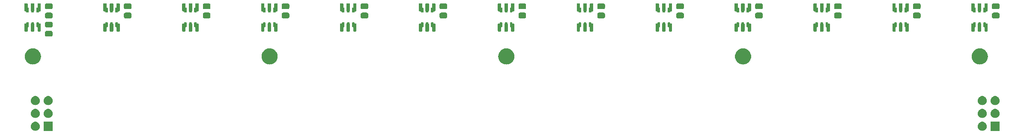
<source format=gbr>
G04 #@! TF.GenerationSoftware,KiCad,Pcbnew,7.0.2-0*
G04 #@! TF.CreationDate,2023-11-08T10:23:17-05:00*
G04 #@! TF.ProjectId,blade13_13-25,626c6164-6531-4335-9f31-332d32352e6b,rev?*
G04 #@! TF.SameCoordinates,Original*
G04 #@! TF.FileFunction,Soldermask,Top*
G04 #@! TF.FilePolarity,Negative*
%FSLAX46Y46*%
G04 Gerber Fmt 4.6, Leading zero omitted, Abs format (unit mm)*
G04 Created by KiCad (PCBNEW 7.0.2-0) date 2023-11-08 10:23:17*
%MOMM*%
%LPD*%
G01*
G04 APERTURE LIST*
G04 APERTURE END LIST*
G36*
X29094517Y-49927882D02*
G01*
X29111062Y-49938938D01*
X29122118Y-49955483D01*
X29126000Y-49975000D01*
X29126000Y-51675000D01*
X29122118Y-51694517D01*
X29111062Y-51711062D01*
X29094517Y-51722118D01*
X29075000Y-51726000D01*
X27375000Y-51726000D01*
X27355483Y-51722118D01*
X27338938Y-51711062D01*
X27327882Y-51694517D01*
X27324000Y-51675000D01*
X27324000Y-49975000D01*
X27327882Y-49955483D01*
X27338938Y-49938938D01*
X27355483Y-49927882D01*
X27375000Y-49924000D01*
X29075000Y-49924000D01*
X29094517Y-49927882D01*
G37*
G36*
X216294517Y-49927882D02*
G01*
X216311062Y-49938938D01*
X216322118Y-49955483D01*
X216326000Y-49975000D01*
X216326000Y-51675000D01*
X216322118Y-51694517D01*
X216311062Y-51711062D01*
X216294517Y-51722118D01*
X216275000Y-51726000D01*
X214575000Y-51726000D01*
X214555483Y-51722118D01*
X214538938Y-51711062D01*
X214527882Y-51694517D01*
X214524000Y-51675000D01*
X214524000Y-49975000D01*
X214527882Y-49955483D01*
X214538938Y-49938938D01*
X214555483Y-49927882D01*
X214575000Y-49924000D01*
X216275000Y-49924000D01*
X216294517Y-49927882D01*
G37*
G36*
X25728983Y-49928936D02*
G01*
X25779180Y-49928936D01*
X25822524Y-49938149D01*
X25860659Y-49941905D01*
X25908566Y-49956437D01*
X25963424Y-49968098D01*
X25998530Y-49983728D01*
X26029566Y-49993143D01*
X26078884Y-50019504D01*
X26135500Y-50044711D01*
X26161822Y-50063835D01*
X26185232Y-50076348D01*
X26232988Y-50115540D01*
X26287887Y-50155427D01*
X26305711Y-50175223D01*
X26321675Y-50188324D01*
X26364572Y-50240594D01*
X26413924Y-50295405D01*
X26424292Y-50313363D01*
X26433651Y-50324767D01*
X26468273Y-50389542D01*
X26508104Y-50458530D01*
X26512685Y-50472630D01*
X26516856Y-50480433D01*
X26539852Y-50556242D01*
X26566311Y-50637672D01*
X26567242Y-50646532D01*
X26568094Y-50649340D01*
X26576384Y-50733513D01*
X26586000Y-50825000D01*
X26576383Y-50916494D01*
X26568094Y-51000659D01*
X26567242Y-51003466D01*
X26566311Y-51012328D01*
X26539848Y-51093771D01*
X26516856Y-51169566D01*
X26512686Y-51177366D01*
X26508104Y-51191470D01*
X26468266Y-51260470D01*
X26433651Y-51325232D01*
X26424294Y-51336633D01*
X26413924Y-51354595D01*
X26364563Y-51409415D01*
X26321675Y-51461675D01*
X26305714Y-51474773D01*
X26287887Y-51494573D01*
X26232977Y-51534467D01*
X26185232Y-51573651D01*
X26161827Y-51586161D01*
X26135500Y-51605289D01*
X26078873Y-51630500D01*
X26029566Y-51656856D01*
X25998537Y-51666268D01*
X25963424Y-51681902D01*
X25908555Y-51693564D01*
X25860659Y-51708094D01*
X25822533Y-51711849D01*
X25779180Y-51721064D01*
X25728972Y-51721064D01*
X25684999Y-51725395D01*
X25641026Y-51721064D01*
X25590820Y-51721064D01*
X25547467Y-51711849D01*
X25509340Y-51708094D01*
X25461441Y-51693563D01*
X25406576Y-51681902D01*
X25371464Y-51666269D01*
X25340433Y-51656856D01*
X25291120Y-51630498D01*
X25234500Y-51605289D01*
X25208175Y-51586163D01*
X25184767Y-51573651D01*
X25137013Y-51534460D01*
X25082113Y-51494573D01*
X25064287Y-51474776D01*
X25048324Y-51461675D01*
X25005425Y-51409402D01*
X24956076Y-51354595D01*
X24945708Y-51336637D01*
X24936348Y-51325232D01*
X24901719Y-51260447D01*
X24861896Y-51191470D01*
X24857315Y-51177371D01*
X24853143Y-51169566D01*
X24830136Y-51093725D01*
X24803689Y-51012328D01*
X24802758Y-51003471D01*
X24801905Y-51000659D01*
X24793600Y-50916342D01*
X24784000Y-50825000D01*
X24793599Y-50733664D01*
X24801905Y-50649340D01*
X24802758Y-50646527D01*
X24803689Y-50637672D01*
X24830132Y-50556288D01*
X24853143Y-50480433D01*
X24857315Y-50472626D01*
X24861896Y-50458530D01*
X24901712Y-50389565D01*
X24936348Y-50324767D01*
X24945710Y-50313359D01*
X24956076Y-50295405D01*
X25005416Y-50240607D01*
X25048324Y-50188324D01*
X25064291Y-50175219D01*
X25082113Y-50155427D01*
X25137002Y-50115546D01*
X25184767Y-50076348D01*
X25208180Y-50063833D01*
X25234500Y-50044711D01*
X25291109Y-50019506D01*
X25340433Y-49993143D01*
X25371471Y-49983727D01*
X25406576Y-49968098D01*
X25461430Y-49956438D01*
X25509340Y-49941905D01*
X25547476Y-49938148D01*
X25590820Y-49928936D01*
X25641016Y-49928936D01*
X25685000Y-49924604D01*
X25728983Y-49928936D01*
G37*
G36*
X212928983Y-49928936D02*
G01*
X212979180Y-49928936D01*
X213022524Y-49938149D01*
X213060659Y-49941905D01*
X213108566Y-49956437D01*
X213163424Y-49968098D01*
X213198530Y-49983728D01*
X213229566Y-49993143D01*
X213278884Y-50019504D01*
X213335500Y-50044711D01*
X213361822Y-50063835D01*
X213385232Y-50076348D01*
X213432988Y-50115540D01*
X213487887Y-50155427D01*
X213505711Y-50175223D01*
X213521675Y-50188324D01*
X213564572Y-50240594D01*
X213613924Y-50295405D01*
X213624292Y-50313363D01*
X213633651Y-50324767D01*
X213668273Y-50389542D01*
X213708104Y-50458530D01*
X213712685Y-50472630D01*
X213716856Y-50480433D01*
X213739852Y-50556242D01*
X213766311Y-50637672D01*
X213767242Y-50646532D01*
X213768094Y-50649340D01*
X213776385Y-50733520D01*
X213786000Y-50825000D01*
X213776382Y-50916501D01*
X213768094Y-51000659D01*
X213767242Y-51003466D01*
X213766311Y-51012328D01*
X213739848Y-51093771D01*
X213716856Y-51169566D01*
X213712686Y-51177366D01*
X213708104Y-51191470D01*
X213668266Y-51260470D01*
X213633651Y-51325232D01*
X213624294Y-51336633D01*
X213613924Y-51354595D01*
X213564563Y-51409415D01*
X213521675Y-51461675D01*
X213505714Y-51474773D01*
X213487887Y-51494573D01*
X213432977Y-51534467D01*
X213385232Y-51573651D01*
X213361827Y-51586161D01*
X213335500Y-51605289D01*
X213278873Y-51630500D01*
X213229566Y-51656856D01*
X213198537Y-51666268D01*
X213163424Y-51681902D01*
X213108555Y-51693564D01*
X213060659Y-51708094D01*
X213022533Y-51711849D01*
X212979180Y-51721064D01*
X212928972Y-51721064D01*
X212884999Y-51725395D01*
X212841026Y-51721064D01*
X212790820Y-51721064D01*
X212747467Y-51711849D01*
X212709340Y-51708094D01*
X212661441Y-51693563D01*
X212606576Y-51681902D01*
X212571464Y-51666269D01*
X212540433Y-51656856D01*
X212491120Y-51630498D01*
X212434500Y-51605289D01*
X212408175Y-51586163D01*
X212384767Y-51573651D01*
X212337013Y-51534460D01*
X212282113Y-51494573D01*
X212264287Y-51474776D01*
X212248324Y-51461675D01*
X212205425Y-51409402D01*
X212156076Y-51354595D01*
X212145708Y-51336637D01*
X212136348Y-51325232D01*
X212101719Y-51260447D01*
X212061896Y-51191470D01*
X212057315Y-51177371D01*
X212053143Y-51169566D01*
X212030136Y-51093725D01*
X212003689Y-51012328D01*
X212002758Y-51003471D01*
X212001905Y-51000659D01*
X211993601Y-50916349D01*
X211984000Y-50825000D01*
X211993598Y-50733672D01*
X212001905Y-50649340D01*
X212002758Y-50646527D01*
X212003689Y-50637672D01*
X212030132Y-50556288D01*
X212053143Y-50480433D01*
X212057315Y-50472626D01*
X212061896Y-50458530D01*
X212101712Y-50389565D01*
X212136348Y-50324767D01*
X212145710Y-50313359D01*
X212156076Y-50295405D01*
X212205416Y-50240607D01*
X212248324Y-50188324D01*
X212264291Y-50175219D01*
X212282113Y-50155427D01*
X212337002Y-50115546D01*
X212384767Y-50076348D01*
X212408180Y-50063833D01*
X212434500Y-50044711D01*
X212491109Y-50019506D01*
X212540433Y-49993143D01*
X212571471Y-49983727D01*
X212606576Y-49968098D01*
X212661430Y-49956438D01*
X212709340Y-49941905D01*
X212747476Y-49938148D01*
X212790820Y-49928936D01*
X212841016Y-49928936D01*
X212885000Y-49924604D01*
X212928983Y-49928936D01*
G37*
G36*
X25728983Y-47388936D02*
G01*
X25779180Y-47388936D01*
X25822524Y-47398149D01*
X25860659Y-47401905D01*
X25908566Y-47416437D01*
X25963424Y-47428098D01*
X25998530Y-47443728D01*
X26029566Y-47453143D01*
X26078884Y-47479504D01*
X26135500Y-47504711D01*
X26161822Y-47523835D01*
X26185232Y-47536348D01*
X26232988Y-47575540D01*
X26287887Y-47615427D01*
X26305711Y-47635223D01*
X26321675Y-47648324D01*
X26364572Y-47700594D01*
X26413924Y-47755405D01*
X26424292Y-47773363D01*
X26433651Y-47784767D01*
X26468273Y-47849542D01*
X26508104Y-47918530D01*
X26512685Y-47932630D01*
X26516856Y-47940433D01*
X26539852Y-48016242D01*
X26566311Y-48097672D01*
X26567242Y-48106532D01*
X26568094Y-48109340D01*
X26576385Y-48193520D01*
X26586000Y-48285000D01*
X26576382Y-48376501D01*
X26568094Y-48460659D01*
X26567242Y-48463466D01*
X26566311Y-48472328D01*
X26539848Y-48553771D01*
X26516856Y-48629566D01*
X26512686Y-48637366D01*
X26508104Y-48651470D01*
X26468266Y-48720470D01*
X26433651Y-48785232D01*
X26424294Y-48796633D01*
X26413924Y-48814595D01*
X26364563Y-48869415D01*
X26321675Y-48921675D01*
X26305714Y-48934773D01*
X26287887Y-48954573D01*
X26232977Y-48994467D01*
X26185232Y-49033651D01*
X26161827Y-49046161D01*
X26135500Y-49065289D01*
X26078873Y-49090500D01*
X26029566Y-49116856D01*
X25998537Y-49126268D01*
X25963424Y-49141902D01*
X25908555Y-49153564D01*
X25860659Y-49168094D01*
X25822533Y-49171849D01*
X25779180Y-49181064D01*
X25728972Y-49181064D01*
X25684999Y-49185395D01*
X25641026Y-49181064D01*
X25590820Y-49181064D01*
X25547467Y-49171849D01*
X25509340Y-49168094D01*
X25461441Y-49153563D01*
X25406576Y-49141902D01*
X25371464Y-49126269D01*
X25340433Y-49116856D01*
X25291120Y-49090498D01*
X25234500Y-49065289D01*
X25208175Y-49046163D01*
X25184767Y-49033651D01*
X25137013Y-48994460D01*
X25082113Y-48954573D01*
X25064287Y-48934776D01*
X25048324Y-48921675D01*
X25005425Y-48869402D01*
X24956076Y-48814595D01*
X24945708Y-48796637D01*
X24936348Y-48785232D01*
X24901719Y-48720447D01*
X24861896Y-48651470D01*
X24857315Y-48637371D01*
X24853143Y-48629566D01*
X24830136Y-48553725D01*
X24803689Y-48472328D01*
X24802758Y-48463471D01*
X24801905Y-48460659D01*
X24793601Y-48376349D01*
X24784000Y-48285000D01*
X24793598Y-48193672D01*
X24801905Y-48109340D01*
X24802758Y-48106527D01*
X24803689Y-48097672D01*
X24830132Y-48016288D01*
X24853143Y-47940433D01*
X24857315Y-47932626D01*
X24861896Y-47918530D01*
X24901712Y-47849565D01*
X24936348Y-47784767D01*
X24945710Y-47773359D01*
X24956076Y-47755405D01*
X25005416Y-47700607D01*
X25048324Y-47648324D01*
X25064291Y-47635219D01*
X25082113Y-47615427D01*
X25137002Y-47575546D01*
X25184767Y-47536348D01*
X25208180Y-47523833D01*
X25234500Y-47504711D01*
X25291109Y-47479506D01*
X25340433Y-47453143D01*
X25371471Y-47443727D01*
X25406576Y-47428098D01*
X25461430Y-47416438D01*
X25509340Y-47401905D01*
X25547476Y-47398148D01*
X25590820Y-47388936D01*
X25641016Y-47388936D01*
X25684999Y-47384604D01*
X25728983Y-47388936D01*
G37*
G36*
X28268983Y-47388936D02*
G01*
X28319180Y-47388936D01*
X28362524Y-47398149D01*
X28400659Y-47401905D01*
X28448566Y-47416437D01*
X28503424Y-47428098D01*
X28538530Y-47443728D01*
X28569566Y-47453143D01*
X28618884Y-47479504D01*
X28675500Y-47504711D01*
X28701822Y-47523835D01*
X28725232Y-47536348D01*
X28772988Y-47575540D01*
X28827887Y-47615427D01*
X28845711Y-47635223D01*
X28861675Y-47648324D01*
X28904572Y-47700594D01*
X28953924Y-47755405D01*
X28964292Y-47773363D01*
X28973651Y-47784767D01*
X29008273Y-47849542D01*
X29048104Y-47918530D01*
X29052685Y-47932630D01*
X29056856Y-47940433D01*
X29079852Y-48016242D01*
X29106311Y-48097672D01*
X29107242Y-48106532D01*
X29108094Y-48109340D01*
X29116384Y-48193513D01*
X29126000Y-48285000D01*
X29116383Y-48376494D01*
X29108094Y-48460659D01*
X29107242Y-48463466D01*
X29106311Y-48472328D01*
X29079848Y-48553771D01*
X29056856Y-48629566D01*
X29052686Y-48637366D01*
X29048104Y-48651470D01*
X29008266Y-48720470D01*
X28973651Y-48785232D01*
X28964294Y-48796633D01*
X28953924Y-48814595D01*
X28904563Y-48869415D01*
X28861675Y-48921675D01*
X28845714Y-48934773D01*
X28827887Y-48954573D01*
X28772977Y-48994467D01*
X28725232Y-49033651D01*
X28701827Y-49046161D01*
X28675500Y-49065289D01*
X28618873Y-49090500D01*
X28569566Y-49116856D01*
X28538537Y-49126268D01*
X28503424Y-49141902D01*
X28448555Y-49153564D01*
X28400659Y-49168094D01*
X28362533Y-49171849D01*
X28319180Y-49181064D01*
X28268972Y-49181064D01*
X28224999Y-49185395D01*
X28181026Y-49181064D01*
X28130820Y-49181064D01*
X28087467Y-49171849D01*
X28049340Y-49168094D01*
X28001441Y-49153563D01*
X27946576Y-49141902D01*
X27911464Y-49126269D01*
X27880433Y-49116856D01*
X27831120Y-49090498D01*
X27774500Y-49065289D01*
X27748175Y-49046163D01*
X27724767Y-49033651D01*
X27677013Y-48994460D01*
X27622113Y-48954573D01*
X27604287Y-48934776D01*
X27588324Y-48921675D01*
X27545425Y-48869402D01*
X27496076Y-48814595D01*
X27485708Y-48796637D01*
X27476348Y-48785232D01*
X27441719Y-48720447D01*
X27401896Y-48651470D01*
X27397315Y-48637371D01*
X27393143Y-48629566D01*
X27370136Y-48553725D01*
X27343689Y-48472328D01*
X27342758Y-48463471D01*
X27341905Y-48460659D01*
X27333600Y-48376342D01*
X27324000Y-48285000D01*
X27333599Y-48193664D01*
X27341905Y-48109340D01*
X27342758Y-48106527D01*
X27343689Y-48097672D01*
X27370132Y-48016288D01*
X27393143Y-47940433D01*
X27397315Y-47932626D01*
X27401896Y-47918530D01*
X27441712Y-47849565D01*
X27476348Y-47784767D01*
X27485710Y-47773359D01*
X27496076Y-47755405D01*
X27545416Y-47700607D01*
X27588324Y-47648324D01*
X27604291Y-47635219D01*
X27622113Y-47615427D01*
X27677002Y-47575546D01*
X27724767Y-47536348D01*
X27748180Y-47523833D01*
X27774500Y-47504711D01*
X27831109Y-47479506D01*
X27880433Y-47453143D01*
X27911471Y-47443727D01*
X27946576Y-47428098D01*
X28001430Y-47416438D01*
X28049340Y-47401905D01*
X28087476Y-47398148D01*
X28130820Y-47388936D01*
X28181016Y-47388936D01*
X28225000Y-47384604D01*
X28268983Y-47388936D01*
G37*
G36*
X212928983Y-47388936D02*
G01*
X212979180Y-47388936D01*
X213022524Y-47398149D01*
X213060659Y-47401905D01*
X213108566Y-47416437D01*
X213163424Y-47428098D01*
X213198530Y-47443728D01*
X213229566Y-47453143D01*
X213278884Y-47479504D01*
X213335500Y-47504711D01*
X213361822Y-47523835D01*
X213385232Y-47536348D01*
X213432988Y-47575540D01*
X213487887Y-47615427D01*
X213505711Y-47635223D01*
X213521675Y-47648324D01*
X213564572Y-47700594D01*
X213613924Y-47755405D01*
X213624292Y-47773363D01*
X213633651Y-47784767D01*
X213668273Y-47849542D01*
X213708104Y-47918530D01*
X213712685Y-47932630D01*
X213716856Y-47940433D01*
X213739852Y-48016242D01*
X213766311Y-48097672D01*
X213767242Y-48106532D01*
X213768094Y-48109340D01*
X213776385Y-48193520D01*
X213786000Y-48285000D01*
X213776382Y-48376501D01*
X213768094Y-48460659D01*
X213767242Y-48463466D01*
X213766311Y-48472328D01*
X213739848Y-48553771D01*
X213716856Y-48629566D01*
X213712686Y-48637366D01*
X213708104Y-48651470D01*
X213668266Y-48720470D01*
X213633651Y-48785232D01*
X213624294Y-48796633D01*
X213613924Y-48814595D01*
X213564563Y-48869415D01*
X213521675Y-48921675D01*
X213505714Y-48934773D01*
X213487887Y-48954573D01*
X213432977Y-48994467D01*
X213385232Y-49033651D01*
X213361827Y-49046161D01*
X213335500Y-49065289D01*
X213278873Y-49090500D01*
X213229566Y-49116856D01*
X213198537Y-49126268D01*
X213163424Y-49141902D01*
X213108555Y-49153564D01*
X213060659Y-49168094D01*
X213022532Y-49171849D01*
X212979180Y-49181064D01*
X212928973Y-49181064D01*
X212885000Y-49185395D01*
X212841027Y-49181064D01*
X212790820Y-49181064D01*
X212747467Y-49171849D01*
X212709340Y-49168094D01*
X212661441Y-49153563D01*
X212606576Y-49141902D01*
X212571464Y-49126269D01*
X212540433Y-49116856D01*
X212491120Y-49090498D01*
X212434500Y-49065289D01*
X212408175Y-49046163D01*
X212384767Y-49033651D01*
X212337013Y-48994460D01*
X212282113Y-48954573D01*
X212264287Y-48934776D01*
X212248324Y-48921675D01*
X212205425Y-48869402D01*
X212156076Y-48814595D01*
X212145708Y-48796637D01*
X212136348Y-48785232D01*
X212101719Y-48720447D01*
X212061896Y-48651470D01*
X212057315Y-48637371D01*
X212053143Y-48629566D01*
X212030136Y-48553725D01*
X212003689Y-48472328D01*
X212002758Y-48463471D01*
X212001905Y-48460659D01*
X211993601Y-48376349D01*
X211984000Y-48285000D01*
X211993598Y-48193672D01*
X212001905Y-48109340D01*
X212002758Y-48106527D01*
X212003689Y-48097672D01*
X212030132Y-48016288D01*
X212053143Y-47940433D01*
X212057315Y-47932626D01*
X212061896Y-47918530D01*
X212101712Y-47849565D01*
X212136348Y-47784767D01*
X212145710Y-47773359D01*
X212156076Y-47755405D01*
X212205416Y-47700607D01*
X212248324Y-47648324D01*
X212264291Y-47635219D01*
X212282113Y-47615427D01*
X212337002Y-47575546D01*
X212384767Y-47536348D01*
X212408180Y-47523833D01*
X212434500Y-47504711D01*
X212491109Y-47479506D01*
X212540433Y-47453143D01*
X212571471Y-47443727D01*
X212606576Y-47428098D01*
X212661430Y-47416438D01*
X212709340Y-47401905D01*
X212747476Y-47398148D01*
X212790820Y-47388936D01*
X212841016Y-47388936D01*
X212885000Y-47384604D01*
X212928983Y-47388936D01*
G37*
G36*
X215468983Y-47388936D02*
G01*
X215519180Y-47388936D01*
X215562524Y-47398149D01*
X215600659Y-47401905D01*
X215648566Y-47416437D01*
X215703424Y-47428098D01*
X215738530Y-47443728D01*
X215769566Y-47453143D01*
X215818884Y-47479504D01*
X215875500Y-47504711D01*
X215901822Y-47523835D01*
X215925232Y-47536348D01*
X215972988Y-47575540D01*
X216027887Y-47615427D01*
X216045711Y-47635223D01*
X216061675Y-47648324D01*
X216104572Y-47700594D01*
X216153924Y-47755405D01*
X216164292Y-47773363D01*
X216173651Y-47784767D01*
X216208273Y-47849542D01*
X216248104Y-47918530D01*
X216252685Y-47932630D01*
X216256856Y-47940433D01*
X216279852Y-48016242D01*
X216306311Y-48097672D01*
X216307242Y-48106532D01*
X216308094Y-48109340D01*
X216316385Y-48193520D01*
X216326000Y-48285000D01*
X216316382Y-48376501D01*
X216308094Y-48460659D01*
X216307242Y-48463466D01*
X216306311Y-48472328D01*
X216279848Y-48553771D01*
X216256856Y-48629566D01*
X216252686Y-48637366D01*
X216248104Y-48651470D01*
X216208266Y-48720470D01*
X216173651Y-48785232D01*
X216164294Y-48796633D01*
X216153924Y-48814595D01*
X216104563Y-48869415D01*
X216061675Y-48921675D01*
X216045714Y-48934773D01*
X216027887Y-48954573D01*
X215972977Y-48994467D01*
X215925232Y-49033651D01*
X215901827Y-49046161D01*
X215875500Y-49065289D01*
X215818873Y-49090500D01*
X215769566Y-49116856D01*
X215738537Y-49126268D01*
X215703424Y-49141902D01*
X215648555Y-49153564D01*
X215600659Y-49168094D01*
X215562533Y-49171849D01*
X215519180Y-49181064D01*
X215468972Y-49181064D01*
X215424999Y-49185395D01*
X215381026Y-49181064D01*
X215330820Y-49181064D01*
X215287467Y-49171849D01*
X215249340Y-49168094D01*
X215201441Y-49153563D01*
X215146576Y-49141902D01*
X215111464Y-49126269D01*
X215080433Y-49116856D01*
X215031120Y-49090498D01*
X214974500Y-49065289D01*
X214948175Y-49046163D01*
X214924767Y-49033651D01*
X214877013Y-48994460D01*
X214822113Y-48954573D01*
X214804287Y-48934776D01*
X214788324Y-48921675D01*
X214745425Y-48869402D01*
X214696076Y-48814595D01*
X214685708Y-48796637D01*
X214676348Y-48785232D01*
X214641719Y-48720447D01*
X214601896Y-48651470D01*
X214597315Y-48637371D01*
X214593143Y-48629566D01*
X214570136Y-48553725D01*
X214543689Y-48472328D01*
X214542758Y-48463471D01*
X214541905Y-48460659D01*
X214533601Y-48376349D01*
X214524000Y-48285000D01*
X214533598Y-48193672D01*
X214541905Y-48109340D01*
X214542758Y-48106527D01*
X214543689Y-48097672D01*
X214570132Y-48016288D01*
X214593143Y-47940433D01*
X214597315Y-47932626D01*
X214601896Y-47918530D01*
X214641712Y-47849565D01*
X214676348Y-47784767D01*
X214685710Y-47773359D01*
X214696076Y-47755405D01*
X214745416Y-47700607D01*
X214788324Y-47648324D01*
X214804291Y-47635219D01*
X214822113Y-47615427D01*
X214877002Y-47575546D01*
X214924767Y-47536348D01*
X214948180Y-47523833D01*
X214974500Y-47504711D01*
X215031109Y-47479506D01*
X215080433Y-47453143D01*
X215111471Y-47443727D01*
X215146576Y-47428098D01*
X215201430Y-47416438D01*
X215249340Y-47401905D01*
X215287476Y-47398148D01*
X215330820Y-47388936D01*
X215381016Y-47388936D01*
X215424999Y-47384604D01*
X215468983Y-47388936D01*
G37*
G36*
X25728983Y-44848936D02*
G01*
X25779180Y-44848936D01*
X25822524Y-44858149D01*
X25860659Y-44861905D01*
X25908566Y-44876437D01*
X25963424Y-44888098D01*
X25998530Y-44903728D01*
X26029566Y-44913143D01*
X26078884Y-44939504D01*
X26135500Y-44964711D01*
X26161822Y-44983835D01*
X26185232Y-44996348D01*
X26232988Y-45035540D01*
X26287887Y-45075427D01*
X26305711Y-45095223D01*
X26321675Y-45108324D01*
X26364572Y-45160594D01*
X26413924Y-45215405D01*
X26424292Y-45233363D01*
X26433651Y-45244767D01*
X26468273Y-45309542D01*
X26508104Y-45378530D01*
X26512685Y-45392630D01*
X26516856Y-45400433D01*
X26539852Y-45476242D01*
X26566311Y-45557672D01*
X26567242Y-45566532D01*
X26568094Y-45569340D01*
X26576384Y-45653513D01*
X26586000Y-45745000D01*
X26576383Y-45836494D01*
X26568094Y-45920659D01*
X26567242Y-45923466D01*
X26566311Y-45932328D01*
X26539848Y-46013771D01*
X26516856Y-46089566D01*
X26512686Y-46097366D01*
X26508104Y-46111470D01*
X26468266Y-46180470D01*
X26433651Y-46245232D01*
X26424294Y-46256633D01*
X26413924Y-46274595D01*
X26364563Y-46329415D01*
X26321675Y-46381675D01*
X26305714Y-46394773D01*
X26287887Y-46414573D01*
X26232977Y-46454467D01*
X26185232Y-46493651D01*
X26161827Y-46506161D01*
X26135500Y-46525289D01*
X26078873Y-46550500D01*
X26029566Y-46576856D01*
X25998537Y-46586268D01*
X25963424Y-46601902D01*
X25908555Y-46613564D01*
X25860659Y-46628094D01*
X25822533Y-46631849D01*
X25779180Y-46641064D01*
X25728972Y-46641064D01*
X25684999Y-46645395D01*
X25641026Y-46641064D01*
X25590820Y-46641064D01*
X25547467Y-46631849D01*
X25509340Y-46628094D01*
X25461441Y-46613563D01*
X25406576Y-46601902D01*
X25371464Y-46586269D01*
X25340433Y-46576856D01*
X25291120Y-46550498D01*
X25234500Y-46525289D01*
X25208175Y-46506163D01*
X25184767Y-46493651D01*
X25137013Y-46454460D01*
X25082113Y-46414573D01*
X25064287Y-46394776D01*
X25048324Y-46381675D01*
X25005425Y-46329402D01*
X24956076Y-46274595D01*
X24945708Y-46256637D01*
X24936348Y-46245232D01*
X24901719Y-46180447D01*
X24861896Y-46111470D01*
X24857315Y-46097371D01*
X24853143Y-46089566D01*
X24830136Y-46013725D01*
X24803689Y-45932328D01*
X24802758Y-45923471D01*
X24801905Y-45920659D01*
X24793600Y-45836342D01*
X24784000Y-45745000D01*
X24793599Y-45653664D01*
X24801905Y-45569340D01*
X24802758Y-45566527D01*
X24803689Y-45557672D01*
X24830132Y-45476288D01*
X24853143Y-45400433D01*
X24857315Y-45392626D01*
X24861896Y-45378530D01*
X24901712Y-45309565D01*
X24936348Y-45244767D01*
X24945710Y-45233359D01*
X24956076Y-45215405D01*
X25005416Y-45160607D01*
X25048324Y-45108324D01*
X25064291Y-45095219D01*
X25082113Y-45075427D01*
X25137002Y-45035546D01*
X25184767Y-44996348D01*
X25208180Y-44983833D01*
X25234500Y-44964711D01*
X25291109Y-44939506D01*
X25340433Y-44913143D01*
X25371471Y-44903727D01*
X25406576Y-44888098D01*
X25461430Y-44876438D01*
X25509340Y-44861905D01*
X25547476Y-44858148D01*
X25590820Y-44848936D01*
X25641016Y-44848936D01*
X25685000Y-44844604D01*
X25728983Y-44848936D01*
G37*
G36*
X28268983Y-44848936D02*
G01*
X28319180Y-44848936D01*
X28362524Y-44858149D01*
X28400659Y-44861905D01*
X28448566Y-44876437D01*
X28503424Y-44888098D01*
X28538530Y-44903728D01*
X28569566Y-44913143D01*
X28618884Y-44939504D01*
X28675500Y-44964711D01*
X28701822Y-44983835D01*
X28725232Y-44996348D01*
X28772988Y-45035540D01*
X28827887Y-45075427D01*
X28845711Y-45095223D01*
X28861675Y-45108324D01*
X28904572Y-45160594D01*
X28953924Y-45215405D01*
X28964292Y-45233363D01*
X28973651Y-45244767D01*
X29008273Y-45309542D01*
X29048104Y-45378530D01*
X29052685Y-45392630D01*
X29056856Y-45400433D01*
X29079852Y-45476242D01*
X29106311Y-45557672D01*
X29107242Y-45566532D01*
X29108094Y-45569340D01*
X29116385Y-45653520D01*
X29126000Y-45745000D01*
X29116382Y-45836501D01*
X29108094Y-45920659D01*
X29107242Y-45923466D01*
X29106311Y-45932328D01*
X29079848Y-46013771D01*
X29056856Y-46089566D01*
X29052686Y-46097366D01*
X29048104Y-46111470D01*
X29008266Y-46180470D01*
X28973651Y-46245232D01*
X28964294Y-46256633D01*
X28953924Y-46274595D01*
X28904563Y-46329415D01*
X28861675Y-46381675D01*
X28845714Y-46394773D01*
X28827887Y-46414573D01*
X28772977Y-46454467D01*
X28725232Y-46493651D01*
X28701827Y-46506161D01*
X28675500Y-46525289D01*
X28618873Y-46550500D01*
X28569566Y-46576856D01*
X28538537Y-46586268D01*
X28503424Y-46601902D01*
X28448555Y-46613564D01*
X28400659Y-46628094D01*
X28362533Y-46631849D01*
X28319180Y-46641064D01*
X28268972Y-46641064D01*
X28224999Y-46645395D01*
X28181026Y-46641064D01*
X28130820Y-46641064D01*
X28087467Y-46631849D01*
X28049340Y-46628094D01*
X28001441Y-46613563D01*
X27946576Y-46601902D01*
X27911464Y-46586269D01*
X27880433Y-46576856D01*
X27831120Y-46550498D01*
X27774500Y-46525289D01*
X27748175Y-46506163D01*
X27724767Y-46493651D01*
X27677013Y-46454460D01*
X27622113Y-46414573D01*
X27604287Y-46394776D01*
X27588324Y-46381675D01*
X27545425Y-46329402D01*
X27496076Y-46274595D01*
X27485708Y-46256637D01*
X27476348Y-46245232D01*
X27441719Y-46180447D01*
X27401896Y-46111470D01*
X27397315Y-46097371D01*
X27393143Y-46089566D01*
X27370136Y-46013725D01*
X27343689Y-45932328D01*
X27342758Y-45923471D01*
X27341905Y-45920659D01*
X27333601Y-45836349D01*
X27324000Y-45745000D01*
X27333598Y-45653672D01*
X27341905Y-45569340D01*
X27342758Y-45566527D01*
X27343689Y-45557672D01*
X27370132Y-45476288D01*
X27393143Y-45400433D01*
X27397315Y-45392626D01*
X27401896Y-45378530D01*
X27441712Y-45309565D01*
X27476348Y-45244767D01*
X27485710Y-45233359D01*
X27496076Y-45215405D01*
X27545416Y-45160607D01*
X27588324Y-45108324D01*
X27604291Y-45095219D01*
X27622113Y-45075427D01*
X27677002Y-45035546D01*
X27724767Y-44996348D01*
X27748180Y-44983833D01*
X27774500Y-44964711D01*
X27831109Y-44939506D01*
X27880433Y-44913143D01*
X27911471Y-44903727D01*
X27946576Y-44888098D01*
X28001430Y-44876438D01*
X28049340Y-44861905D01*
X28087476Y-44858148D01*
X28130820Y-44848936D01*
X28181016Y-44848936D01*
X28224999Y-44844604D01*
X28268983Y-44848936D01*
G37*
G36*
X212928983Y-44848936D02*
G01*
X212979180Y-44848936D01*
X213022524Y-44858149D01*
X213060659Y-44861905D01*
X213108566Y-44876437D01*
X213163424Y-44888098D01*
X213198530Y-44903728D01*
X213229566Y-44913143D01*
X213278884Y-44939504D01*
X213335500Y-44964711D01*
X213361822Y-44983835D01*
X213385232Y-44996348D01*
X213432988Y-45035540D01*
X213487887Y-45075427D01*
X213505711Y-45095223D01*
X213521675Y-45108324D01*
X213564572Y-45160594D01*
X213613924Y-45215405D01*
X213624292Y-45233363D01*
X213633651Y-45244767D01*
X213668273Y-45309542D01*
X213708104Y-45378530D01*
X213712685Y-45392630D01*
X213716856Y-45400433D01*
X213739852Y-45476242D01*
X213766311Y-45557672D01*
X213767242Y-45566532D01*
X213768094Y-45569340D01*
X213776385Y-45653520D01*
X213786000Y-45745000D01*
X213776382Y-45836501D01*
X213768094Y-45920659D01*
X213767242Y-45923466D01*
X213766311Y-45932328D01*
X213739848Y-46013771D01*
X213716856Y-46089566D01*
X213712686Y-46097366D01*
X213708104Y-46111470D01*
X213668266Y-46180470D01*
X213633651Y-46245232D01*
X213624294Y-46256633D01*
X213613924Y-46274595D01*
X213564563Y-46329415D01*
X213521675Y-46381675D01*
X213505714Y-46394773D01*
X213487887Y-46414573D01*
X213432977Y-46454467D01*
X213385232Y-46493651D01*
X213361827Y-46506161D01*
X213335500Y-46525289D01*
X213278873Y-46550500D01*
X213229566Y-46576856D01*
X213198537Y-46586268D01*
X213163424Y-46601902D01*
X213108555Y-46613564D01*
X213060659Y-46628094D01*
X213022532Y-46631849D01*
X212979180Y-46641064D01*
X212928973Y-46641064D01*
X212885000Y-46645395D01*
X212841027Y-46641064D01*
X212790820Y-46641064D01*
X212747467Y-46631849D01*
X212709340Y-46628094D01*
X212661441Y-46613563D01*
X212606576Y-46601902D01*
X212571464Y-46586269D01*
X212540433Y-46576856D01*
X212491120Y-46550498D01*
X212434500Y-46525289D01*
X212408175Y-46506163D01*
X212384767Y-46493651D01*
X212337013Y-46454460D01*
X212282113Y-46414573D01*
X212264287Y-46394776D01*
X212248324Y-46381675D01*
X212205425Y-46329402D01*
X212156076Y-46274595D01*
X212145708Y-46256637D01*
X212136348Y-46245232D01*
X212101719Y-46180447D01*
X212061896Y-46111470D01*
X212057315Y-46097371D01*
X212053143Y-46089566D01*
X212030136Y-46013725D01*
X212003689Y-45932328D01*
X212002758Y-45923471D01*
X212001905Y-45920659D01*
X211993601Y-45836349D01*
X211984000Y-45745000D01*
X211993598Y-45653672D01*
X212001905Y-45569340D01*
X212002758Y-45566527D01*
X212003689Y-45557672D01*
X212030132Y-45476288D01*
X212053143Y-45400433D01*
X212057315Y-45392626D01*
X212061896Y-45378530D01*
X212101712Y-45309565D01*
X212136348Y-45244767D01*
X212145710Y-45233359D01*
X212156076Y-45215405D01*
X212205416Y-45160607D01*
X212248324Y-45108324D01*
X212264291Y-45095219D01*
X212282113Y-45075427D01*
X212337002Y-45035546D01*
X212384767Y-44996348D01*
X212408180Y-44983833D01*
X212434500Y-44964711D01*
X212491109Y-44939506D01*
X212540433Y-44913143D01*
X212571471Y-44903727D01*
X212606576Y-44888098D01*
X212661430Y-44876438D01*
X212709340Y-44861905D01*
X212747476Y-44858148D01*
X212790820Y-44848936D01*
X212841016Y-44848936D01*
X212885000Y-44844604D01*
X212928983Y-44848936D01*
G37*
G36*
X215468983Y-44848936D02*
G01*
X215519180Y-44848936D01*
X215562524Y-44858149D01*
X215600659Y-44861905D01*
X215648566Y-44876437D01*
X215703424Y-44888098D01*
X215738530Y-44903728D01*
X215769566Y-44913143D01*
X215818884Y-44939504D01*
X215875500Y-44964711D01*
X215901822Y-44983835D01*
X215925232Y-44996348D01*
X215972988Y-45035540D01*
X216027887Y-45075427D01*
X216045711Y-45095223D01*
X216061675Y-45108324D01*
X216104572Y-45160594D01*
X216153924Y-45215405D01*
X216164292Y-45233363D01*
X216173651Y-45244767D01*
X216208273Y-45309542D01*
X216248104Y-45378530D01*
X216252685Y-45392630D01*
X216256856Y-45400433D01*
X216279852Y-45476242D01*
X216306311Y-45557672D01*
X216307242Y-45566532D01*
X216308094Y-45569340D01*
X216316385Y-45653520D01*
X216326000Y-45745000D01*
X216316382Y-45836501D01*
X216308094Y-45920659D01*
X216307242Y-45923466D01*
X216306311Y-45932328D01*
X216279848Y-46013771D01*
X216256856Y-46089566D01*
X216252686Y-46097366D01*
X216248104Y-46111470D01*
X216208266Y-46180470D01*
X216173651Y-46245232D01*
X216164294Y-46256633D01*
X216153924Y-46274595D01*
X216104563Y-46329415D01*
X216061675Y-46381675D01*
X216045714Y-46394773D01*
X216027887Y-46414573D01*
X215972977Y-46454467D01*
X215925232Y-46493651D01*
X215901827Y-46506161D01*
X215875500Y-46525289D01*
X215818873Y-46550500D01*
X215769566Y-46576856D01*
X215738537Y-46586268D01*
X215703424Y-46601902D01*
X215648555Y-46613564D01*
X215600659Y-46628094D01*
X215562532Y-46631849D01*
X215519180Y-46641064D01*
X215468973Y-46641064D01*
X215425000Y-46645395D01*
X215381027Y-46641064D01*
X215330820Y-46641064D01*
X215287467Y-46631849D01*
X215249340Y-46628094D01*
X215201441Y-46613563D01*
X215146576Y-46601902D01*
X215111464Y-46586269D01*
X215080433Y-46576856D01*
X215031120Y-46550498D01*
X214974500Y-46525289D01*
X214948175Y-46506163D01*
X214924767Y-46493651D01*
X214877013Y-46454460D01*
X214822113Y-46414573D01*
X214804287Y-46394776D01*
X214788324Y-46381675D01*
X214745425Y-46329402D01*
X214696076Y-46274595D01*
X214685708Y-46256637D01*
X214676348Y-46245232D01*
X214641719Y-46180447D01*
X214601896Y-46111470D01*
X214597315Y-46097371D01*
X214593143Y-46089566D01*
X214570136Y-46013725D01*
X214543689Y-45932328D01*
X214542758Y-45923471D01*
X214541905Y-45920659D01*
X214533600Y-45836342D01*
X214524000Y-45745000D01*
X214533599Y-45653664D01*
X214541905Y-45569340D01*
X214542758Y-45566527D01*
X214543689Y-45557672D01*
X214570132Y-45476288D01*
X214593143Y-45400433D01*
X214597315Y-45392626D01*
X214601896Y-45378530D01*
X214641712Y-45309565D01*
X214676348Y-45244767D01*
X214685710Y-45233359D01*
X214696076Y-45215405D01*
X214745416Y-45160607D01*
X214788324Y-45108324D01*
X214804291Y-45095219D01*
X214822113Y-45075427D01*
X214877002Y-45035546D01*
X214924767Y-44996348D01*
X214948180Y-44983833D01*
X214974500Y-44964711D01*
X215031109Y-44939506D01*
X215080433Y-44913143D01*
X215111471Y-44903727D01*
X215146576Y-44888098D01*
X215201430Y-44876438D01*
X215249340Y-44861905D01*
X215287476Y-44858148D01*
X215330820Y-44848936D01*
X215381016Y-44848936D01*
X215425000Y-44844604D01*
X215468983Y-44848936D01*
G37*
G36*
X25261281Y-35404823D02*
G01*
X25319541Y-35404823D01*
X25383206Y-35414418D01*
X25450295Y-35419699D01*
X25504369Y-35432681D01*
X25555953Y-35440456D01*
X25623358Y-35461247D01*
X25694427Y-35478310D01*
X25740380Y-35497344D01*
X25784420Y-35510929D01*
X25853560Y-35544225D01*
X25926385Y-35574390D01*
X25963765Y-35597296D01*
X25999825Y-35614662D01*
X26068416Y-35661427D01*
X26140456Y-35705573D01*
X26169303Y-35730210D01*
X26197362Y-35749341D01*
X26262871Y-35810124D01*
X26331371Y-35868629D01*
X26352173Y-35892985D01*
X26372626Y-35911963D01*
X26432427Y-35986951D01*
X26494427Y-36059544D01*
X26508061Y-36081793D01*
X26521694Y-36098888D01*
X26573105Y-36187936D01*
X26625610Y-36273615D01*
X26633322Y-36292234D01*
X26641233Y-36305936D01*
X26681580Y-36408739D01*
X26721690Y-36505573D01*
X26725006Y-36519388D01*
X26728580Y-36528493D01*
X26755343Y-36645748D01*
X26780301Y-36749705D01*
X26780948Y-36757930D01*
X26781783Y-36761587D01*
X26792664Y-36906796D01*
X26800000Y-37000000D01*
X26792663Y-37093211D01*
X26781783Y-37238412D01*
X26780948Y-37242068D01*
X26780301Y-37250295D01*
X26755338Y-37354270D01*
X26728580Y-37471506D01*
X26725007Y-37480608D01*
X26721690Y-37494427D01*
X26681572Y-37591278D01*
X26641233Y-37694063D01*
X26633323Y-37707762D01*
X26625610Y-37726385D01*
X26573095Y-37812080D01*
X26521694Y-37901111D01*
X26508064Y-37918202D01*
X26494427Y-37940456D01*
X26432415Y-38013062D01*
X26372626Y-38088036D01*
X26352177Y-38107009D01*
X26331371Y-38131371D01*
X26262857Y-38189886D01*
X26197362Y-38250658D01*
X26169309Y-38269784D01*
X26140456Y-38294427D01*
X26068402Y-38338581D01*
X25999825Y-38385337D01*
X25963772Y-38402698D01*
X25926385Y-38425610D01*
X25853546Y-38455780D01*
X25784420Y-38489070D01*
X25740390Y-38502651D01*
X25694427Y-38521690D01*
X25623344Y-38538755D01*
X25555953Y-38559543D01*
X25504377Y-38567316D01*
X25450295Y-38580301D01*
X25383202Y-38585581D01*
X25319541Y-38595177D01*
X25261281Y-38595177D01*
X25200000Y-38600000D01*
X25138719Y-38595177D01*
X25080459Y-38595177D01*
X25016796Y-38585581D01*
X24949705Y-38580301D01*
X24895623Y-38567317D01*
X24844046Y-38559543D01*
X24776651Y-38538754D01*
X24705573Y-38521690D01*
X24659612Y-38502652D01*
X24615579Y-38489070D01*
X24546449Y-38455778D01*
X24473615Y-38425610D01*
X24436227Y-38402699D01*
X24400175Y-38385337D01*
X24331594Y-38338579D01*
X24259544Y-38294427D01*
X24230694Y-38269787D01*
X24202637Y-38250658D01*
X24137129Y-38189875D01*
X24068629Y-38131371D01*
X24047826Y-38107013D01*
X24027373Y-38088036D01*
X23967569Y-38013045D01*
X23905573Y-37940456D01*
X23891939Y-37918207D01*
X23878305Y-37901111D01*
X23826886Y-37812052D01*
X23774390Y-37726385D01*
X23766678Y-37707768D01*
X23758766Y-37694063D01*
X23718408Y-37591232D01*
X23678310Y-37494427D01*
X23674994Y-37480615D01*
X23671419Y-37471506D01*
X23644641Y-37354186D01*
X23619699Y-37250295D01*
X23619052Y-37242074D01*
X23618216Y-37238412D01*
X23607315Y-37092946D01*
X23600000Y-37000000D01*
X23607314Y-36907061D01*
X23618216Y-36761587D01*
X23619052Y-36757923D01*
X23619699Y-36749705D01*
X23644636Y-36645833D01*
X23671419Y-36528493D01*
X23674994Y-36519382D01*
X23678310Y-36505573D01*
X23718400Y-36408785D01*
X23758766Y-36305936D01*
X23766680Y-36292228D01*
X23774390Y-36273615D01*
X23826876Y-36187964D01*
X23878305Y-36098888D01*
X23891941Y-36081787D01*
X23905573Y-36059544D01*
X23967557Y-35986969D01*
X24027373Y-35911963D01*
X24047830Y-35892981D01*
X24068629Y-35868629D01*
X24137116Y-35810135D01*
X24202637Y-35749341D01*
X24230699Y-35730208D01*
X24259544Y-35705573D01*
X24331579Y-35661429D01*
X24400175Y-35614662D01*
X24436235Y-35597296D01*
X24473615Y-35574390D01*
X24546434Y-35544227D01*
X24615579Y-35510929D01*
X24659622Y-35497343D01*
X24705573Y-35478310D01*
X24776636Y-35461249D01*
X24844046Y-35440456D01*
X24895632Y-35432680D01*
X24949705Y-35419699D01*
X25016792Y-35414418D01*
X25080459Y-35404823D01*
X25138719Y-35404823D01*
X25200000Y-35400000D01*
X25261281Y-35404823D01*
G37*
G36*
X72061281Y-35404823D02*
G01*
X72119541Y-35404823D01*
X72183206Y-35414418D01*
X72250295Y-35419699D01*
X72304369Y-35432681D01*
X72355953Y-35440456D01*
X72423358Y-35461247D01*
X72494427Y-35478310D01*
X72540380Y-35497344D01*
X72584420Y-35510929D01*
X72653560Y-35544225D01*
X72726385Y-35574390D01*
X72763765Y-35597296D01*
X72799825Y-35614662D01*
X72868416Y-35661427D01*
X72940456Y-35705573D01*
X72969303Y-35730210D01*
X72997362Y-35749341D01*
X73062871Y-35810124D01*
X73131371Y-35868629D01*
X73152173Y-35892985D01*
X73172626Y-35911963D01*
X73232427Y-35986951D01*
X73294427Y-36059544D01*
X73308061Y-36081793D01*
X73321694Y-36098888D01*
X73373105Y-36187936D01*
X73425610Y-36273615D01*
X73433322Y-36292234D01*
X73441233Y-36305936D01*
X73481580Y-36408739D01*
X73521690Y-36505573D01*
X73525006Y-36519388D01*
X73528580Y-36528493D01*
X73555343Y-36645748D01*
X73580301Y-36749705D01*
X73580948Y-36757930D01*
X73581783Y-36761587D01*
X73592665Y-36906808D01*
X73600000Y-37000000D01*
X73592663Y-37093223D01*
X73581783Y-37238412D01*
X73580948Y-37242068D01*
X73580301Y-37250295D01*
X73555338Y-37354270D01*
X73528580Y-37471506D01*
X73525007Y-37480608D01*
X73521690Y-37494427D01*
X73481572Y-37591278D01*
X73441233Y-37694063D01*
X73433323Y-37707762D01*
X73425610Y-37726385D01*
X73373095Y-37812080D01*
X73321694Y-37901111D01*
X73308064Y-37918202D01*
X73294427Y-37940456D01*
X73232415Y-38013062D01*
X73172626Y-38088036D01*
X73152177Y-38107009D01*
X73131371Y-38131371D01*
X73062857Y-38189886D01*
X72997362Y-38250658D01*
X72969309Y-38269784D01*
X72940456Y-38294427D01*
X72868402Y-38338581D01*
X72799825Y-38385337D01*
X72763772Y-38402698D01*
X72726385Y-38425610D01*
X72653546Y-38455780D01*
X72584420Y-38489070D01*
X72540390Y-38502651D01*
X72494427Y-38521690D01*
X72423344Y-38538755D01*
X72355953Y-38559543D01*
X72304377Y-38567316D01*
X72250295Y-38580301D01*
X72183202Y-38585581D01*
X72119541Y-38595177D01*
X72061281Y-38595177D01*
X72000000Y-38600000D01*
X71938719Y-38595177D01*
X71880459Y-38595177D01*
X71816796Y-38585581D01*
X71749705Y-38580301D01*
X71695623Y-38567317D01*
X71644046Y-38559543D01*
X71576651Y-38538754D01*
X71505573Y-38521690D01*
X71459612Y-38502652D01*
X71415579Y-38489070D01*
X71346449Y-38455778D01*
X71273615Y-38425610D01*
X71236227Y-38402699D01*
X71200175Y-38385337D01*
X71131594Y-38338579D01*
X71059544Y-38294427D01*
X71030694Y-38269787D01*
X71002637Y-38250658D01*
X70937129Y-38189875D01*
X70868629Y-38131371D01*
X70847826Y-38107013D01*
X70827373Y-38088036D01*
X70767569Y-38013045D01*
X70705573Y-37940456D01*
X70691939Y-37918207D01*
X70678305Y-37901111D01*
X70626886Y-37812052D01*
X70574390Y-37726385D01*
X70566678Y-37707768D01*
X70558766Y-37694063D01*
X70518408Y-37591232D01*
X70478310Y-37494427D01*
X70474994Y-37480615D01*
X70471419Y-37471506D01*
X70444641Y-37354186D01*
X70419699Y-37250295D01*
X70419052Y-37242074D01*
X70418216Y-37238412D01*
X70407316Y-37092958D01*
X70400000Y-37000000D01*
X70407313Y-36907073D01*
X70418216Y-36761587D01*
X70419052Y-36757923D01*
X70419699Y-36749705D01*
X70444636Y-36645833D01*
X70471419Y-36528493D01*
X70474994Y-36519382D01*
X70478310Y-36505573D01*
X70518400Y-36408785D01*
X70558766Y-36305936D01*
X70566680Y-36292228D01*
X70574390Y-36273615D01*
X70626876Y-36187964D01*
X70678305Y-36098888D01*
X70691941Y-36081787D01*
X70705573Y-36059544D01*
X70767557Y-35986969D01*
X70827373Y-35911963D01*
X70847830Y-35892981D01*
X70868629Y-35868629D01*
X70937116Y-35810135D01*
X71002637Y-35749341D01*
X71030699Y-35730208D01*
X71059544Y-35705573D01*
X71131579Y-35661429D01*
X71200175Y-35614662D01*
X71236235Y-35597296D01*
X71273615Y-35574390D01*
X71346434Y-35544227D01*
X71415579Y-35510929D01*
X71459622Y-35497343D01*
X71505573Y-35478310D01*
X71576636Y-35461249D01*
X71644046Y-35440456D01*
X71695632Y-35432680D01*
X71749705Y-35419699D01*
X71816792Y-35414418D01*
X71880459Y-35404823D01*
X71938719Y-35404823D01*
X72000000Y-35400000D01*
X72061281Y-35404823D01*
G37*
G36*
X118861281Y-35404823D02*
G01*
X118919541Y-35404823D01*
X118983206Y-35414418D01*
X119050295Y-35419699D01*
X119104369Y-35432681D01*
X119155953Y-35440456D01*
X119223358Y-35461247D01*
X119294427Y-35478310D01*
X119340380Y-35497344D01*
X119384420Y-35510929D01*
X119453560Y-35544225D01*
X119526385Y-35574390D01*
X119563765Y-35597296D01*
X119599825Y-35614662D01*
X119668416Y-35661427D01*
X119740456Y-35705573D01*
X119769303Y-35730210D01*
X119797362Y-35749341D01*
X119862871Y-35810124D01*
X119931371Y-35868629D01*
X119952173Y-35892985D01*
X119972626Y-35911963D01*
X120032427Y-35986951D01*
X120094427Y-36059544D01*
X120108061Y-36081793D01*
X120121694Y-36098888D01*
X120173105Y-36187936D01*
X120225610Y-36273615D01*
X120233322Y-36292234D01*
X120241233Y-36305936D01*
X120281580Y-36408739D01*
X120321690Y-36505573D01*
X120325006Y-36519388D01*
X120328580Y-36528493D01*
X120355343Y-36645748D01*
X120380301Y-36749705D01*
X120380948Y-36757930D01*
X120381783Y-36761587D01*
X120392664Y-36906796D01*
X120400000Y-37000000D01*
X120392663Y-37093211D01*
X120381783Y-37238412D01*
X120380948Y-37242068D01*
X120380301Y-37250295D01*
X120355338Y-37354270D01*
X120328580Y-37471506D01*
X120325007Y-37480608D01*
X120321690Y-37494427D01*
X120281572Y-37591278D01*
X120241233Y-37694063D01*
X120233323Y-37707762D01*
X120225610Y-37726385D01*
X120173095Y-37812080D01*
X120121694Y-37901111D01*
X120108064Y-37918202D01*
X120094427Y-37940456D01*
X120032415Y-38013062D01*
X119972626Y-38088036D01*
X119952177Y-38107009D01*
X119931371Y-38131371D01*
X119862857Y-38189886D01*
X119797362Y-38250658D01*
X119769309Y-38269784D01*
X119740456Y-38294427D01*
X119668402Y-38338581D01*
X119599825Y-38385337D01*
X119563772Y-38402698D01*
X119526385Y-38425610D01*
X119453546Y-38455780D01*
X119384420Y-38489070D01*
X119340390Y-38502651D01*
X119294427Y-38521690D01*
X119223344Y-38538755D01*
X119155953Y-38559543D01*
X119104377Y-38567316D01*
X119050295Y-38580301D01*
X118983202Y-38585581D01*
X118919541Y-38595177D01*
X118861281Y-38595177D01*
X118800000Y-38600000D01*
X118738719Y-38595177D01*
X118680459Y-38595177D01*
X118616796Y-38585581D01*
X118549705Y-38580301D01*
X118495623Y-38567317D01*
X118444046Y-38559543D01*
X118376651Y-38538754D01*
X118305573Y-38521690D01*
X118259612Y-38502652D01*
X118215579Y-38489070D01*
X118146449Y-38455778D01*
X118073615Y-38425610D01*
X118036227Y-38402699D01*
X118000175Y-38385337D01*
X117931594Y-38338579D01*
X117859544Y-38294427D01*
X117830694Y-38269787D01*
X117802637Y-38250658D01*
X117737129Y-38189875D01*
X117668629Y-38131371D01*
X117647826Y-38107013D01*
X117627373Y-38088036D01*
X117567569Y-38013045D01*
X117505573Y-37940456D01*
X117491939Y-37918207D01*
X117478305Y-37901111D01*
X117426886Y-37812052D01*
X117374390Y-37726385D01*
X117366678Y-37707768D01*
X117358766Y-37694063D01*
X117318408Y-37591232D01*
X117278310Y-37494427D01*
X117274994Y-37480615D01*
X117271419Y-37471506D01*
X117244641Y-37354186D01*
X117219699Y-37250295D01*
X117219052Y-37242074D01*
X117218216Y-37238412D01*
X117207315Y-37092946D01*
X117200000Y-37000000D01*
X117207314Y-36907061D01*
X117218216Y-36761587D01*
X117219052Y-36757923D01*
X117219699Y-36749705D01*
X117244636Y-36645833D01*
X117271419Y-36528493D01*
X117274994Y-36519382D01*
X117278310Y-36505573D01*
X117318400Y-36408785D01*
X117358766Y-36305936D01*
X117366680Y-36292228D01*
X117374390Y-36273615D01*
X117426876Y-36187964D01*
X117478305Y-36098888D01*
X117491941Y-36081787D01*
X117505573Y-36059544D01*
X117567557Y-35986969D01*
X117627373Y-35911963D01*
X117647830Y-35892981D01*
X117668629Y-35868629D01*
X117737116Y-35810135D01*
X117802637Y-35749341D01*
X117830699Y-35730208D01*
X117859544Y-35705573D01*
X117931579Y-35661429D01*
X118000175Y-35614662D01*
X118036235Y-35597296D01*
X118073615Y-35574390D01*
X118146434Y-35544227D01*
X118215579Y-35510929D01*
X118259622Y-35497343D01*
X118305573Y-35478310D01*
X118376636Y-35461249D01*
X118444046Y-35440456D01*
X118495632Y-35432680D01*
X118549705Y-35419699D01*
X118616792Y-35414418D01*
X118680459Y-35404823D01*
X118738719Y-35404823D01*
X118800000Y-35400000D01*
X118861281Y-35404823D01*
G37*
G36*
X165661281Y-35404823D02*
G01*
X165719541Y-35404823D01*
X165783206Y-35414418D01*
X165850295Y-35419699D01*
X165904369Y-35432681D01*
X165955953Y-35440456D01*
X166023358Y-35461247D01*
X166094427Y-35478310D01*
X166140380Y-35497344D01*
X166184420Y-35510929D01*
X166253560Y-35544225D01*
X166326385Y-35574390D01*
X166363765Y-35597296D01*
X166399825Y-35614662D01*
X166468416Y-35661427D01*
X166540456Y-35705573D01*
X166569303Y-35730210D01*
X166597362Y-35749341D01*
X166662871Y-35810124D01*
X166731371Y-35868629D01*
X166752173Y-35892985D01*
X166772626Y-35911963D01*
X166832427Y-35986951D01*
X166894427Y-36059544D01*
X166908061Y-36081793D01*
X166921694Y-36098888D01*
X166973105Y-36187936D01*
X167025610Y-36273615D01*
X167033322Y-36292234D01*
X167041233Y-36305936D01*
X167081580Y-36408739D01*
X167121690Y-36505573D01*
X167125006Y-36519388D01*
X167128580Y-36528493D01*
X167155343Y-36645748D01*
X167180301Y-36749705D01*
X167180948Y-36757930D01*
X167181783Y-36761587D01*
X167192664Y-36906796D01*
X167200000Y-37000000D01*
X167192663Y-37093211D01*
X167181783Y-37238412D01*
X167180948Y-37242068D01*
X167180301Y-37250295D01*
X167155338Y-37354270D01*
X167128580Y-37471506D01*
X167125007Y-37480608D01*
X167121690Y-37494427D01*
X167081572Y-37591278D01*
X167041233Y-37694063D01*
X167033323Y-37707762D01*
X167025610Y-37726385D01*
X166973095Y-37812080D01*
X166921694Y-37901111D01*
X166908064Y-37918202D01*
X166894427Y-37940456D01*
X166832415Y-38013062D01*
X166772626Y-38088036D01*
X166752177Y-38107009D01*
X166731371Y-38131371D01*
X166662857Y-38189886D01*
X166597362Y-38250658D01*
X166569309Y-38269784D01*
X166540456Y-38294427D01*
X166468402Y-38338581D01*
X166399825Y-38385337D01*
X166363772Y-38402698D01*
X166326385Y-38425610D01*
X166253546Y-38455780D01*
X166184420Y-38489070D01*
X166140390Y-38502651D01*
X166094427Y-38521690D01*
X166023344Y-38538755D01*
X165955953Y-38559543D01*
X165904377Y-38567316D01*
X165850295Y-38580301D01*
X165783202Y-38585581D01*
X165719541Y-38595177D01*
X165661281Y-38595177D01*
X165600000Y-38600000D01*
X165538719Y-38595177D01*
X165480459Y-38595177D01*
X165416796Y-38585581D01*
X165349705Y-38580301D01*
X165295623Y-38567317D01*
X165244046Y-38559543D01*
X165176651Y-38538754D01*
X165105573Y-38521690D01*
X165059612Y-38502652D01*
X165015579Y-38489070D01*
X164946449Y-38455778D01*
X164873615Y-38425610D01*
X164836227Y-38402699D01*
X164800175Y-38385337D01*
X164731594Y-38338579D01*
X164659544Y-38294427D01*
X164630694Y-38269787D01*
X164602637Y-38250658D01*
X164537129Y-38189875D01*
X164468629Y-38131371D01*
X164447826Y-38107013D01*
X164427373Y-38088036D01*
X164367569Y-38013045D01*
X164305573Y-37940456D01*
X164291939Y-37918207D01*
X164278305Y-37901111D01*
X164226886Y-37812052D01*
X164174390Y-37726385D01*
X164166678Y-37707768D01*
X164158766Y-37694063D01*
X164118408Y-37591232D01*
X164078310Y-37494427D01*
X164074994Y-37480615D01*
X164071419Y-37471506D01*
X164044641Y-37354186D01*
X164019699Y-37250295D01*
X164019052Y-37242074D01*
X164018216Y-37238412D01*
X164007315Y-37092946D01*
X164000000Y-37000000D01*
X164007314Y-36907061D01*
X164018216Y-36761587D01*
X164019052Y-36757923D01*
X164019699Y-36749705D01*
X164044636Y-36645833D01*
X164071419Y-36528493D01*
X164074994Y-36519382D01*
X164078310Y-36505573D01*
X164118400Y-36408785D01*
X164158766Y-36305936D01*
X164166680Y-36292228D01*
X164174390Y-36273615D01*
X164226876Y-36187964D01*
X164278305Y-36098888D01*
X164291941Y-36081787D01*
X164305573Y-36059544D01*
X164367557Y-35986969D01*
X164427373Y-35911963D01*
X164447830Y-35892981D01*
X164468629Y-35868629D01*
X164537116Y-35810135D01*
X164602637Y-35749341D01*
X164630699Y-35730208D01*
X164659544Y-35705573D01*
X164731579Y-35661429D01*
X164800175Y-35614662D01*
X164836235Y-35597296D01*
X164873615Y-35574390D01*
X164946434Y-35544227D01*
X165015579Y-35510929D01*
X165059622Y-35497343D01*
X165105573Y-35478310D01*
X165176636Y-35461249D01*
X165244046Y-35440456D01*
X165295632Y-35432680D01*
X165349705Y-35419699D01*
X165416792Y-35414418D01*
X165480459Y-35404823D01*
X165538719Y-35404823D01*
X165600000Y-35400000D01*
X165661281Y-35404823D01*
G37*
G36*
X212461281Y-35404823D02*
G01*
X212519541Y-35404823D01*
X212583206Y-35414418D01*
X212650295Y-35419699D01*
X212704369Y-35432681D01*
X212755953Y-35440456D01*
X212823358Y-35461247D01*
X212894427Y-35478310D01*
X212940380Y-35497344D01*
X212984420Y-35510929D01*
X213053560Y-35544225D01*
X213126385Y-35574390D01*
X213163765Y-35597296D01*
X213199825Y-35614662D01*
X213268416Y-35661427D01*
X213340456Y-35705573D01*
X213369303Y-35730210D01*
X213397362Y-35749341D01*
X213462871Y-35810124D01*
X213531371Y-35868629D01*
X213552173Y-35892985D01*
X213572626Y-35911963D01*
X213632427Y-35986951D01*
X213694427Y-36059544D01*
X213708061Y-36081793D01*
X213721694Y-36098888D01*
X213773105Y-36187936D01*
X213825610Y-36273615D01*
X213833322Y-36292234D01*
X213841233Y-36305936D01*
X213881580Y-36408739D01*
X213921690Y-36505573D01*
X213925006Y-36519388D01*
X213928580Y-36528493D01*
X213955343Y-36645748D01*
X213980301Y-36749705D01*
X213980948Y-36757930D01*
X213981783Y-36761587D01*
X213992665Y-36906808D01*
X214000000Y-37000000D01*
X213992663Y-37093223D01*
X213981783Y-37238412D01*
X213980948Y-37242068D01*
X213980301Y-37250295D01*
X213955338Y-37354270D01*
X213928580Y-37471506D01*
X213925007Y-37480608D01*
X213921690Y-37494427D01*
X213881572Y-37591278D01*
X213841233Y-37694063D01*
X213833323Y-37707762D01*
X213825610Y-37726385D01*
X213773095Y-37812080D01*
X213721694Y-37901111D01*
X213708064Y-37918202D01*
X213694427Y-37940456D01*
X213632415Y-38013062D01*
X213572626Y-38088036D01*
X213552177Y-38107009D01*
X213531371Y-38131371D01*
X213462857Y-38189886D01*
X213397362Y-38250658D01*
X213369309Y-38269784D01*
X213340456Y-38294427D01*
X213268402Y-38338581D01*
X213199825Y-38385337D01*
X213163772Y-38402698D01*
X213126385Y-38425610D01*
X213053546Y-38455780D01*
X212984420Y-38489070D01*
X212940390Y-38502651D01*
X212894427Y-38521690D01*
X212823344Y-38538755D01*
X212755953Y-38559543D01*
X212704377Y-38567316D01*
X212650295Y-38580301D01*
X212583202Y-38585581D01*
X212519541Y-38595177D01*
X212461281Y-38595177D01*
X212400000Y-38600000D01*
X212338719Y-38595177D01*
X212280459Y-38595177D01*
X212216796Y-38585581D01*
X212149705Y-38580301D01*
X212095623Y-38567317D01*
X212044046Y-38559543D01*
X211976651Y-38538754D01*
X211905573Y-38521690D01*
X211859612Y-38502652D01*
X211815579Y-38489070D01*
X211746449Y-38455778D01*
X211673615Y-38425610D01*
X211636227Y-38402699D01*
X211600175Y-38385337D01*
X211531594Y-38338579D01*
X211459544Y-38294427D01*
X211430694Y-38269787D01*
X211402637Y-38250658D01*
X211337129Y-38189875D01*
X211268629Y-38131371D01*
X211247826Y-38107013D01*
X211227373Y-38088036D01*
X211167569Y-38013045D01*
X211105573Y-37940456D01*
X211091939Y-37918207D01*
X211078305Y-37901111D01*
X211026886Y-37812052D01*
X210974390Y-37726385D01*
X210966678Y-37707768D01*
X210958766Y-37694063D01*
X210918408Y-37591232D01*
X210878310Y-37494427D01*
X210874994Y-37480615D01*
X210871419Y-37471506D01*
X210844641Y-37354186D01*
X210819699Y-37250295D01*
X210819052Y-37242074D01*
X210818216Y-37238412D01*
X210807316Y-37092958D01*
X210800000Y-37000000D01*
X210807313Y-36907073D01*
X210818216Y-36761587D01*
X210819052Y-36757923D01*
X210819699Y-36749705D01*
X210844636Y-36645833D01*
X210871419Y-36528493D01*
X210874994Y-36519382D01*
X210878310Y-36505573D01*
X210918400Y-36408785D01*
X210958766Y-36305936D01*
X210966680Y-36292228D01*
X210974390Y-36273615D01*
X211026876Y-36187964D01*
X211078305Y-36098888D01*
X211091941Y-36081787D01*
X211105573Y-36059544D01*
X211167557Y-35986969D01*
X211227373Y-35911963D01*
X211247830Y-35892981D01*
X211268629Y-35868629D01*
X211337116Y-35810135D01*
X211402637Y-35749341D01*
X211430699Y-35730208D01*
X211459544Y-35705573D01*
X211531579Y-35661429D01*
X211600175Y-35614662D01*
X211636235Y-35597296D01*
X211673615Y-35574390D01*
X211746434Y-35544227D01*
X211815579Y-35510929D01*
X211859622Y-35497343D01*
X211905573Y-35478310D01*
X211976636Y-35461249D01*
X212044046Y-35440456D01*
X212095632Y-35432680D01*
X212149705Y-35419699D01*
X212216792Y-35414418D01*
X212280459Y-35404823D01*
X212338719Y-35404823D01*
X212400000Y-35400000D01*
X212461281Y-35404823D01*
G37*
G36*
X24369517Y-30302882D02*
G01*
X24386062Y-30313938D01*
X24397118Y-30330483D01*
X24401000Y-30350000D01*
X24401000Y-31150000D01*
X24397118Y-31169517D01*
X24386062Y-31186062D01*
X24369517Y-31197118D01*
X24350000Y-31201000D01*
X24337690Y-31201000D01*
X24249223Y-31201000D01*
X24176000Y-31274223D01*
X24176000Y-31950000D01*
X24173504Y-31965759D01*
X24171106Y-31973139D01*
X24171106Y-31980902D01*
X24167224Y-32000419D01*
X24161366Y-32010879D01*
X24156803Y-32017158D01*
X24154405Y-32024540D01*
X24144682Y-32041902D01*
X24135879Y-32050039D01*
X24129600Y-32054600D01*
X24125039Y-32060879D01*
X24110426Y-32074387D01*
X24099538Y-32079406D01*
X24092536Y-32081680D01*
X24092530Y-32081683D01*
X24092155Y-32081804D01*
X24085879Y-32086366D01*
X24067808Y-32094697D01*
X24055902Y-32096106D01*
X24048524Y-32096106D01*
X24047919Y-32096177D01*
X24040759Y-32098504D01*
X24025000Y-32101000D01*
X24015165Y-32101000D01*
X23684837Y-32101000D01*
X23675000Y-32101000D01*
X23659240Y-32098504D01*
X23651860Y-32096106D01*
X23644098Y-32096106D01*
X23624581Y-32092224D01*
X23614119Y-32086365D01*
X23607840Y-32081802D01*
X23600463Y-32079406D01*
X23583101Y-32069684D01*
X23574960Y-32060877D01*
X23570399Y-32054600D01*
X23564123Y-32050040D01*
X23550615Y-32035428D01*
X23545594Y-32024537D01*
X23543317Y-32017530D01*
X23543312Y-32017518D01*
X23543194Y-32017155D01*
X23538635Y-32010881D01*
X23530304Y-31992810D01*
X23528894Y-31980902D01*
X23528894Y-31973139D01*
X23526496Y-31965759D01*
X23524000Y-31950000D01*
X23524000Y-30650000D01*
X23526496Y-30634241D01*
X23528894Y-30626860D01*
X23528894Y-30619098D01*
X23532776Y-30599581D01*
X23538635Y-30589119D01*
X23543197Y-30582840D01*
X23545594Y-30575463D01*
X23555316Y-30558101D01*
X23564123Y-30549960D01*
X23570399Y-30545399D01*
X23574960Y-30539123D01*
X23589572Y-30525615D01*
X23600463Y-30520594D01*
X23607469Y-30518317D01*
X23607479Y-30518313D01*
X23607842Y-30518195D01*
X23614119Y-30513635D01*
X23632190Y-30505304D01*
X23644098Y-30503894D01*
X23651860Y-30503894D01*
X23659240Y-30501496D01*
X23675000Y-30499000D01*
X23825777Y-30499000D01*
X23899000Y-30425777D01*
X23899000Y-30362310D01*
X23899000Y-30362309D01*
X23899000Y-30350000D01*
X23902882Y-30330483D01*
X23913938Y-30313938D01*
X23930483Y-30302882D01*
X23950000Y-30299000D01*
X24350000Y-30299000D01*
X24369517Y-30302882D01*
G37*
G36*
X25369517Y-30302882D02*
G01*
X25386062Y-30313938D01*
X25397118Y-30330483D01*
X25401000Y-30350000D01*
X25401000Y-30362309D01*
X25401000Y-30362310D01*
X25401000Y-30462015D01*
X25418196Y-30505951D01*
X25439452Y-30528946D01*
X25441899Y-30530316D01*
X25450040Y-30539123D01*
X25454373Y-30545087D01*
X25454376Y-30545090D01*
X25454522Y-30545291D01*
X25454600Y-30545399D01*
X25460877Y-30549960D01*
X25474385Y-30564572D01*
X25479406Y-30575463D01*
X25481680Y-30582467D01*
X25481685Y-30582476D01*
X25481804Y-30582843D01*
X25486365Y-30589119D01*
X25494696Y-30607190D01*
X25496106Y-30619098D01*
X25496106Y-30626472D01*
X25496178Y-30627082D01*
X25498504Y-30634241D01*
X25501000Y-30650000D01*
X25501000Y-31950000D01*
X25498504Y-31965759D01*
X25496106Y-31973139D01*
X25496106Y-31980902D01*
X25492224Y-32000419D01*
X25486365Y-32010881D01*
X25481802Y-32017159D01*
X25479406Y-32024537D01*
X25469684Y-32041899D01*
X25460877Y-32050040D01*
X25454600Y-32054600D01*
X25450040Y-32060877D01*
X25435428Y-32074385D01*
X25424537Y-32079406D01*
X25417534Y-32081680D01*
X25417528Y-32081683D01*
X25417156Y-32081803D01*
X25410881Y-32086365D01*
X25392810Y-32094696D01*
X25380902Y-32096106D01*
X25373140Y-32096106D01*
X25365760Y-32098504D01*
X25350000Y-32101000D01*
X25340163Y-32101000D01*
X24959837Y-32101000D01*
X24950000Y-32101000D01*
X24934240Y-32098504D01*
X24926860Y-32096106D01*
X24919098Y-32096106D01*
X24899581Y-32092224D01*
X24889119Y-32086365D01*
X24882840Y-32081802D01*
X24875463Y-32079406D01*
X24858101Y-32069684D01*
X24849960Y-32060877D01*
X24845399Y-32054600D01*
X24839123Y-32050040D01*
X24825615Y-32035428D01*
X24820594Y-32024537D01*
X24818317Y-32017530D01*
X24818312Y-32017518D01*
X24818194Y-32017155D01*
X24813635Y-32010881D01*
X24805304Y-31992810D01*
X24803894Y-31980902D01*
X24803894Y-31973139D01*
X24801496Y-31965759D01*
X24799000Y-31950000D01*
X24799000Y-30650000D01*
X24801496Y-30634241D01*
X24803894Y-30626860D01*
X24803894Y-30619098D01*
X24807776Y-30599581D01*
X24813635Y-30589119D01*
X24818197Y-30582840D01*
X24820594Y-30575463D01*
X24830316Y-30558101D01*
X24839123Y-30549960D01*
X24845399Y-30545399D01*
X24849960Y-30539123D01*
X24864572Y-30525615D01*
X24871629Y-30522361D01*
X24878046Y-30516430D01*
X24899000Y-30468527D01*
X24899000Y-30362310D01*
X24899000Y-30362309D01*
X24899000Y-30350000D01*
X24902882Y-30330483D01*
X24913938Y-30313938D01*
X24930483Y-30302882D01*
X24950000Y-30299000D01*
X25350000Y-30299000D01*
X25369517Y-30302882D01*
G37*
G36*
X26369517Y-30302882D02*
G01*
X26386062Y-30313938D01*
X26397118Y-30330483D01*
X26401000Y-30350000D01*
X26401000Y-30362309D01*
X26401000Y-30362310D01*
X26401000Y-30425777D01*
X26474223Y-30499000D01*
X26615163Y-30499000D01*
X26625000Y-30499000D01*
X26640760Y-30501496D01*
X26648140Y-30503894D01*
X26655902Y-30503894D01*
X26675419Y-30507776D01*
X26685881Y-30513635D01*
X26691842Y-30517967D01*
X26691846Y-30517969D01*
X26692160Y-30518197D01*
X26699537Y-30520594D01*
X26716899Y-30530316D01*
X26725040Y-30539123D01*
X26729373Y-30545087D01*
X26729376Y-30545090D01*
X26729522Y-30545291D01*
X26729600Y-30545399D01*
X26735877Y-30549960D01*
X26749385Y-30564572D01*
X26754406Y-30575463D01*
X26756680Y-30582467D01*
X26756685Y-30582476D01*
X26756804Y-30582843D01*
X26761365Y-30589119D01*
X26769696Y-30607190D01*
X26771106Y-30619098D01*
X26771106Y-30626472D01*
X26771178Y-30627082D01*
X26773504Y-30634241D01*
X26776000Y-30650000D01*
X26776000Y-31950000D01*
X26773504Y-31965759D01*
X26771106Y-31973139D01*
X26771106Y-31980902D01*
X26767224Y-32000419D01*
X26761365Y-32010881D01*
X26756802Y-32017159D01*
X26754406Y-32024537D01*
X26744684Y-32041899D01*
X26735877Y-32050040D01*
X26729600Y-32054600D01*
X26725040Y-32060877D01*
X26710428Y-32074385D01*
X26699537Y-32079406D01*
X26692534Y-32081680D01*
X26692528Y-32081683D01*
X26692156Y-32081803D01*
X26685881Y-32086365D01*
X26667810Y-32094696D01*
X26655902Y-32096106D01*
X26648140Y-32096106D01*
X26640760Y-32098504D01*
X26625000Y-32101000D01*
X26615163Y-32101000D01*
X26284835Y-32101000D01*
X26275000Y-32101000D01*
X26259241Y-32098504D01*
X26251860Y-32096106D01*
X26244098Y-32096106D01*
X26224581Y-32092224D01*
X26214121Y-32086366D01*
X26207841Y-32081803D01*
X26200462Y-32079406D01*
X26183100Y-32069683D01*
X26174961Y-32060879D01*
X26170628Y-32054915D01*
X26170624Y-32054911D01*
X26170397Y-32054598D01*
X26164121Y-32050039D01*
X26150614Y-32035427D01*
X26145595Y-32024540D01*
X26143318Y-32017534D01*
X26143313Y-32017523D01*
X26143193Y-32017154D01*
X26138634Y-32010879D01*
X26130303Y-31992807D01*
X26128894Y-31980902D01*
X26128894Y-31973139D01*
X26126496Y-31965759D01*
X26124000Y-31950000D01*
X26124000Y-31274223D01*
X26050777Y-31201000D01*
X25950000Y-31201000D01*
X25930483Y-31197118D01*
X25913938Y-31186062D01*
X25902882Y-31169517D01*
X25899000Y-31150000D01*
X25899000Y-30350000D01*
X25902882Y-30330483D01*
X25913938Y-30313938D01*
X25930483Y-30302882D01*
X25950000Y-30299000D01*
X26350000Y-30299000D01*
X26369517Y-30302882D01*
G37*
G36*
X28868914Y-31969495D02*
G01*
X28884726Y-31976476D01*
X28892531Y-31977713D01*
X28925039Y-31994276D01*
X28970106Y-32014176D01*
X29048324Y-32092394D01*
X29068226Y-32137467D01*
X29084786Y-32169968D01*
X29086021Y-32177770D01*
X29093005Y-32193586D01*
X29101000Y-32262500D01*
X29101000Y-32787500D01*
X29093005Y-32856414D01*
X29086021Y-32872229D01*
X29084786Y-32880031D01*
X29068229Y-32912524D01*
X29048324Y-32957606D01*
X28970106Y-33035824D01*
X28925024Y-33055729D01*
X28892531Y-33072286D01*
X28884729Y-33073521D01*
X28868914Y-33080505D01*
X28800000Y-33088500D01*
X27900000Y-33088500D01*
X27831086Y-33080505D01*
X27815270Y-33073521D01*
X27807468Y-33072286D01*
X27774967Y-33055726D01*
X27729894Y-33035824D01*
X27651676Y-32957606D01*
X27631776Y-32912539D01*
X27615213Y-32880031D01*
X27613976Y-32872226D01*
X27606995Y-32856414D01*
X27599000Y-32787500D01*
X27599000Y-32262500D01*
X27606995Y-32193586D01*
X27613976Y-32177774D01*
X27615213Y-32169968D01*
X27631780Y-32137453D01*
X27651676Y-32092394D01*
X27729894Y-32014176D01*
X27774953Y-31994280D01*
X27807468Y-31977713D01*
X27815274Y-31976476D01*
X27831086Y-31969495D01*
X27900000Y-31961500D01*
X28800000Y-31961500D01*
X28868914Y-31969495D01*
G37*
G36*
X28868914Y-30144495D02*
G01*
X28884726Y-30151476D01*
X28892531Y-30152713D01*
X28925039Y-30169276D01*
X28970106Y-30189176D01*
X29048324Y-30267394D01*
X29068226Y-30312467D01*
X29084786Y-30344968D01*
X29086021Y-30352770D01*
X29093005Y-30368586D01*
X29101000Y-30437500D01*
X29101000Y-30962500D01*
X29093005Y-31031414D01*
X29086021Y-31047229D01*
X29084786Y-31055031D01*
X29068229Y-31087524D01*
X29048324Y-31132606D01*
X28970106Y-31210824D01*
X28925024Y-31230729D01*
X28892531Y-31247286D01*
X28884729Y-31248521D01*
X28868914Y-31255505D01*
X28800000Y-31263500D01*
X27900000Y-31263500D01*
X27831086Y-31255505D01*
X27815270Y-31248521D01*
X27807468Y-31247286D01*
X27774967Y-31230726D01*
X27729894Y-31210824D01*
X27651676Y-31132606D01*
X27631776Y-31087539D01*
X27615213Y-31055031D01*
X27613976Y-31047226D01*
X27606995Y-31031414D01*
X27599000Y-30962500D01*
X27599000Y-30437500D01*
X27606995Y-30368586D01*
X27613976Y-30352774D01*
X27615213Y-30344968D01*
X27631780Y-30312453D01*
X27651676Y-30267394D01*
X27729894Y-30189176D01*
X27774953Y-30169280D01*
X27807468Y-30152713D01*
X27815274Y-30151476D01*
X27831086Y-30144495D01*
X27900000Y-30136500D01*
X28800000Y-30136500D01*
X28868914Y-30144495D01*
G37*
G36*
X39969517Y-30302882D02*
G01*
X39986062Y-30313938D01*
X39997118Y-30330483D01*
X40001000Y-30350000D01*
X40001000Y-31150000D01*
X39997118Y-31169517D01*
X39986062Y-31186062D01*
X39969517Y-31197118D01*
X39950000Y-31201000D01*
X39937690Y-31201000D01*
X39849223Y-31201000D01*
X39776000Y-31274223D01*
X39776000Y-31950000D01*
X39773504Y-31965759D01*
X39771106Y-31973139D01*
X39771106Y-31980902D01*
X39767224Y-32000419D01*
X39761366Y-32010879D01*
X39756803Y-32017158D01*
X39754405Y-32024540D01*
X39744682Y-32041902D01*
X39735879Y-32050039D01*
X39729600Y-32054600D01*
X39725039Y-32060879D01*
X39710426Y-32074387D01*
X39699538Y-32079406D01*
X39692536Y-32081680D01*
X39692530Y-32081683D01*
X39692155Y-32081804D01*
X39685879Y-32086366D01*
X39667808Y-32094697D01*
X39655902Y-32096106D01*
X39648524Y-32096106D01*
X39647919Y-32096177D01*
X39640759Y-32098504D01*
X39625000Y-32101000D01*
X39615165Y-32101000D01*
X39284837Y-32101000D01*
X39275000Y-32101000D01*
X39259240Y-32098504D01*
X39251860Y-32096106D01*
X39244098Y-32096106D01*
X39224581Y-32092224D01*
X39214119Y-32086365D01*
X39207840Y-32081802D01*
X39200463Y-32079406D01*
X39183101Y-32069684D01*
X39174960Y-32060877D01*
X39170399Y-32054600D01*
X39164123Y-32050040D01*
X39150615Y-32035428D01*
X39145594Y-32024537D01*
X39143317Y-32017530D01*
X39143312Y-32017518D01*
X39143194Y-32017155D01*
X39138635Y-32010881D01*
X39130304Y-31992810D01*
X39128894Y-31980902D01*
X39128894Y-31973139D01*
X39126496Y-31965759D01*
X39124000Y-31950000D01*
X39124000Y-30650000D01*
X39126496Y-30634241D01*
X39128894Y-30626860D01*
X39128894Y-30619098D01*
X39132776Y-30599581D01*
X39138635Y-30589119D01*
X39143197Y-30582840D01*
X39145594Y-30575463D01*
X39155316Y-30558101D01*
X39164123Y-30549960D01*
X39170399Y-30545399D01*
X39174960Y-30539123D01*
X39189572Y-30525615D01*
X39200463Y-30520594D01*
X39207469Y-30518317D01*
X39207479Y-30518313D01*
X39207842Y-30518195D01*
X39214119Y-30513635D01*
X39232190Y-30505304D01*
X39244098Y-30503894D01*
X39251860Y-30503894D01*
X39259240Y-30501496D01*
X39275000Y-30499000D01*
X39425777Y-30499000D01*
X39499000Y-30425777D01*
X39499000Y-30362310D01*
X39499000Y-30362309D01*
X39499000Y-30350000D01*
X39502882Y-30330483D01*
X39513938Y-30313938D01*
X39530483Y-30302882D01*
X39550000Y-30299000D01*
X39950000Y-30299000D01*
X39969517Y-30302882D01*
G37*
G36*
X40969517Y-30302882D02*
G01*
X40986062Y-30313938D01*
X40997118Y-30330483D01*
X41001000Y-30350000D01*
X41001000Y-30362309D01*
X41001000Y-30362310D01*
X41001000Y-30462015D01*
X41018196Y-30505951D01*
X41039452Y-30528946D01*
X41041899Y-30530316D01*
X41050040Y-30539123D01*
X41054373Y-30545087D01*
X41054376Y-30545090D01*
X41054522Y-30545291D01*
X41054600Y-30545399D01*
X41060877Y-30549960D01*
X41074385Y-30564572D01*
X41079406Y-30575463D01*
X41081680Y-30582467D01*
X41081685Y-30582476D01*
X41081804Y-30582843D01*
X41086365Y-30589119D01*
X41094696Y-30607190D01*
X41096106Y-30619098D01*
X41096106Y-30626472D01*
X41096178Y-30627082D01*
X41098504Y-30634241D01*
X41101000Y-30650000D01*
X41101000Y-31950000D01*
X41098504Y-31965759D01*
X41096106Y-31973139D01*
X41096106Y-31980902D01*
X41092224Y-32000419D01*
X41086365Y-32010881D01*
X41081802Y-32017159D01*
X41079406Y-32024537D01*
X41069684Y-32041899D01*
X41060877Y-32050040D01*
X41054600Y-32054600D01*
X41050040Y-32060877D01*
X41035428Y-32074385D01*
X41024537Y-32079406D01*
X41017534Y-32081680D01*
X41017528Y-32081683D01*
X41017156Y-32081803D01*
X41010881Y-32086365D01*
X40992810Y-32094696D01*
X40980902Y-32096106D01*
X40973140Y-32096106D01*
X40965760Y-32098504D01*
X40950000Y-32101000D01*
X40940163Y-32101000D01*
X40559837Y-32101000D01*
X40550000Y-32101000D01*
X40534240Y-32098504D01*
X40526860Y-32096106D01*
X40519098Y-32096106D01*
X40499581Y-32092224D01*
X40489119Y-32086365D01*
X40482840Y-32081802D01*
X40475463Y-32079406D01*
X40458101Y-32069684D01*
X40449960Y-32060877D01*
X40445399Y-32054600D01*
X40439123Y-32050040D01*
X40425615Y-32035428D01*
X40420594Y-32024537D01*
X40418317Y-32017530D01*
X40418312Y-32017518D01*
X40418194Y-32017155D01*
X40413635Y-32010881D01*
X40405304Y-31992810D01*
X40403894Y-31980902D01*
X40403894Y-31973139D01*
X40401496Y-31965759D01*
X40399000Y-31950000D01*
X40399000Y-30650000D01*
X40401496Y-30634241D01*
X40403894Y-30626860D01*
X40403894Y-30619098D01*
X40407776Y-30599581D01*
X40413635Y-30589119D01*
X40418197Y-30582840D01*
X40420594Y-30575463D01*
X40430316Y-30558101D01*
X40439123Y-30549960D01*
X40445399Y-30545399D01*
X40449960Y-30539123D01*
X40464572Y-30525615D01*
X40471629Y-30522361D01*
X40478046Y-30516430D01*
X40499000Y-30468527D01*
X40499000Y-30362310D01*
X40499000Y-30362309D01*
X40499000Y-30350000D01*
X40502882Y-30330483D01*
X40513938Y-30313938D01*
X40530483Y-30302882D01*
X40550000Y-30299000D01*
X40950000Y-30299000D01*
X40969517Y-30302882D01*
G37*
G36*
X41969517Y-30302882D02*
G01*
X41986062Y-30313938D01*
X41997118Y-30330483D01*
X42001000Y-30350000D01*
X42001000Y-30362309D01*
X42001000Y-30362310D01*
X42001000Y-30425777D01*
X42074223Y-30499000D01*
X42215163Y-30499000D01*
X42225000Y-30499000D01*
X42240760Y-30501496D01*
X42248140Y-30503894D01*
X42255902Y-30503894D01*
X42275419Y-30507776D01*
X42285881Y-30513635D01*
X42291842Y-30517967D01*
X42291846Y-30517969D01*
X42292160Y-30518197D01*
X42299537Y-30520594D01*
X42316899Y-30530316D01*
X42325040Y-30539123D01*
X42329373Y-30545087D01*
X42329376Y-30545090D01*
X42329522Y-30545291D01*
X42329600Y-30545399D01*
X42335877Y-30549960D01*
X42349385Y-30564572D01*
X42354406Y-30575463D01*
X42356680Y-30582467D01*
X42356685Y-30582476D01*
X42356804Y-30582843D01*
X42361365Y-30589119D01*
X42369696Y-30607190D01*
X42371106Y-30619098D01*
X42371106Y-30626472D01*
X42371178Y-30627082D01*
X42373504Y-30634241D01*
X42376000Y-30650000D01*
X42376000Y-31950000D01*
X42373504Y-31965759D01*
X42371106Y-31973139D01*
X42371106Y-31980902D01*
X42367224Y-32000419D01*
X42361365Y-32010881D01*
X42356802Y-32017159D01*
X42354406Y-32024537D01*
X42344684Y-32041899D01*
X42335877Y-32050040D01*
X42329600Y-32054600D01*
X42325040Y-32060877D01*
X42310428Y-32074385D01*
X42299537Y-32079406D01*
X42292534Y-32081680D01*
X42292528Y-32081683D01*
X42292156Y-32081803D01*
X42285881Y-32086365D01*
X42267810Y-32094696D01*
X42255902Y-32096106D01*
X42248140Y-32096106D01*
X42240760Y-32098504D01*
X42225000Y-32101000D01*
X42215163Y-32101000D01*
X41884835Y-32101000D01*
X41875000Y-32101000D01*
X41859241Y-32098504D01*
X41851860Y-32096106D01*
X41844098Y-32096106D01*
X41824581Y-32092224D01*
X41814121Y-32086366D01*
X41807841Y-32081803D01*
X41800462Y-32079406D01*
X41783100Y-32069683D01*
X41774961Y-32060879D01*
X41770628Y-32054915D01*
X41770624Y-32054911D01*
X41770397Y-32054598D01*
X41764121Y-32050039D01*
X41750614Y-32035427D01*
X41745595Y-32024540D01*
X41743318Y-32017534D01*
X41743313Y-32017523D01*
X41743193Y-32017154D01*
X41738634Y-32010879D01*
X41730303Y-31992807D01*
X41728894Y-31980902D01*
X41728894Y-31973139D01*
X41726496Y-31965759D01*
X41724000Y-31950000D01*
X41724000Y-31274223D01*
X41650777Y-31201000D01*
X41550000Y-31201000D01*
X41530483Y-31197118D01*
X41513938Y-31186062D01*
X41502882Y-31169517D01*
X41499000Y-31150000D01*
X41499000Y-30350000D01*
X41502882Y-30330483D01*
X41513938Y-30313938D01*
X41530483Y-30302882D01*
X41550000Y-30299000D01*
X41950000Y-30299000D01*
X41969517Y-30302882D01*
G37*
G36*
X55569517Y-30302882D02*
G01*
X55586062Y-30313938D01*
X55597118Y-30330483D01*
X55601000Y-30350000D01*
X55601000Y-31150000D01*
X55597118Y-31169517D01*
X55586062Y-31186062D01*
X55569517Y-31197118D01*
X55550000Y-31201000D01*
X55537690Y-31201000D01*
X55449223Y-31201000D01*
X55376000Y-31274223D01*
X55376000Y-31950000D01*
X55373504Y-31965759D01*
X55371106Y-31973139D01*
X55371106Y-31980902D01*
X55367224Y-32000419D01*
X55361366Y-32010879D01*
X55356803Y-32017158D01*
X55354405Y-32024540D01*
X55344682Y-32041902D01*
X55335879Y-32050039D01*
X55329600Y-32054600D01*
X55325039Y-32060879D01*
X55310426Y-32074387D01*
X55299538Y-32079406D01*
X55292536Y-32081680D01*
X55292530Y-32081683D01*
X55292155Y-32081804D01*
X55285879Y-32086366D01*
X55267808Y-32094697D01*
X55255902Y-32096106D01*
X55248524Y-32096106D01*
X55247919Y-32096177D01*
X55240759Y-32098504D01*
X55225000Y-32101000D01*
X55215165Y-32101000D01*
X54884837Y-32101000D01*
X54875000Y-32101000D01*
X54859240Y-32098504D01*
X54851860Y-32096106D01*
X54844098Y-32096106D01*
X54824581Y-32092224D01*
X54814119Y-32086365D01*
X54807840Y-32081802D01*
X54800463Y-32079406D01*
X54783101Y-32069684D01*
X54774960Y-32060877D01*
X54770399Y-32054600D01*
X54764123Y-32050040D01*
X54750615Y-32035428D01*
X54745594Y-32024537D01*
X54743317Y-32017530D01*
X54743312Y-32017518D01*
X54743194Y-32017155D01*
X54738635Y-32010881D01*
X54730304Y-31992810D01*
X54728894Y-31980902D01*
X54728894Y-31973139D01*
X54726496Y-31965759D01*
X54724000Y-31950000D01*
X54724000Y-30650000D01*
X54726496Y-30634241D01*
X54728894Y-30626860D01*
X54728894Y-30619098D01*
X54732776Y-30599581D01*
X54738635Y-30589119D01*
X54743197Y-30582840D01*
X54745594Y-30575463D01*
X54755316Y-30558101D01*
X54764123Y-30549960D01*
X54770399Y-30545399D01*
X54774960Y-30539123D01*
X54789572Y-30525615D01*
X54800463Y-30520594D01*
X54807469Y-30518317D01*
X54807479Y-30518313D01*
X54807842Y-30518195D01*
X54814119Y-30513635D01*
X54832190Y-30505304D01*
X54844098Y-30503894D01*
X54851860Y-30503894D01*
X54859240Y-30501496D01*
X54875000Y-30499000D01*
X55025777Y-30499000D01*
X55099000Y-30425777D01*
X55099000Y-30362310D01*
X55099000Y-30362309D01*
X55099000Y-30350000D01*
X55102882Y-30330483D01*
X55113938Y-30313938D01*
X55130483Y-30302882D01*
X55150000Y-30299000D01*
X55550000Y-30299000D01*
X55569517Y-30302882D01*
G37*
G36*
X56569517Y-30302882D02*
G01*
X56586062Y-30313938D01*
X56597118Y-30330483D01*
X56601000Y-30350000D01*
X56601000Y-30362309D01*
X56601000Y-30362310D01*
X56601000Y-30462015D01*
X56618196Y-30505951D01*
X56639452Y-30528946D01*
X56641899Y-30530316D01*
X56650040Y-30539123D01*
X56654373Y-30545087D01*
X56654376Y-30545090D01*
X56654522Y-30545291D01*
X56654600Y-30545399D01*
X56660877Y-30549960D01*
X56674385Y-30564572D01*
X56679406Y-30575463D01*
X56681680Y-30582467D01*
X56681685Y-30582476D01*
X56681804Y-30582843D01*
X56686365Y-30589119D01*
X56694696Y-30607190D01*
X56696106Y-30619098D01*
X56696106Y-30626472D01*
X56696178Y-30627082D01*
X56698504Y-30634241D01*
X56701000Y-30650000D01*
X56701000Y-31950000D01*
X56698504Y-31965759D01*
X56696106Y-31973139D01*
X56696106Y-31980902D01*
X56692224Y-32000419D01*
X56686365Y-32010881D01*
X56681802Y-32017159D01*
X56679406Y-32024537D01*
X56669684Y-32041899D01*
X56660877Y-32050040D01*
X56654600Y-32054600D01*
X56650040Y-32060877D01*
X56635428Y-32074385D01*
X56624537Y-32079406D01*
X56617534Y-32081680D01*
X56617528Y-32081683D01*
X56617156Y-32081803D01*
X56610881Y-32086365D01*
X56592810Y-32094696D01*
X56580902Y-32096106D01*
X56573140Y-32096106D01*
X56565760Y-32098504D01*
X56550000Y-32101000D01*
X56540163Y-32101000D01*
X56159837Y-32101000D01*
X56150000Y-32101000D01*
X56134240Y-32098504D01*
X56126860Y-32096106D01*
X56119098Y-32096106D01*
X56099581Y-32092224D01*
X56089119Y-32086365D01*
X56082840Y-32081802D01*
X56075463Y-32079406D01*
X56058101Y-32069684D01*
X56049960Y-32060877D01*
X56045399Y-32054600D01*
X56039123Y-32050040D01*
X56025615Y-32035428D01*
X56020594Y-32024537D01*
X56018317Y-32017530D01*
X56018312Y-32017518D01*
X56018194Y-32017155D01*
X56013635Y-32010881D01*
X56005304Y-31992810D01*
X56003894Y-31980902D01*
X56003894Y-31973139D01*
X56001496Y-31965759D01*
X55999000Y-31950000D01*
X55999000Y-30650000D01*
X56001496Y-30634241D01*
X56003894Y-30626860D01*
X56003894Y-30619098D01*
X56007776Y-30599581D01*
X56013635Y-30589119D01*
X56018197Y-30582840D01*
X56020594Y-30575463D01*
X56030316Y-30558101D01*
X56039123Y-30549960D01*
X56045399Y-30545399D01*
X56049960Y-30539123D01*
X56064572Y-30525615D01*
X56071629Y-30522361D01*
X56078046Y-30516430D01*
X56099000Y-30468527D01*
X56098999Y-30362310D01*
X56099000Y-30362304D01*
X56099000Y-30350000D01*
X56102882Y-30330483D01*
X56113938Y-30313938D01*
X56130483Y-30302882D01*
X56150000Y-30299000D01*
X56550000Y-30299000D01*
X56569517Y-30302882D01*
G37*
G36*
X57569517Y-30302882D02*
G01*
X57586062Y-30313938D01*
X57597118Y-30330483D01*
X57601000Y-30350000D01*
X57601000Y-30362309D01*
X57601000Y-30362310D01*
X57601000Y-30425777D01*
X57674223Y-30499000D01*
X57815163Y-30499000D01*
X57825000Y-30499000D01*
X57840760Y-30501496D01*
X57848140Y-30503894D01*
X57855902Y-30503894D01*
X57875419Y-30507776D01*
X57885881Y-30513635D01*
X57891842Y-30517967D01*
X57891846Y-30517969D01*
X57892160Y-30518197D01*
X57899537Y-30520594D01*
X57916899Y-30530316D01*
X57925040Y-30539123D01*
X57929373Y-30545087D01*
X57929376Y-30545090D01*
X57929522Y-30545291D01*
X57929600Y-30545399D01*
X57935877Y-30549960D01*
X57949385Y-30564572D01*
X57954406Y-30575463D01*
X57956680Y-30582467D01*
X57956685Y-30582476D01*
X57956804Y-30582843D01*
X57961365Y-30589119D01*
X57969696Y-30607190D01*
X57971106Y-30619098D01*
X57971106Y-30626472D01*
X57971178Y-30627082D01*
X57973504Y-30634241D01*
X57976000Y-30650000D01*
X57976000Y-31950000D01*
X57973504Y-31965759D01*
X57971106Y-31973139D01*
X57971106Y-31980902D01*
X57967224Y-32000419D01*
X57961365Y-32010881D01*
X57956802Y-32017159D01*
X57954406Y-32024537D01*
X57944684Y-32041899D01*
X57935877Y-32050040D01*
X57929600Y-32054600D01*
X57925040Y-32060877D01*
X57910428Y-32074385D01*
X57899537Y-32079406D01*
X57892534Y-32081680D01*
X57892528Y-32081683D01*
X57892156Y-32081803D01*
X57885881Y-32086365D01*
X57867810Y-32094696D01*
X57855902Y-32096106D01*
X57848140Y-32096106D01*
X57840760Y-32098504D01*
X57825000Y-32101000D01*
X57815163Y-32101000D01*
X57484835Y-32101000D01*
X57475000Y-32101000D01*
X57459241Y-32098504D01*
X57451860Y-32096106D01*
X57444098Y-32096106D01*
X57424581Y-32092224D01*
X57414121Y-32086366D01*
X57407841Y-32081803D01*
X57400462Y-32079406D01*
X57383100Y-32069683D01*
X57374961Y-32060879D01*
X57370628Y-32054915D01*
X57370624Y-32054911D01*
X57370397Y-32054598D01*
X57364121Y-32050039D01*
X57350614Y-32035427D01*
X57345595Y-32024540D01*
X57343318Y-32017534D01*
X57343313Y-32017523D01*
X57343193Y-32017154D01*
X57338634Y-32010879D01*
X57330303Y-31992807D01*
X57328894Y-31980902D01*
X57328894Y-31973139D01*
X57326496Y-31965759D01*
X57324000Y-31950000D01*
X57323999Y-31274222D01*
X57250777Y-31201000D01*
X57150000Y-31201000D01*
X57130483Y-31197118D01*
X57113938Y-31186062D01*
X57102882Y-31169517D01*
X57099000Y-31150000D01*
X57099000Y-30350000D01*
X57102882Y-30330483D01*
X57113938Y-30313938D01*
X57130483Y-30302882D01*
X57150000Y-30299000D01*
X57550000Y-30299000D01*
X57569517Y-30302882D01*
G37*
G36*
X71169517Y-30302882D02*
G01*
X71186062Y-30313938D01*
X71197118Y-30330483D01*
X71201000Y-30350000D01*
X71201000Y-31150000D01*
X71197118Y-31169517D01*
X71186062Y-31186062D01*
X71169517Y-31197118D01*
X71150000Y-31201000D01*
X71137690Y-31201000D01*
X71049223Y-31201000D01*
X70976000Y-31274223D01*
X70976000Y-31950000D01*
X70973504Y-31965759D01*
X70971106Y-31973139D01*
X70971106Y-31980902D01*
X70967224Y-32000419D01*
X70961366Y-32010879D01*
X70956803Y-32017158D01*
X70954405Y-32024540D01*
X70944682Y-32041902D01*
X70935879Y-32050039D01*
X70929600Y-32054600D01*
X70925039Y-32060879D01*
X70910426Y-32074387D01*
X70899538Y-32079406D01*
X70892536Y-32081680D01*
X70892530Y-32081683D01*
X70892155Y-32081804D01*
X70885879Y-32086366D01*
X70867808Y-32094697D01*
X70855902Y-32096106D01*
X70848524Y-32096106D01*
X70847919Y-32096177D01*
X70840759Y-32098504D01*
X70825000Y-32101000D01*
X70815165Y-32101000D01*
X70484837Y-32101000D01*
X70475000Y-32101000D01*
X70459240Y-32098504D01*
X70451860Y-32096106D01*
X70444098Y-32096106D01*
X70424581Y-32092224D01*
X70414119Y-32086365D01*
X70407840Y-32081802D01*
X70400463Y-32079406D01*
X70383101Y-32069684D01*
X70374960Y-32060877D01*
X70370399Y-32054600D01*
X70364123Y-32050040D01*
X70350615Y-32035428D01*
X70345594Y-32024537D01*
X70343317Y-32017530D01*
X70343312Y-32017518D01*
X70343194Y-32017155D01*
X70338635Y-32010881D01*
X70330304Y-31992810D01*
X70328894Y-31980902D01*
X70328894Y-31973139D01*
X70326496Y-31965759D01*
X70324000Y-31950000D01*
X70324000Y-30650000D01*
X70326496Y-30634241D01*
X70328894Y-30626860D01*
X70328894Y-30619098D01*
X70332776Y-30599581D01*
X70338635Y-30589119D01*
X70343197Y-30582840D01*
X70345594Y-30575463D01*
X70355316Y-30558101D01*
X70364123Y-30549960D01*
X70370399Y-30545399D01*
X70374960Y-30539123D01*
X70389572Y-30525615D01*
X70400463Y-30520594D01*
X70407469Y-30518317D01*
X70407479Y-30518313D01*
X70407842Y-30518195D01*
X70414119Y-30513635D01*
X70432190Y-30505304D01*
X70444098Y-30503894D01*
X70451860Y-30503894D01*
X70459240Y-30501496D01*
X70475000Y-30499000D01*
X70625777Y-30499000D01*
X70699000Y-30425777D01*
X70699000Y-30362310D01*
X70699000Y-30362309D01*
X70699000Y-30350000D01*
X70702882Y-30330483D01*
X70713938Y-30313938D01*
X70730483Y-30302882D01*
X70750000Y-30299000D01*
X71150000Y-30299000D01*
X71169517Y-30302882D01*
G37*
G36*
X72169517Y-30302882D02*
G01*
X72186062Y-30313938D01*
X72197118Y-30330483D01*
X72201000Y-30350000D01*
X72201000Y-30362309D01*
X72201000Y-30362310D01*
X72201000Y-30462015D01*
X72218196Y-30505951D01*
X72239452Y-30528946D01*
X72241899Y-30530316D01*
X72250040Y-30539123D01*
X72254373Y-30545087D01*
X72254376Y-30545090D01*
X72254522Y-30545291D01*
X72254600Y-30545399D01*
X72260877Y-30549960D01*
X72274385Y-30564572D01*
X72279406Y-30575463D01*
X72281680Y-30582467D01*
X72281685Y-30582476D01*
X72281804Y-30582843D01*
X72286365Y-30589119D01*
X72294696Y-30607190D01*
X72296106Y-30619098D01*
X72296106Y-30626472D01*
X72296178Y-30627082D01*
X72298504Y-30634241D01*
X72301000Y-30650000D01*
X72301000Y-31950000D01*
X72298504Y-31965759D01*
X72296106Y-31973139D01*
X72296106Y-31980902D01*
X72292224Y-32000419D01*
X72286365Y-32010881D01*
X72281802Y-32017159D01*
X72279406Y-32024537D01*
X72269684Y-32041899D01*
X72260877Y-32050040D01*
X72254600Y-32054600D01*
X72250040Y-32060877D01*
X72235428Y-32074385D01*
X72224537Y-32079406D01*
X72217534Y-32081680D01*
X72217528Y-32081683D01*
X72217156Y-32081803D01*
X72210881Y-32086365D01*
X72192810Y-32094696D01*
X72180902Y-32096106D01*
X72173140Y-32096106D01*
X72165760Y-32098504D01*
X72150000Y-32101000D01*
X72140163Y-32101000D01*
X71759837Y-32101000D01*
X71750000Y-32101000D01*
X71734240Y-32098504D01*
X71726860Y-32096106D01*
X71719098Y-32096106D01*
X71699581Y-32092224D01*
X71689119Y-32086365D01*
X71682840Y-32081802D01*
X71675463Y-32079406D01*
X71658101Y-32069684D01*
X71649960Y-32060877D01*
X71645399Y-32054600D01*
X71639123Y-32050040D01*
X71625615Y-32035428D01*
X71620594Y-32024537D01*
X71618317Y-32017530D01*
X71618312Y-32017518D01*
X71618194Y-32017155D01*
X71613635Y-32010881D01*
X71605304Y-31992810D01*
X71603894Y-31980902D01*
X71603894Y-31973139D01*
X71601496Y-31965759D01*
X71599000Y-31950000D01*
X71599000Y-30650000D01*
X71601496Y-30634241D01*
X71603894Y-30626860D01*
X71603894Y-30619098D01*
X71607776Y-30599581D01*
X71613635Y-30589119D01*
X71618197Y-30582840D01*
X71620594Y-30575463D01*
X71630316Y-30558101D01*
X71639123Y-30549960D01*
X71645399Y-30545399D01*
X71649960Y-30539123D01*
X71664572Y-30525615D01*
X71671629Y-30522361D01*
X71678046Y-30516430D01*
X71699000Y-30468527D01*
X71699000Y-30362310D01*
X71699000Y-30362309D01*
X71699000Y-30350000D01*
X71702882Y-30330483D01*
X71713938Y-30313938D01*
X71730483Y-30302882D01*
X71750000Y-30299000D01*
X72150000Y-30299000D01*
X72169517Y-30302882D01*
G37*
G36*
X73169517Y-30302882D02*
G01*
X73186062Y-30313938D01*
X73197118Y-30330483D01*
X73201000Y-30350000D01*
X73201000Y-30425777D01*
X73274223Y-30499000D01*
X73415163Y-30499000D01*
X73425000Y-30499000D01*
X73440760Y-30501496D01*
X73448140Y-30503894D01*
X73455902Y-30503894D01*
X73475419Y-30507776D01*
X73485881Y-30513635D01*
X73491842Y-30517967D01*
X73491846Y-30517969D01*
X73492160Y-30518197D01*
X73499537Y-30520594D01*
X73516899Y-30530316D01*
X73525040Y-30539123D01*
X73529373Y-30545087D01*
X73529376Y-30545090D01*
X73529522Y-30545291D01*
X73529600Y-30545399D01*
X73535877Y-30549960D01*
X73549385Y-30564572D01*
X73554406Y-30575463D01*
X73556680Y-30582467D01*
X73556685Y-30582476D01*
X73556804Y-30582843D01*
X73561365Y-30589119D01*
X73569696Y-30607190D01*
X73571106Y-30619098D01*
X73571106Y-30626472D01*
X73571178Y-30627082D01*
X73573504Y-30634241D01*
X73576000Y-30650000D01*
X73576000Y-31950000D01*
X73573504Y-31965759D01*
X73571106Y-31973139D01*
X73571106Y-31980902D01*
X73567224Y-32000419D01*
X73561365Y-32010881D01*
X73556802Y-32017159D01*
X73554406Y-32024537D01*
X73544684Y-32041899D01*
X73535877Y-32050040D01*
X73529600Y-32054600D01*
X73525040Y-32060877D01*
X73510428Y-32074385D01*
X73499537Y-32079406D01*
X73492534Y-32081680D01*
X73492528Y-32081683D01*
X73492156Y-32081803D01*
X73485881Y-32086365D01*
X73467810Y-32094696D01*
X73455902Y-32096106D01*
X73448140Y-32096106D01*
X73440760Y-32098504D01*
X73425000Y-32101000D01*
X73415163Y-32101000D01*
X73084835Y-32101000D01*
X73075000Y-32101000D01*
X73059241Y-32098504D01*
X73051860Y-32096106D01*
X73044098Y-32096106D01*
X73024581Y-32092224D01*
X73014121Y-32086366D01*
X73007841Y-32081803D01*
X73000462Y-32079406D01*
X72983100Y-32069683D01*
X72974961Y-32060879D01*
X72970628Y-32054915D01*
X72970624Y-32054911D01*
X72970397Y-32054598D01*
X72964121Y-32050039D01*
X72950614Y-32035427D01*
X72945595Y-32024540D01*
X72943318Y-32017534D01*
X72943313Y-32017523D01*
X72943193Y-32017154D01*
X72938634Y-32010879D01*
X72930303Y-31992807D01*
X72928894Y-31980902D01*
X72928894Y-31973139D01*
X72926496Y-31965759D01*
X72924000Y-31950000D01*
X72924000Y-31274222D01*
X72850777Y-31201000D01*
X72750000Y-31201000D01*
X72730483Y-31197118D01*
X72713938Y-31186062D01*
X72702882Y-31169517D01*
X72699000Y-31150000D01*
X72699000Y-30350000D01*
X72702882Y-30330483D01*
X72713938Y-30313938D01*
X72730483Y-30302882D01*
X72750000Y-30299000D01*
X73150000Y-30299000D01*
X73169517Y-30302882D01*
G37*
G36*
X86769517Y-30302882D02*
G01*
X86786062Y-30313938D01*
X86797118Y-30330483D01*
X86801000Y-30350000D01*
X86801000Y-31150000D01*
X86797118Y-31169517D01*
X86786062Y-31186062D01*
X86769517Y-31197118D01*
X86750000Y-31201000D01*
X86737690Y-31201000D01*
X86649223Y-31201000D01*
X86576000Y-31274223D01*
X86576000Y-31950000D01*
X86573504Y-31965759D01*
X86571106Y-31973139D01*
X86571106Y-31980902D01*
X86567224Y-32000419D01*
X86561366Y-32010879D01*
X86556803Y-32017158D01*
X86554405Y-32024540D01*
X86544682Y-32041902D01*
X86535879Y-32050039D01*
X86529600Y-32054600D01*
X86525039Y-32060879D01*
X86510426Y-32074387D01*
X86499538Y-32079406D01*
X86492536Y-32081680D01*
X86492530Y-32081683D01*
X86492155Y-32081804D01*
X86485879Y-32086366D01*
X86467808Y-32094697D01*
X86455902Y-32096106D01*
X86448524Y-32096106D01*
X86447919Y-32096177D01*
X86440759Y-32098504D01*
X86425000Y-32101000D01*
X86415165Y-32101000D01*
X86084837Y-32101000D01*
X86075000Y-32101000D01*
X86059240Y-32098504D01*
X86051860Y-32096106D01*
X86044098Y-32096106D01*
X86024581Y-32092224D01*
X86014119Y-32086365D01*
X86007840Y-32081802D01*
X86000463Y-32079406D01*
X85983101Y-32069684D01*
X85974960Y-32060877D01*
X85970399Y-32054600D01*
X85964123Y-32050040D01*
X85950615Y-32035428D01*
X85945594Y-32024537D01*
X85943317Y-32017530D01*
X85943312Y-32017518D01*
X85943194Y-32017155D01*
X85938635Y-32010881D01*
X85930304Y-31992810D01*
X85928894Y-31980902D01*
X85928894Y-31973139D01*
X85926496Y-31965759D01*
X85924000Y-31950000D01*
X85924000Y-30650000D01*
X85926496Y-30634241D01*
X85928894Y-30626860D01*
X85928894Y-30619098D01*
X85932776Y-30599581D01*
X85938635Y-30589119D01*
X85943197Y-30582840D01*
X85945594Y-30575463D01*
X85955316Y-30558101D01*
X85964123Y-30549960D01*
X85970399Y-30545399D01*
X85974960Y-30539123D01*
X85989572Y-30525615D01*
X86000463Y-30520594D01*
X86007469Y-30518317D01*
X86007479Y-30518313D01*
X86007842Y-30518195D01*
X86014119Y-30513635D01*
X86032190Y-30505304D01*
X86044098Y-30503894D01*
X86051860Y-30503894D01*
X86059240Y-30501496D01*
X86075000Y-30499000D01*
X86225777Y-30499000D01*
X86299000Y-30425777D01*
X86299000Y-30362310D01*
X86299000Y-30362309D01*
X86299000Y-30350000D01*
X86302882Y-30330483D01*
X86313938Y-30313938D01*
X86330483Y-30302882D01*
X86350000Y-30299000D01*
X86750000Y-30299000D01*
X86769517Y-30302882D01*
G37*
G36*
X87769517Y-30302882D02*
G01*
X87786062Y-30313938D01*
X87797118Y-30330483D01*
X87801000Y-30350000D01*
X87801000Y-30362309D01*
X87801000Y-30362310D01*
X87801000Y-30462015D01*
X87818196Y-30505951D01*
X87839452Y-30528946D01*
X87841899Y-30530316D01*
X87850040Y-30539123D01*
X87854373Y-30545087D01*
X87854376Y-30545090D01*
X87854522Y-30545291D01*
X87854600Y-30545399D01*
X87860877Y-30549960D01*
X87874385Y-30564572D01*
X87879406Y-30575463D01*
X87881680Y-30582467D01*
X87881685Y-30582476D01*
X87881804Y-30582843D01*
X87886365Y-30589119D01*
X87894696Y-30607190D01*
X87896106Y-30619098D01*
X87896106Y-30626472D01*
X87896178Y-30627082D01*
X87898504Y-30634241D01*
X87901000Y-30650000D01*
X87901000Y-31950000D01*
X87898504Y-31965759D01*
X87896106Y-31973139D01*
X87896106Y-31980902D01*
X87892224Y-32000419D01*
X87886365Y-32010881D01*
X87881802Y-32017159D01*
X87879406Y-32024537D01*
X87869684Y-32041899D01*
X87860877Y-32050040D01*
X87854600Y-32054600D01*
X87850040Y-32060877D01*
X87835428Y-32074385D01*
X87824537Y-32079406D01*
X87817534Y-32081680D01*
X87817528Y-32081683D01*
X87817156Y-32081803D01*
X87810881Y-32086365D01*
X87792810Y-32094696D01*
X87780902Y-32096106D01*
X87773140Y-32096106D01*
X87765760Y-32098504D01*
X87750000Y-32101000D01*
X87740163Y-32101000D01*
X87359837Y-32101000D01*
X87350000Y-32101000D01*
X87334240Y-32098504D01*
X87326860Y-32096106D01*
X87319098Y-32096106D01*
X87299581Y-32092224D01*
X87289119Y-32086365D01*
X87282840Y-32081802D01*
X87275463Y-32079406D01*
X87258101Y-32069684D01*
X87249960Y-32060877D01*
X87245399Y-32054600D01*
X87239123Y-32050040D01*
X87225615Y-32035428D01*
X87220594Y-32024537D01*
X87218317Y-32017530D01*
X87218312Y-32017518D01*
X87218194Y-32017155D01*
X87213635Y-32010881D01*
X87205304Y-31992810D01*
X87203894Y-31980902D01*
X87203894Y-31973139D01*
X87201496Y-31965759D01*
X87199000Y-31950000D01*
X87199000Y-30650000D01*
X87201496Y-30634241D01*
X87203894Y-30626860D01*
X87203894Y-30619098D01*
X87207776Y-30599581D01*
X87213635Y-30589119D01*
X87218197Y-30582840D01*
X87220594Y-30575463D01*
X87230316Y-30558101D01*
X87239123Y-30549960D01*
X87245399Y-30545399D01*
X87249960Y-30539123D01*
X87264572Y-30525615D01*
X87271629Y-30522361D01*
X87278046Y-30516430D01*
X87299000Y-30468527D01*
X87299000Y-30362310D01*
X87299000Y-30362309D01*
X87299000Y-30350000D01*
X87302882Y-30330483D01*
X87313938Y-30313938D01*
X87330483Y-30302882D01*
X87350000Y-30299000D01*
X87750000Y-30299000D01*
X87769517Y-30302882D01*
G37*
G36*
X88769517Y-30302882D02*
G01*
X88786062Y-30313938D01*
X88797118Y-30330483D01*
X88801000Y-30350000D01*
X88801000Y-30425777D01*
X88874223Y-30499000D01*
X89015163Y-30499000D01*
X89025000Y-30499000D01*
X89040760Y-30501496D01*
X89048140Y-30503894D01*
X89055902Y-30503894D01*
X89075419Y-30507776D01*
X89085881Y-30513635D01*
X89091842Y-30517967D01*
X89091846Y-30517969D01*
X89092160Y-30518197D01*
X89099537Y-30520594D01*
X89116899Y-30530316D01*
X89125040Y-30539123D01*
X89129373Y-30545087D01*
X89129376Y-30545090D01*
X89129522Y-30545291D01*
X89129600Y-30545399D01*
X89135877Y-30549960D01*
X89149385Y-30564572D01*
X89154406Y-30575463D01*
X89156680Y-30582467D01*
X89156685Y-30582476D01*
X89156804Y-30582843D01*
X89161365Y-30589119D01*
X89169696Y-30607190D01*
X89171106Y-30619098D01*
X89171106Y-30626472D01*
X89171178Y-30627082D01*
X89173504Y-30634241D01*
X89176000Y-30650000D01*
X89176000Y-31950000D01*
X89173504Y-31965759D01*
X89171106Y-31973139D01*
X89171106Y-31980902D01*
X89167224Y-32000419D01*
X89161365Y-32010881D01*
X89156802Y-32017159D01*
X89154406Y-32024537D01*
X89144684Y-32041899D01*
X89135877Y-32050040D01*
X89129600Y-32054600D01*
X89125040Y-32060877D01*
X89110428Y-32074385D01*
X89099537Y-32079406D01*
X89092534Y-32081680D01*
X89092528Y-32081683D01*
X89092156Y-32081803D01*
X89085881Y-32086365D01*
X89067810Y-32094696D01*
X89055902Y-32096106D01*
X89048140Y-32096106D01*
X89040760Y-32098504D01*
X89025000Y-32101000D01*
X89015163Y-32101000D01*
X88684835Y-32101000D01*
X88675000Y-32101000D01*
X88659241Y-32098504D01*
X88651860Y-32096106D01*
X88644098Y-32096106D01*
X88624581Y-32092224D01*
X88614121Y-32086366D01*
X88607841Y-32081803D01*
X88600462Y-32079406D01*
X88583100Y-32069683D01*
X88574961Y-32060879D01*
X88570628Y-32054915D01*
X88570624Y-32054911D01*
X88570397Y-32054598D01*
X88564121Y-32050039D01*
X88550614Y-32035427D01*
X88545595Y-32024540D01*
X88543318Y-32017534D01*
X88543313Y-32017523D01*
X88543193Y-32017154D01*
X88538634Y-32010879D01*
X88530303Y-31992807D01*
X88528894Y-31980902D01*
X88528894Y-31973139D01*
X88526496Y-31965759D01*
X88524000Y-31950000D01*
X88524000Y-31274223D01*
X88450777Y-31201000D01*
X88350000Y-31201000D01*
X88330483Y-31197118D01*
X88313938Y-31186062D01*
X88302882Y-31169517D01*
X88299000Y-31150000D01*
X88299000Y-30350000D01*
X88302882Y-30330483D01*
X88313938Y-30313938D01*
X88330483Y-30302882D01*
X88350000Y-30299000D01*
X88750000Y-30299000D01*
X88769517Y-30302882D01*
G37*
G36*
X102369517Y-30302882D02*
G01*
X102386062Y-30313938D01*
X102397118Y-30330483D01*
X102401000Y-30350000D01*
X102401000Y-31150000D01*
X102397118Y-31169517D01*
X102386062Y-31186062D01*
X102369517Y-31197118D01*
X102350000Y-31201000D01*
X102337690Y-31201000D01*
X102249223Y-31201000D01*
X102176000Y-31274223D01*
X102176000Y-31950000D01*
X102173504Y-31965759D01*
X102171106Y-31973139D01*
X102171106Y-31980902D01*
X102167224Y-32000419D01*
X102161366Y-32010879D01*
X102156803Y-32017158D01*
X102154405Y-32024540D01*
X102144682Y-32041902D01*
X102135879Y-32050039D01*
X102129600Y-32054600D01*
X102125039Y-32060879D01*
X102110426Y-32074387D01*
X102099538Y-32079406D01*
X102092536Y-32081680D01*
X102092530Y-32081683D01*
X102092155Y-32081804D01*
X102085879Y-32086366D01*
X102067808Y-32094697D01*
X102055902Y-32096106D01*
X102048524Y-32096106D01*
X102047919Y-32096177D01*
X102040759Y-32098504D01*
X102025000Y-32101000D01*
X102015165Y-32101000D01*
X101684837Y-32101000D01*
X101675000Y-32101000D01*
X101659240Y-32098504D01*
X101651860Y-32096106D01*
X101644098Y-32096106D01*
X101624581Y-32092224D01*
X101614119Y-32086365D01*
X101607840Y-32081802D01*
X101600463Y-32079406D01*
X101583101Y-32069684D01*
X101574960Y-32060877D01*
X101570399Y-32054600D01*
X101564123Y-32050040D01*
X101550615Y-32035428D01*
X101545594Y-32024537D01*
X101543317Y-32017530D01*
X101543312Y-32017518D01*
X101543194Y-32017155D01*
X101538635Y-32010881D01*
X101530304Y-31992810D01*
X101528894Y-31980902D01*
X101528894Y-31973139D01*
X101526496Y-31965759D01*
X101524000Y-31950000D01*
X101524000Y-30650000D01*
X101526496Y-30634241D01*
X101528894Y-30626860D01*
X101528894Y-30619098D01*
X101532776Y-30599581D01*
X101538635Y-30589119D01*
X101543197Y-30582840D01*
X101545594Y-30575463D01*
X101555316Y-30558101D01*
X101564123Y-30549960D01*
X101570399Y-30545399D01*
X101574960Y-30539123D01*
X101589572Y-30525615D01*
X101600463Y-30520594D01*
X101607469Y-30518317D01*
X101607479Y-30518313D01*
X101607842Y-30518195D01*
X101614119Y-30513635D01*
X101632190Y-30505304D01*
X101644098Y-30503894D01*
X101651860Y-30503894D01*
X101659240Y-30501496D01*
X101675000Y-30499000D01*
X101825777Y-30499000D01*
X101899000Y-30425777D01*
X101899000Y-30362310D01*
X101899000Y-30362309D01*
X101899000Y-30350000D01*
X101902882Y-30330483D01*
X101913938Y-30313938D01*
X101930483Y-30302882D01*
X101950000Y-30299000D01*
X102350000Y-30299000D01*
X102369517Y-30302882D01*
G37*
G36*
X103369517Y-30302882D02*
G01*
X103386062Y-30313938D01*
X103397118Y-30330483D01*
X103401000Y-30350000D01*
X103401000Y-30362309D01*
X103401000Y-30362310D01*
X103401000Y-30462015D01*
X103418196Y-30505951D01*
X103439452Y-30528946D01*
X103441899Y-30530316D01*
X103450040Y-30539123D01*
X103454373Y-30545087D01*
X103454376Y-30545090D01*
X103454522Y-30545291D01*
X103454600Y-30545399D01*
X103460877Y-30549960D01*
X103474385Y-30564572D01*
X103479406Y-30575463D01*
X103481680Y-30582467D01*
X103481685Y-30582476D01*
X103481804Y-30582843D01*
X103486365Y-30589119D01*
X103494696Y-30607190D01*
X103496106Y-30619098D01*
X103496106Y-30626472D01*
X103496178Y-30627082D01*
X103498504Y-30634241D01*
X103501000Y-30650000D01*
X103501000Y-31950000D01*
X103498504Y-31965759D01*
X103496106Y-31973139D01*
X103496106Y-31980902D01*
X103492224Y-32000419D01*
X103486365Y-32010881D01*
X103481802Y-32017159D01*
X103479406Y-32024537D01*
X103469684Y-32041899D01*
X103460877Y-32050040D01*
X103454600Y-32054600D01*
X103450040Y-32060877D01*
X103435428Y-32074385D01*
X103424537Y-32079406D01*
X103417534Y-32081680D01*
X103417528Y-32081683D01*
X103417156Y-32081803D01*
X103410881Y-32086365D01*
X103392810Y-32094696D01*
X103380902Y-32096106D01*
X103373140Y-32096106D01*
X103365760Y-32098504D01*
X103350000Y-32101000D01*
X103340163Y-32101000D01*
X102959837Y-32101000D01*
X102950000Y-32101000D01*
X102934240Y-32098504D01*
X102926860Y-32096106D01*
X102919098Y-32096106D01*
X102899581Y-32092224D01*
X102889119Y-32086365D01*
X102882840Y-32081802D01*
X102875463Y-32079406D01*
X102858101Y-32069684D01*
X102849960Y-32060877D01*
X102845399Y-32054600D01*
X102839123Y-32050040D01*
X102825615Y-32035428D01*
X102820594Y-32024537D01*
X102818317Y-32017530D01*
X102818312Y-32017518D01*
X102818194Y-32017155D01*
X102813635Y-32010881D01*
X102805304Y-31992810D01*
X102803894Y-31980902D01*
X102803894Y-31973139D01*
X102801496Y-31965759D01*
X102799000Y-31950000D01*
X102799000Y-30650000D01*
X102801496Y-30634241D01*
X102803894Y-30626860D01*
X102803894Y-30619098D01*
X102807776Y-30599581D01*
X102813635Y-30589119D01*
X102818197Y-30582840D01*
X102820594Y-30575463D01*
X102830316Y-30558101D01*
X102839123Y-30549960D01*
X102845399Y-30545399D01*
X102849960Y-30539123D01*
X102864572Y-30525615D01*
X102871629Y-30522361D01*
X102878046Y-30516430D01*
X102899000Y-30468527D01*
X102899000Y-30362310D01*
X102899000Y-30362309D01*
X102899000Y-30350000D01*
X102902882Y-30330483D01*
X102913938Y-30313938D01*
X102930483Y-30302882D01*
X102950000Y-30299000D01*
X103350000Y-30299000D01*
X103369517Y-30302882D01*
G37*
G36*
X104369517Y-30302882D02*
G01*
X104386062Y-30313938D01*
X104397118Y-30330483D01*
X104401000Y-30350000D01*
X104401000Y-30425777D01*
X104474223Y-30499000D01*
X104615163Y-30499000D01*
X104625000Y-30499000D01*
X104640760Y-30501496D01*
X104648140Y-30503894D01*
X104655902Y-30503894D01*
X104675419Y-30507776D01*
X104685881Y-30513635D01*
X104691842Y-30517967D01*
X104691846Y-30517969D01*
X104692160Y-30518197D01*
X104699537Y-30520594D01*
X104716899Y-30530316D01*
X104725040Y-30539123D01*
X104729373Y-30545087D01*
X104729376Y-30545090D01*
X104729522Y-30545291D01*
X104729600Y-30545399D01*
X104735877Y-30549960D01*
X104749385Y-30564572D01*
X104754406Y-30575463D01*
X104756680Y-30582467D01*
X104756685Y-30582476D01*
X104756804Y-30582843D01*
X104761365Y-30589119D01*
X104769696Y-30607190D01*
X104771106Y-30619098D01*
X104771106Y-30626472D01*
X104771178Y-30627082D01*
X104773504Y-30634241D01*
X104776000Y-30650000D01*
X104776000Y-31950000D01*
X104773504Y-31965759D01*
X104771106Y-31973139D01*
X104771106Y-31980902D01*
X104767224Y-32000419D01*
X104761365Y-32010881D01*
X104756802Y-32017159D01*
X104754406Y-32024537D01*
X104744684Y-32041899D01*
X104735877Y-32050040D01*
X104729600Y-32054600D01*
X104725040Y-32060877D01*
X104710428Y-32074385D01*
X104699537Y-32079406D01*
X104692534Y-32081680D01*
X104692528Y-32081683D01*
X104692156Y-32081803D01*
X104685881Y-32086365D01*
X104667810Y-32094696D01*
X104655902Y-32096106D01*
X104648140Y-32096106D01*
X104640760Y-32098504D01*
X104625000Y-32101000D01*
X104615163Y-32101000D01*
X104284835Y-32101000D01*
X104275000Y-32101000D01*
X104259241Y-32098504D01*
X104251860Y-32096106D01*
X104244098Y-32096106D01*
X104224581Y-32092224D01*
X104214121Y-32086366D01*
X104207841Y-32081803D01*
X104200462Y-32079406D01*
X104183100Y-32069683D01*
X104174961Y-32060879D01*
X104170628Y-32054915D01*
X104170624Y-32054911D01*
X104170397Y-32054598D01*
X104164121Y-32050039D01*
X104150614Y-32035427D01*
X104145595Y-32024540D01*
X104143318Y-32017534D01*
X104143313Y-32017523D01*
X104143193Y-32017154D01*
X104138634Y-32010879D01*
X104130303Y-31992807D01*
X104128894Y-31980902D01*
X104128894Y-31973139D01*
X104126496Y-31965759D01*
X104124000Y-31950000D01*
X104124000Y-31274223D01*
X104050777Y-31201000D01*
X103950000Y-31201000D01*
X103930483Y-31197118D01*
X103913938Y-31186062D01*
X103902882Y-31169517D01*
X103899000Y-31150000D01*
X103899000Y-30350000D01*
X103902882Y-30330483D01*
X103913938Y-30313938D01*
X103930483Y-30302882D01*
X103950000Y-30299000D01*
X104350000Y-30299000D01*
X104369517Y-30302882D01*
G37*
G36*
X117969517Y-30302882D02*
G01*
X117986062Y-30313938D01*
X117997118Y-30330483D01*
X118001000Y-30350000D01*
X118001000Y-31150000D01*
X117997118Y-31169517D01*
X117986062Y-31186062D01*
X117969517Y-31197118D01*
X117950000Y-31201000D01*
X117937690Y-31201000D01*
X117849223Y-31201000D01*
X117776000Y-31274223D01*
X117776000Y-31950000D01*
X117773504Y-31965759D01*
X117771106Y-31973139D01*
X117771106Y-31980902D01*
X117767224Y-32000419D01*
X117761366Y-32010879D01*
X117756803Y-32017158D01*
X117754405Y-32024540D01*
X117744682Y-32041902D01*
X117735879Y-32050039D01*
X117729600Y-32054600D01*
X117725039Y-32060879D01*
X117710426Y-32074387D01*
X117699538Y-32079406D01*
X117692536Y-32081680D01*
X117692530Y-32081683D01*
X117692155Y-32081804D01*
X117685879Y-32086366D01*
X117667808Y-32094697D01*
X117655902Y-32096106D01*
X117648524Y-32096106D01*
X117647919Y-32096177D01*
X117640759Y-32098504D01*
X117625000Y-32101000D01*
X117615165Y-32101000D01*
X117284837Y-32101000D01*
X117275000Y-32101000D01*
X117259240Y-32098504D01*
X117251860Y-32096106D01*
X117244098Y-32096106D01*
X117224581Y-32092224D01*
X117214119Y-32086365D01*
X117207840Y-32081802D01*
X117200463Y-32079406D01*
X117183101Y-32069684D01*
X117174960Y-32060877D01*
X117170399Y-32054600D01*
X117164123Y-32050040D01*
X117150615Y-32035428D01*
X117145594Y-32024537D01*
X117143317Y-32017530D01*
X117143312Y-32017518D01*
X117143194Y-32017155D01*
X117138635Y-32010881D01*
X117130304Y-31992810D01*
X117128894Y-31980902D01*
X117128894Y-31973139D01*
X117126496Y-31965759D01*
X117124000Y-31950000D01*
X117124000Y-30650000D01*
X117126496Y-30634241D01*
X117128894Y-30626860D01*
X117128894Y-30619098D01*
X117132776Y-30599581D01*
X117138635Y-30589119D01*
X117143197Y-30582840D01*
X117145594Y-30575463D01*
X117155316Y-30558101D01*
X117164123Y-30549960D01*
X117170399Y-30545399D01*
X117174960Y-30539123D01*
X117189572Y-30525615D01*
X117200463Y-30520594D01*
X117207469Y-30518317D01*
X117207479Y-30518313D01*
X117207842Y-30518195D01*
X117214119Y-30513635D01*
X117232190Y-30505304D01*
X117244098Y-30503894D01*
X117251860Y-30503894D01*
X117259240Y-30501496D01*
X117275000Y-30499000D01*
X117425777Y-30499000D01*
X117499000Y-30425777D01*
X117499000Y-30362310D01*
X117499000Y-30362309D01*
X117499000Y-30350000D01*
X117502882Y-30330483D01*
X117513938Y-30313938D01*
X117530483Y-30302882D01*
X117550000Y-30299000D01*
X117950000Y-30299000D01*
X117969517Y-30302882D01*
G37*
G36*
X118969517Y-30302882D02*
G01*
X118986062Y-30313938D01*
X118997118Y-30330483D01*
X119001000Y-30350000D01*
X119001000Y-30362309D01*
X119001000Y-30362310D01*
X119001000Y-30462015D01*
X119018196Y-30505951D01*
X119039452Y-30528946D01*
X119041899Y-30530316D01*
X119050040Y-30539123D01*
X119054373Y-30545087D01*
X119054376Y-30545090D01*
X119054522Y-30545291D01*
X119054600Y-30545399D01*
X119060877Y-30549960D01*
X119074385Y-30564572D01*
X119079406Y-30575463D01*
X119081680Y-30582467D01*
X119081685Y-30582476D01*
X119081804Y-30582843D01*
X119086365Y-30589119D01*
X119094696Y-30607190D01*
X119096106Y-30619098D01*
X119096106Y-30626472D01*
X119096178Y-30627082D01*
X119098504Y-30634241D01*
X119101000Y-30650000D01*
X119101000Y-31950000D01*
X119098504Y-31965759D01*
X119096106Y-31973139D01*
X119096106Y-31980902D01*
X119092224Y-32000419D01*
X119086365Y-32010881D01*
X119081802Y-32017159D01*
X119079406Y-32024537D01*
X119069684Y-32041899D01*
X119060877Y-32050040D01*
X119054600Y-32054600D01*
X119050040Y-32060877D01*
X119035428Y-32074385D01*
X119024537Y-32079406D01*
X119017534Y-32081680D01*
X119017528Y-32081683D01*
X119017156Y-32081803D01*
X119010881Y-32086365D01*
X118992810Y-32094696D01*
X118980902Y-32096106D01*
X118973140Y-32096106D01*
X118965760Y-32098504D01*
X118950000Y-32101000D01*
X118940163Y-32101000D01*
X118559837Y-32101000D01*
X118550000Y-32101000D01*
X118534240Y-32098504D01*
X118526860Y-32096106D01*
X118519098Y-32096106D01*
X118499581Y-32092224D01*
X118489119Y-32086365D01*
X118482840Y-32081802D01*
X118475463Y-32079406D01*
X118458101Y-32069684D01*
X118449960Y-32060877D01*
X118445399Y-32054600D01*
X118439123Y-32050040D01*
X118425615Y-32035428D01*
X118420594Y-32024537D01*
X118418317Y-32017530D01*
X118418312Y-32017518D01*
X118418194Y-32017155D01*
X118413635Y-32010881D01*
X118405304Y-31992810D01*
X118403894Y-31980902D01*
X118403894Y-31973139D01*
X118401496Y-31965759D01*
X118399000Y-31950000D01*
X118399000Y-30650000D01*
X118401496Y-30634241D01*
X118403894Y-30626860D01*
X118403894Y-30619098D01*
X118407776Y-30599581D01*
X118413635Y-30589119D01*
X118418197Y-30582840D01*
X118420594Y-30575463D01*
X118430316Y-30558101D01*
X118439123Y-30549960D01*
X118445399Y-30545399D01*
X118449960Y-30539123D01*
X118464572Y-30525615D01*
X118471629Y-30522361D01*
X118478046Y-30516430D01*
X118499000Y-30468527D01*
X118499000Y-30362310D01*
X118499000Y-30362309D01*
X118499000Y-30350000D01*
X118502882Y-30330483D01*
X118513938Y-30313938D01*
X118530483Y-30302882D01*
X118550000Y-30299000D01*
X118950000Y-30299000D01*
X118969517Y-30302882D01*
G37*
G36*
X119969517Y-30302882D02*
G01*
X119986062Y-30313938D01*
X119997118Y-30330483D01*
X120001000Y-30350000D01*
X120001000Y-30425777D01*
X120074223Y-30499000D01*
X120215163Y-30499000D01*
X120225000Y-30499000D01*
X120240760Y-30501496D01*
X120248140Y-30503894D01*
X120255902Y-30503894D01*
X120275419Y-30507776D01*
X120285881Y-30513635D01*
X120291842Y-30517967D01*
X120291846Y-30517969D01*
X120292160Y-30518197D01*
X120299537Y-30520594D01*
X120316899Y-30530316D01*
X120325040Y-30539123D01*
X120329373Y-30545087D01*
X120329376Y-30545090D01*
X120329522Y-30545291D01*
X120329600Y-30545399D01*
X120335877Y-30549960D01*
X120349385Y-30564572D01*
X120354406Y-30575463D01*
X120356680Y-30582467D01*
X120356685Y-30582476D01*
X120356804Y-30582843D01*
X120361365Y-30589119D01*
X120369696Y-30607190D01*
X120371106Y-30619098D01*
X120371106Y-30626472D01*
X120371178Y-30627082D01*
X120373504Y-30634241D01*
X120376000Y-30650000D01*
X120376000Y-31950000D01*
X120373504Y-31965759D01*
X120371106Y-31973139D01*
X120371106Y-31980902D01*
X120367224Y-32000419D01*
X120361365Y-32010881D01*
X120356802Y-32017159D01*
X120354406Y-32024537D01*
X120344684Y-32041899D01*
X120335877Y-32050040D01*
X120329600Y-32054600D01*
X120325040Y-32060877D01*
X120310428Y-32074385D01*
X120299537Y-32079406D01*
X120292534Y-32081680D01*
X120292528Y-32081683D01*
X120292156Y-32081803D01*
X120285881Y-32086365D01*
X120267810Y-32094696D01*
X120255902Y-32096106D01*
X120248140Y-32096106D01*
X120240760Y-32098504D01*
X120225000Y-32101000D01*
X120215163Y-32101000D01*
X119884835Y-32101000D01*
X119875000Y-32101000D01*
X119859241Y-32098504D01*
X119851860Y-32096106D01*
X119844098Y-32096106D01*
X119824581Y-32092224D01*
X119814121Y-32086366D01*
X119807841Y-32081803D01*
X119800462Y-32079406D01*
X119783100Y-32069683D01*
X119774961Y-32060879D01*
X119770628Y-32054915D01*
X119770624Y-32054911D01*
X119770397Y-32054598D01*
X119764121Y-32050039D01*
X119750614Y-32035427D01*
X119745595Y-32024540D01*
X119743318Y-32017534D01*
X119743313Y-32017523D01*
X119743193Y-32017154D01*
X119738634Y-32010879D01*
X119730303Y-31992807D01*
X119728894Y-31980902D01*
X119728894Y-31973139D01*
X119726496Y-31965759D01*
X119724000Y-31950000D01*
X119724000Y-31274223D01*
X119650777Y-31201000D01*
X119550000Y-31201000D01*
X119530483Y-31197118D01*
X119513938Y-31186062D01*
X119502882Y-31169517D01*
X119499000Y-31150000D01*
X119499000Y-30350000D01*
X119502882Y-30330483D01*
X119513938Y-30313938D01*
X119530483Y-30302882D01*
X119550000Y-30299000D01*
X119950000Y-30299000D01*
X119969517Y-30302882D01*
G37*
G36*
X133569517Y-30302882D02*
G01*
X133586062Y-30313938D01*
X133597118Y-30330483D01*
X133601000Y-30350000D01*
X133601000Y-31150000D01*
X133597118Y-31169517D01*
X133586062Y-31186062D01*
X133569517Y-31197118D01*
X133550000Y-31201000D01*
X133537690Y-31201000D01*
X133449223Y-31201000D01*
X133376000Y-31274223D01*
X133376000Y-31950000D01*
X133373504Y-31965759D01*
X133371106Y-31973139D01*
X133371106Y-31980902D01*
X133367224Y-32000419D01*
X133361366Y-32010879D01*
X133356803Y-32017158D01*
X133354405Y-32024540D01*
X133344682Y-32041902D01*
X133335879Y-32050039D01*
X133329600Y-32054600D01*
X133325039Y-32060879D01*
X133310426Y-32074387D01*
X133299538Y-32079406D01*
X133292536Y-32081680D01*
X133292530Y-32081683D01*
X133292155Y-32081804D01*
X133285879Y-32086366D01*
X133267808Y-32094697D01*
X133255902Y-32096106D01*
X133248524Y-32096106D01*
X133247919Y-32096177D01*
X133240759Y-32098504D01*
X133225000Y-32101000D01*
X133215165Y-32101000D01*
X132884837Y-32101000D01*
X132875000Y-32101000D01*
X132859240Y-32098504D01*
X132851860Y-32096106D01*
X132844098Y-32096106D01*
X132824581Y-32092224D01*
X132814119Y-32086365D01*
X132807840Y-32081802D01*
X132800463Y-32079406D01*
X132783101Y-32069684D01*
X132774960Y-32060877D01*
X132770399Y-32054600D01*
X132764123Y-32050040D01*
X132750615Y-32035428D01*
X132745594Y-32024537D01*
X132743317Y-32017530D01*
X132743312Y-32017518D01*
X132743194Y-32017155D01*
X132738635Y-32010881D01*
X132730304Y-31992810D01*
X132728894Y-31980902D01*
X132728894Y-31973139D01*
X132726496Y-31965759D01*
X132724000Y-31950000D01*
X132724000Y-30650000D01*
X132726496Y-30634241D01*
X132728894Y-30626860D01*
X132728894Y-30619098D01*
X132732776Y-30599581D01*
X132738635Y-30589119D01*
X132743197Y-30582840D01*
X132745594Y-30575463D01*
X132755316Y-30558101D01*
X132764123Y-30549960D01*
X132770399Y-30545399D01*
X132774960Y-30539123D01*
X132789572Y-30525615D01*
X132800463Y-30520594D01*
X132807469Y-30518317D01*
X132807479Y-30518313D01*
X132807842Y-30518195D01*
X132814119Y-30513635D01*
X132832190Y-30505304D01*
X132844098Y-30503894D01*
X132851860Y-30503894D01*
X132859240Y-30501496D01*
X132875000Y-30499000D01*
X133025777Y-30499000D01*
X133099000Y-30425777D01*
X133099000Y-30362310D01*
X133099000Y-30362309D01*
X133099000Y-30350000D01*
X133102882Y-30330483D01*
X133113938Y-30313938D01*
X133130483Y-30302882D01*
X133150000Y-30299000D01*
X133550000Y-30299000D01*
X133569517Y-30302882D01*
G37*
G36*
X134569517Y-30302882D02*
G01*
X134586062Y-30313938D01*
X134597118Y-30330483D01*
X134601000Y-30350000D01*
X134601000Y-30362309D01*
X134601000Y-30362310D01*
X134601000Y-30462015D01*
X134618196Y-30505951D01*
X134639452Y-30528946D01*
X134641899Y-30530316D01*
X134650040Y-30539123D01*
X134654373Y-30545087D01*
X134654376Y-30545090D01*
X134654522Y-30545291D01*
X134654600Y-30545399D01*
X134660877Y-30549960D01*
X134674385Y-30564572D01*
X134679406Y-30575463D01*
X134681680Y-30582467D01*
X134681685Y-30582476D01*
X134681804Y-30582843D01*
X134686365Y-30589119D01*
X134694696Y-30607190D01*
X134696106Y-30619098D01*
X134696106Y-30626472D01*
X134696178Y-30627082D01*
X134698504Y-30634241D01*
X134701000Y-30650000D01*
X134701000Y-31950000D01*
X134698504Y-31965759D01*
X134696106Y-31973139D01*
X134696106Y-31980902D01*
X134692224Y-32000419D01*
X134686365Y-32010881D01*
X134681802Y-32017159D01*
X134679406Y-32024537D01*
X134669684Y-32041899D01*
X134660877Y-32050040D01*
X134654600Y-32054600D01*
X134650040Y-32060877D01*
X134635428Y-32074385D01*
X134624537Y-32079406D01*
X134617534Y-32081680D01*
X134617528Y-32081683D01*
X134617156Y-32081803D01*
X134610881Y-32086365D01*
X134592810Y-32094696D01*
X134580902Y-32096106D01*
X134573140Y-32096106D01*
X134565760Y-32098504D01*
X134550000Y-32101000D01*
X134540163Y-32101000D01*
X134159837Y-32101000D01*
X134150000Y-32101000D01*
X134134240Y-32098504D01*
X134126860Y-32096106D01*
X134119098Y-32096106D01*
X134099581Y-32092224D01*
X134089119Y-32086365D01*
X134082840Y-32081802D01*
X134075463Y-32079406D01*
X134058101Y-32069684D01*
X134049960Y-32060877D01*
X134045399Y-32054600D01*
X134039123Y-32050040D01*
X134025615Y-32035428D01*
X134020594Y-32024537D01*
X134018317Y-32017530D01*
X134018312Y-32017518D01*
X134018194Y-32017155D01*
X134013635Y-32010881D01*
X134005304Y-31992810D01*
X134003894Y-31980902D01*
X134003894Y-31973139D01*
X134001496Y-31965759D01*
X133999000Y-31950000D01*
X133999000Y-30650000D01*
X134001496Y-30634241D01*
X134003894Y-30626860D01*
X134003894Y-30619098D01*
X134007776Y-30599581D01*
X134013635Y-30589119D01*
X134018197Y-30582840D01*
X134020594Y-30575463D01*
X134030316Y-30558101D01*
X134039123Y-30549960D01*
X134045399Y-30545399D01*
X134049960Y-30539123D01*
X134064572Y-30525615D01*
X134071629Y-30522361D01*
X134078046Y-30516430D01*
X134099000Y-30468527D01*
X134099000Y-30362310D01*
X134099000Y-30362309D01*
X134099000Y-30350000D01*
X134102882Y-30330483D01*
X134113938Y-30313938D01*
X134130483Y-30302882D01*
X134150000Y-30299000D01*
X134550000Y-30299000D01*
X134569517Y-30302882D01*
G37*
G36*
X135569517Y-30302882D02*
G01*
X135586062Y-30313938D01*
X135597118Y-30330483D01*
X135601000Y-30350000D01*
X135601000Y-30362309D01*
X135601000Y-30362310D01*
X135601000Y-30425777D01*
X135674223Y-30499000D01*
X135815163Y-30499000D01*
X135825000Y-30499000D01*
X135840760Y-30501496D01*
X135848140Y-30503894D01*
X135855902Y-30503894D01*
X135875419Y-30507776D01*
X135885881Y-30513635D01*
X135891842Y-30517967D01*
X135891846Y-30517969D01*
X135892160Y-30518197D01*
X135899537Y-30520594D01*
X135916899Y-30530316D01*
X135925040Y-30539123D01*
X135929373Y-30545087D01*
X135929376Y-30545090D01*
X135929522Y-30545291D01*
X135929600Y-30545399D01*
X135935877Y-30549960D01*
X135949385Y-30564572D01*
X135954406Y-30575463D01*
X135956680Y-30582467D01*
X135956685Y-30582476D01*
X135956804Y-30582843D01*
X135961365Y-30589119D01*
X135969696Y-30607190D01*
X135971106Y-30619098D01*
X135971106Y-30626472D01*
X135971178Y-30627082D01*
X135973504Y-30634241D01*
X135976000Y-30650000D01*
X135976000Y-31950000D01*
X135973504Y-31965759D01*
X135971106Y-31973139D01*
X135971106Y-31980902D01*
X135967224Y-32000419D01*
X135961365Y-32010881D01*
X135956802Y-32017159D01*
X135954406Y-32024537D01*
X135944684Y-32041899D01*
X135935877Y-32050040D01*
X135929600Y-32054600D01*
X135925040Y-32060877D01*
X135910428Y-32074385D01*
X135899537Y-32079406D01*
X135892534Y-32081680D01*
X135892528Y-32081683D01*
X135892156Y-32081803D01*
X135885881Y-32086365D01*
X135867810Y-32094696D01*
X135855902Y-32096106D01*
X135848140Y-32096106D01*
X135840760Y-32098504D01*
X135825000Y-32101000D01*
X135815163Y-32101000D01*
X135484835Y-32101000D01*
X135475000Y-32101000D01*
X135459241Y-32098504D01*
X135451860Y-32096106D01*
X135444098Y-32096106D01*
X135424581Y-32092224D01*
X135414121Y-32086366D01*
X135407841Y-32081803D01*
X135400462Y-32079406D01*
X135383100Y-32069683D01*
X135374961Y-32060879D01*
X135370628Y-32054915D01*
X135370624Y-32054911D01*
X135370397Y-32054598D01*
X135364121Y-32050039D01*
X135350614Y-32035427D01*
X135345595Y-32024540D01*
X135343318Y-32017534D01*
X135343313Y-32017523D01*
X135343193Y-32017154D01*
X135338634Y-32010879D01*
X135330303Y-31992807D01*
X135328894Y-31980902D01*
X135328894Y-31973139D01*
X135326496Y-31965759D01*
X135324000Y-31950000D01*
X135324000Y-31274223D01*
X135250777Y-31201000D01*
X135150000Y-31201000D01*
X135130483Y-31197118D01*
X135113938Y-31186062D01*
X135102882Y-31169517D01*
X135099000Y-31150000D01*
X135099000Y-30350000D01*
X135102882Y-30330483D01*
X135113938Y-30313938D01*
X135130483Y-30302882D01*
X135150000Y-30299000D01*
X135550000Y-30299000D01*
X135569517Y-30302882D01*
G37*
G36*
X149169517Y-30302882D02*
G01*
X149186062Y-30313938D01*
X149197118Y-30330483D01*
X149201000Y-30350000D01*
X149201000Y-31150000D01*
X149197118Y-31169517D01*
X149186062Y-31186062D01*
X149169517Y-31197118D01*
X149150000Y-31201000D01*
X149137690Y-31201000D01*
X149049223Y-31201000D01*
X148976000Y-31274223D01*
X148976000Y-31950000D01*
X148973504Y-31965759D01*
X148971106Y-31973139D01*
X148971106Y-31980902D01*
X148967224Y-32000419D01*
X148961366Y-32010879D01*
X148956803Y-32017158D01*
X148954405Y-32024540D01*
X148944682Y-32041902D01*
X148935879Y-32050039D01*
X148929600Y-32054600D01*
X148925039Y-32060879D01*
X148910426Y-32074387D01*
X148899538Y-32079406D01*
X148892536Y-32081680D01*
X148892530Y-32081683D01*
X148892155Y-32081804D01*
X148885879Y-32086366D01*
X148867808Y-32094697D01*
X148855902Y-32096106D01*
X148848524Y-32096106D01*
X148847919Y-32096177D01*
X148840759Y-32098504D01*
X148825000Y-32101000D01*
X148815165Y-32101000D01*
X148484837Y-32101000D01*
X148475000Y-32101000D01*
X148459240Y-32098504D01*
X148451860Y-32096106D01*
X148444098Y-32096106D01*
X148424581Y-32092224D01*
X148414119Y-32086365D01*
X148407840Y-32081802D01*
X148400463Y-32079406D01*
X148383101Y-32069684D01*
X148374960Y-32060877D01*
X148370399Y-32054600D01*
X148364123Y-32050040D01*
X148350615Y-32035428D01*
X148345594Y-32024537D01*
X148343317Y-32017530D01*
X148343312Y-32017518D01*
X148343194Y-32017155D01*
X148338635Y-32010881D01*
X148330304Y-31992810D01*
X148328894Y-31980902D01*
X148328894Y-31973139D01*
X148326496Y-31965759D01*
X148324000Y-31950000D01*
X148324000Y-30650000D01*
X148326496Y-30634241D01*
X148328894Y-30626860D01*
X148328894Y-30619098D01*
X148332776Y-30599581D01*
X148338635Y-30589119D01*
X148343197Y-30582840D01*
X148345594Y-30575463D01*
X148355316Y-30558101D01*
X148364123Y-30549960D01*
X148370399Y-30545399D01*
X148374960Y-30539123D01*
X148389572Y-30525615D01*
X148400463Y-30520594D01*
X148407469Y-30518317D01*
X148407479Y-30518313D01*
X148407842Y-30518195D01*
X148414119Y-30513635D01*
X148432190Y-30505304D01*
X148444098Y-30503894D01*
X148451860Y-30503894D01*
X148459240Y-30501496D01*
X148475000Y-30499000D01*
X148625777Y-30499000D01*
X148699000Y-30425777D01*
X148699000Y-30362310D01*
X148699000Y-30362309D01*
X148699000Y-30350000D01*
X148702882Y-30330483D01*
X148713938Y-30313938D01*
X148730483Y-30302882D01*
X148750000Y-30299000D01*
X149150000Y-30299000D01*
X149169517Y-30302882D01*
G37*
G36*
X150169517Y-30302882D02*
G01*
X150186062Y-30313938D01*
X150197118Y-30330483D01*
X150201000Y-30350000D01*
X150201000Y-30362309D01*
X150201000Y-30362310D01*
X150201000Y-30462015D01*
X150218196Y-30505951D01*
X150239452Y-30528946D01*
X150241899Y-30530316D01*
X150250040Y-30539123D01*
X150254373Y-30545087D01*
X150254376Y-30545090D01*
X150254522Y-30545291D01*
X150254600Y-30545399D01*
X150260877Y-30549960D01*
X150274385Y-30564572D01*
X150279406Y-30575463D01*
X150281680Y-30582467D01*
X150281685Y-30582476D01*
X150281804Y-30582843D01*
X150286365Y-30589119D01*
X150294696Y-30607190D01*
X150296106Y-30619098D01*
X150296106Y-30626472D01*
X150296178Y-30627082D01*
X150298504Y-30634241D01*
X150301000Y-30650000D01*
X150301000Y-31950000D01*
X150298504Y-31965759D01*
X150296106Y-31973139D01*
X150296106Y-31980902D01*
X150292224Y-32000419D01*
X150286365Y-32010881D01*
X150281802Y-32017159D01*
X150279406Y-32024537D01*
X150269684Y-32041899D01*
X150260877Y-32050040D01*
X150254600Y-32054600D01*
X150250040Y-32060877D01*
X150235428Y-32074385D01*
X150224537Y-32079406D01*
X150217534Y-32081680D01*
X150217528Y-32081683D01*
X150217156Y-32081803D01*
X150210881Y-32086365D01*
X150192810Y-32094696D01*
X150180902Y-32096106D01*
X150173140Y-32096106D01*
X150165760Y-32098504D01*
X150150000Y-32101000D01*
X150140163Y-32101000D01*
X149759837Y-32101000D01*
X149750000Y-32101000D01*
X149734240Y-32098504D01*
X149726860Y-32096106D01*
X149719098Y-32096106D01*
X149699581Y-32092224D01*
X149689119Y-32086365D01*
X149682840Y-32081802D01*
X149675463Y-32079406D01*
X149658101Y-32069684D01*
X149649960Y-32060877D01*
X149645399Y-32054600D01*
X149639123Y-32050040D01*
X149625615Y-32035428D01*
X149620594Y-32024537D01*
X149618317Y-32017530D01*
X149618312Y-32017518D01*
X149618194Y-32017155D01*
X149613635Y-32010881D01*
X149605304Y-31992810D01*
X149603894Y-31980902D01*
X149603894Y-31973139D01*
X149601496Y-31965759D01*
X149599000Y-31950000D01*
X149599000Y-30650000D01*
X149601496Y-30634241D01*
X149603894Y-30626860D01*
X149603894Y-30619098D01*
X149607776Y-30599581D01*
X149613635Y-30589119D01*
X149618197Y-30582840D01*
X149620594Y-30575463D01*
X149630316Y-30558101D01*
X149639123Y-30549960D01*
X149645399Y-30545399D01*
X149649960Y-30539123D01*
X149664572Y-30525615D01*
X149671629Y-30522361D01*
X149678046Y-30516430D01*
X149699000Y-30468527D01*
X149699000Y-30362310D01*
X149699000Y-30362309D01*
X149699000Y-30350000D01*
X149702882Y-30330483D01*
X149713938Y-30313938D01*
X149730483Y-30302882D01*
X149750000Y-30299000D01*
X150150000Y-30299000D01*
X150169517Y-30302882D01*
G37*
G36*
X151169517Y-30302882D02*
G01*
X151186062Y-30313938D01*
X151197118Y-30330483D01*
X151201000Y-30350000D01*
X151201000Y-30362309D01*
X151201000Y-30362310D01*
X151201000Y-30425777D01*
X151274223Y-30499000D01*
X151415163Y-30499000D01*
X151425000Y-30499000D01*
X151440760Y-30501496D01*
X151448140Y-30503894D01*
X151455902Y-30503894D01*
X151475419Y-30507776D01*
X151485881Y-30513635D01*
X151491842Y-30517967D01*
X151491846Y-30517969D01*
X151492160Y-30518197D01*
X151499537Y-30520594D01*
X151516899Y-30530316D01*
X151525040Y-30539123D01*
X151529373Y-30545087D01*
X151529376Y-30545090D01*
X151529522Y-30545291D01*
X151529600Y-30545399D01*
X151535877Y-30549960D01*
X151549385Y-30564572D01*
X151554406Y-30575463D01*
X151556680Y-30582467D01*
X151556685Y-30582476D01*
X151556804Y-30582843D01*
X151561365Y-30589119D01*
X151569696Y-30607190D01*
X151571106Y-30619098D01*
X151571106Y-30626472D01*
X151571178Y-30627082D01*
X151573504Y-30634241D01*
X151576000Y-30650000D01*
X151576000Y-31950000D01*
X151573504Y-31965759D01*
X151571106Y-31973139D01*
X151571106Y-31980902D01*
X151567224Y-32000419D01*
X151561365Y-32010881D01*
X151556802Y-32017159D01*
X151554406Y-32024537D01*
X151544684Y-32041899D01*
X151535877Y-32050040D01*
X151529600Y-32054600D01*
X151525040Y-32060877D01*
X151510428Y-32074385D01*
X151499537Y-32079406D01*
X151492534Y-32081680D01*
X151492528Y-32081683D01*
X151492156Y-32081803D01*
X151485881Y-32086365D01*
X151467810Y-32094696D01*
X151455902Y-32096106D01*
X151448140Y-32096106D01*
X151440760Y-32098504D01*
X151425000Y-32101000D01*
X151415163Y-32101000D01*
X151084835Y-32101000D01*
X151075000Y-32101000D01*
X151059241Y-32098504D01*
X151051860Y-32096106D01*
X151044098Y-32096106D01*
X151024581Y-32092224D01*
X151014121Y-32086366D01*
X151007841Y-32081803D01*
X151000462Y-32079406D01*
X150983100Y-32069683D01*
X150974961Y-32060879D01*
X150970628Y-32054915D01*
X150970624Y-32054911D01*
X150970397Y-32054598D01*
X150964121Y-32050039D01*
X150950614Y-32035427D01*
X150945595Y-32024540D01*
X150943318Y-32017534D01*
X150943313Y-32017523D01*
X150943193Y-32017154D01*
X150938634Y-32010879D01*
X150930303Y-31992807D01*
X150928894Y-31980902D01*
X150928894Y-31973139D01*
X150926496Y-31965759D01*
X150924000Y-31950000D01*
X150924000Y-31274223D01*
X150850777Y-31201000D01*
X150750000Y-31201000D01*
X150730483Y-31197118D01*
X150713938Y-31186062D01*
X150702882Y-31169517D01*
X150699000Y-31150000D01*
X150699000Y-30350000D01*
X150702882Y-30330483D01*
X150713938Y-30313938D01*
X150730483Y-30302882D01*
X150750000Y-30299000D01*
X151150000Y-30299000D01*
X151169517Y-30302882D01*
G37*
G36*
X164769517Y-30302882D02*
G01*
X164786062Y-30313938D01*
X164797118Y-30330483D01*
X164801000Y-30350000D01*
X164801000Y-31150000D01*
X164797118Y-31169517D01*
X164786062Y-31186062D01*
X164769517Y-31197118D01*
X164750000Y-31201000D01*
X164737690Y-31201000D01*
X164649223Y-31201000D01*
X164576000Y-31274223D01*
X164576000Y-31950000D01*
X164573504Y-31965759D01*
X164571106Y-31973139D01*
X164571106Y-31980902D01*
X164567224Y-32000419D01*
X164561366Y-32010879D01*
X164556803Y-32017158D01*
X164554405Y-32024540D01*
X164544682Y-32041902D01*
X164535879Y-32050039D01*
X164529600Y-32054600D01*
X164525039Y-32060879D01*
X164510426Y-32074387D01*
X164499538Y-32079406D01*
X164492536Y-32081680D01*
X164492530Y-32081683D01*
X164492155Y-32081804D01*
X164485879Y-32086366D01*
X164467808Y-32094697D01*
X164455902Y-32096106D01*
X164448524Y-32096106D01*
X164447919Y-32096177D01*
X164440759Y-32098504D01*
X164425000Y-32101000D01*
X164415165Y-32101000D01*
X164084837Y-32101000D01*
X164075000Y-32101000D01*
X164059240Y-32098504D01*
X164051860Y-32096106D01*
X164044098Y-32096106D01*
X164024581Y-32092224D01*
X164014119Y-32086365D01*
X164007840Y-32081802D01*
X164000463Y-32079406D01*
X163983101Y-32069684D01*
X163974960Y-32060877D01*
X163970399Y-32054600D01*
X163964123Y-32050040D01*
X163950615Y-32035428D01*
X163945594Y-32024537D01*
X163943317Y-32017530D01*
X163943312Y-32017518D01*
X163943194Y-32017155D01*
X163938635Y-32010881D01*
X163930304Y-31992810D01*
X163928894Y-31980902D01*
X163928894Y-31973139D01*
X163926496Y-31965759D01*
X163924000Y-31950000D01*
X163924000Y-30650000D01*
X163926496Y-30634241D01*
X163928894Y-30626860D01*
X163928894Y-30619098D01*
X163932776Y-30599581D01*
X163938635Y-30589119D01*
X163943197Y-30582840D01*
X163945594Y-30575463D01*
X163955316Y-30558101D01*
X163964123Y-30549960D01*
X163970399Y-30545399D01*
X163974960Y-30539123D01*
X163989572Y-30525615D01*
X164000463Y-30520594D01*
X164007469Y-30518317D01*
X164007479Y-30518313D01*
X164007842Y-30518195D01*
X164014119Y-30513635D01*
X164032190Y-30505304D01*
X164044098Y-30503894D01*
X164051860Y-30503894D01*
X164059240Y-30501496D01*
X164075000Y-30499000D01*
X164225777Y-30499000D01*
X164299000Y-30425777D01*
X164299000Y-30362310D01*
X164299000Y-30362309D01*
X164299000Y-30350000D01*
X164302882Y-30330483D01*
X164313938Y-30313938D01*
X164330483Y-30302882D01*
X164350000Y-30299000D01*
X164750000Y-30299000D01*
X164769517Y-30302882D01*
G37*
G36*
X165769517Y-30302882D02*
G01*
X165786062Y-30313938D01*
X165797118Y-30330483D01*
X165801000Y-30350000D01*
X165801000Y-30362309D01*
X165801000Y-30362310D01*
X165801000Y-30462015D01*
X165818196Y-30505951D01*
X165839452Y-30528946D01*
X165841899Y-30530316D01*
X165850040Y-30539123D01*
X165854373Y-30545087D01*
X165854376Y-30545090D01*
X165854522Y-30545291D01*
X165854600Y-30545399D01*
X165860877Y-30549960D01*
X165874385Y-30564572D01*
X165879406Y-30575463D01*
X165881680Y-30582467D01*
X165881685Y-30582476D01*
X165881804Y-30582843D01*
X165886365Y-30589119D01*
X165894696Y-30607190D01*
X165896106Y-30619098D01*
X165896106Y-30626472D01*
X165896178Y-30627082D01*
X165898504Y-30634241D01*
X165901000Y-30650000D01*
X165901000Y-31950000D01*
X165898504Y-31965759D01*
X165896106Y-31973139D01*
X165896106Y-31980902D01*
X165892224Y-32000419D01*
X165886365Y-32010881D01*
X165881802Y-32017159D01*
X165879406Y-32024537D01*
X165869684Y-32041899D01*
X165860877Y-32050040D01*
X165854600Y-32054600D01*
X165850040Y-32060877D01*
X165835428Y-32074385D01*
X165824537Y-32079406D01*
X165817534Y-32081680D01*
X165817528Y-32081683D01*
X165817156Y-32081803D01*
X165810881Y-32086365D01*
X165792810Y-32094696D01*
X165780902Y-32096106D01*
X165773140Y-32096106D01*
X165765760Y-32098504D01*
X165750000Y-32101000D01*
X165740163Y-32101000D01*
X165359837Y-32101000D01*
X165350000Y-32101000D01*
X165334240Y-32098504D01*
X165326860Y-32096106D01*
X165319098Y-32096106D01*
X165299581Y-32092224D01*
X165289119Y-32086365D01*
X165282840Y-32081802D01*
X165275463Y-32079406D01*
X165258101Y-32069684D01*
X165249960Y-32060877D01*
X165245399Y-32054600D01*
X165239123Y-32050040D01*
X165225615Y-32035428D01*
X165220594Y-32024537D01*
X165218317Y-32017530D01*
X165218312Y-32017518D01*
X165218194Y-32017155D01*
X165213635Y-32010881D01*
X165205304Y-31992810D01*
X165203894Y-31980902D01*
X165203894Y-31973139D01*
X165201496Y-31965759D01*
X165199000Y-31950000D01*
X165199000Y-30650000D01*
X165201496Y-30634241D01*
X165203894Y-30626860D01*
X165203894Y-30619098D01*
X165207776Y-30599581D01*
X165213635Y-30589119D01*
X165218197Y-30582840D01*
X165220594Y-30575463D01*
X165230316Y-30558101D01*
X165239123Y-30549960D01*
X165245399Y-30545399D01*
X165249960Y-30539123D01*
X165264572Y-30525615D01*
X165271629Y-30522361D01*
X165278046Y-30516430D01*
X165299000Y-30468527D01*
X165299000Y-30362310D01*
X165299000Y-30362309D01*
X165299000Y-30350000D01*
X165302882Y-30330483D01*
X165313938Y-30313938D01*
X165330483Y-30302882D01*
X165350000Y-30299000D01*
X165750000Y-30299000D01*
X165769517Y-30302882D01*
G37*
G36*
X166769517Y-30302882D02*
G01*
X166786062Y-30313938D01*
X166797118Y-30330483D01*
X166801000Y-30350000D01*
X166801000Y-30362309D01*
X166801000Y-30362310D01*
X166801000Y-30425777D01*
X166874223Y-30499000D01*
X167015163Y-30499000D01*
X167025000Y-30499000D01*
X167040760Y-30501496D01*
X167048140Y-30503894D01*
X167055902Y-30503894D01*
X167075419Y-30507776D01*
X167085881Y-30513635D01*
X167091842Y-30517967D01*
X167091846Y-30517969D01*
X167092160Y-30518197D01*
X167099537Y-30520594D01*
X167116899Y-30530316D01*
X167125040Y-30539123D01*
X167129373Y-30545087D01*
X167129376Y-30545090D01*
X167129522Y-30545291D01*
X167129600Y-30545399D01*
X167135877Y-30549960D01*
X167149385Y-30564572D01*
X167154406Y-30575463D01*
X167156680Y-30582467D01*
X167156685Y-30582476D01*
X167156804Y-30582843D01*
X167161365Y-30589119D01*
X167169696Y-30607190D01*
X167171106Y-30619098D01*
X167171106Y-30626472D01*
X167171178Y-30627082D01*
X167173504Y-30634241D01*
X167176000Y-30650000D01*
X167176000Y-31950000D01*
X167173504Y-31965759D01*
X167171106Y-31973139D01*
X167171106Y-31980902D01*
X167167224Y-32000419D01*
X167161365Y-32010881D01*
X167156802Y-32017159D01*
X167154406Y-32024537D01*
X167144684Y-32041899D01*
X167135877Y-32050040D01*
X167129600Y-32054600D01*
X167125040Y-32060877D01*
X167110428Y-32074385D01*
X167099537Y-32079406D01*
X167092534Y-32081680D01*
X167092528Y-32081683D01*
X167092156Y-32081803D01*
X167085881Y-32086365D01*
X167067810Y-32094696D01*
X167055902Y-32096106D01*
X167048140Y-32096106D01*
X167040760Y-32098504D01*
X167025000Y-32101000D01*
X167015163Y-32101000D01*
X166684835Y-32101000D01*
X166675000Y-32101000D01*
X166659241Y-32098504D01*
X166651860Y-32096106D01*
X166644098Y-32096106D01*
X166624581Y-32092224D01*
X166614121Y-32086366D01*
X166607841Y-32081803D01*
X166600462Y-32079406D01*
X166583100Y-32069683D01*
X166574961Y-32060879D01*
X166570628Y-32054915D01*
X166570624Y-32054911D01*
X166570397Y-32054598D01*
X166564121Y-32050039D01*
X166550614Y-32035427D01*
X166545595Y-32024540D01*
X166543318Y-32017534D01*
X166543313Y-32017523D01*
X166543193Y-32017154D01*
X166538634Y-32010879D01*
X166530303Y-31992807D01*
X166528894Y-31980902D01*
X166528894Y-31973139D01*
X166526496Y-31965759D01*
X166524000Y-31950000D01*
X166524000Y-31274223D01*
X166450777Y-31201000D01*
X166350000Y-31201000D01*
X166330483Y-31197118D01*
X166313938Y-31186062D01*
X166302882Y-31169517D01*
X166299000Y-31150000D01*
X166299000Y-30350000D01*
X166302882Y-30330483D01*
X166313938Y-30313938D01*
X166330483Y-30302882D01*
X166350000Y-30299000D01*
X166750000Y-30299000D01*
X166769517Y-30302882D01*
G37*
G36*
X180369517Y-30302882D02*
G01*
X180386062Y-30313938D01*
X180397118Y-30330483D01*
X180401000Y-30350000D01*
X180401000Y-31150000D01*
X180397118Y-31169517D01*
X180386062Y-31186062D01*
X180369517Y-31197118D01*
X180350000Y-31201000D01*
X180337690Y-31201000D01*
X180249223Y-31201000D01*
X180176000Y-31274223D01*
X180176000Y-31950000D01*
X180173504Y-31965759D01*
X180171106Y-31973139D01*
X180171106Y-31980902D01*
X180167224Y-32000419D01*
X180161366Y-32010879D01*
X180156803Y-32017158D01*
X180154405Y-32024540D01*
X180144682Y-32041902D01*
X180135879Y-32050039D01*
X180129600Y-32054600D01*
X180125039Y-32060879D01*
X180110426Y-32074387D01*
X180099538Y-32079406D01*
X180092536Y-32081680D01*
X180092530Y-32081683D01*
X180092155Y-32081804D01*
X180085879Y-32086366D01*
X180067808Y-32094697D01*
X180055902Y-32096106D01*
X180048524Y-32096106D01*
X180047919Y-32096177D01*
X180040759Y-32098504D01*
X180025000Y-32101000D01*
X180015165Y-32101000D01*
X179684837Y-32101000D01*
X179675000Y-32101000D01*
X179659240Y-32098504D01*
X179651860Y-32096106D01*
X179644098Y-32096106D01*
X179624581Y-32092224D01*
X179614119Y-32086365D01*
X179607840Y-32081802D01*
X179600463Y-32079406D01*
X179583101Y-32069684D01*
X179574960Y-32060877D01*
X179570399Y-32054600D01*
X179564123Y-32050040D01*
X179550615Y-32035428D01*
X179545594Y-32024537D01*
X179543317Y-32017530D01*
X179543312Y-32017518D01*
X179543194Y-32017155D01*
X179538635Y-32010881D01*
X179530304Y-31992810D01*
X179528894Y-31980902D01*
X179528894Y-31973139D01*
X179526496Y-31965759D01*
X179524000Y-31950000D01*
X179524000Y-30650000D01*
X179526496Y-30634241D01*
X179528894Y-30626860D01*
X179528894Y-30619098D01*
X179532776Y-30599581D01*
X179538635Y-30589119D01*
X179543197Y-30582840D01*
X179545594Y-30575463D01*
X179555316Y-30558101D01*
X179564123Y-30549960D01*
X179570399Y-30545399D01*
X179574960Y-30539123D01*
X179589572Y-30525615D01*
X179600463Y-30520594D01*
X179607469Y-30518317D01*
X179607479Y-30518313D01*
X179607842Y-30518195D01*
X179614119Y-30513635D01*
X179632190Y-30505304D01*
X179644098Y-30503894D01*
X179651860Y-30503894D01*
X179659240Y-30501496D01*
X179675000Y-30499000D01*
X179825777Y-30499000D01*
X179899000Y-30425777D01*
X179899000Y-30362310D01*
X179899000Y-30362309D01*
X179899000Y-30350000D01*
X179902882Y-30330483D01*
X179913938Y-30313938D01*
X179930483Y-30302882D01*
X179950000Y-30299000D01*
X180350000Y-30299000D01*
X180369517Y-30302882D01*
G37*
G36*
X181369517Y-30302882D02*
G01*
X181386062Y-30313938D01*
X181397118Y-30330483D01*
X181401000Y-30350000D01*
X181401000Y-30362309D01*
X181401000Y-30362310D01*
X181401000Y-30462015D01*
X181418196Y-30505951D01*
X181439452Y-30528946D01*
X181441899Y-30530316D01*
X181450040Y-30539123D01*
X181454373Y-30545087D01*
X181454376Y-30545090D01*
X181454522Y-30545291D01*
X181454600Y-30545399D01*
X181460877Y-30549960D01*
X181474385Y-30564572D01*
X181479406Y-30575463D01*
X181481680Y-30582467D01*
X181481685Y-30582476D01*
X181481804Y-30582843D01*
X181486365Y-30589119D01*
X181494696Y-30607190D01*
X181496106Y-30619098D01*
X181496106Y-30626472D01*
X181496178Y-30627082D01*
X181498504Y-30634241D01*
X181501000Y-30650000D01*
X181501000Y-31950000D01*
X181498504Y-31965759D01*
X181496106Y-31973139D01*
X181496106Y-31980902D01*
X181492224Y-32000419D01*
X181486365Y-32010881D01*
X181481802Y-32017159D01*
X181479406Y-32024537D01*
X181469684Y-32041899D01*
X181460877Y-32050040D01*
X181454600Y-32054600D01*
X181450040Y-32060877D01*
X181435428Y-32074385D01*
X181424537Y-32079406D01*
X181417534Y-32081680D01*
X181417528Y-32081683D01*
X181417156Y-32081803D01*
X181410881Y-32086365D01*
X181392810Y-32094696D01*
X181380902Y-32096106D01*
X181373140Y-32096106D01*
X181365760Y-32098504D01*
X181350000Y-32101000D01*
X181340163Y-32101000D01*
X180959837Y-32101000D01*
X180950000Y-32101000D01*
X180934240Y-32098504D01*
X180926860Y-32096106D01*
X180919098Y-32096106D01*
X180899581Y-32092224D01*
X180889119Y-32086365D01*
X180882840Y-32081802D01*
X180875463Y-32079406D01*
X180858101Y-32069684D01*
X180849960Y-32060877D01*
X180845399Y-32054600D01*
X180839123Y-32050040D01*
X180825615Y-32035428D01*
X180820594Y-32024537D01*
X180818317Y-32017530D01*
X180818312Y-32017518D01*
X180818194Y-32017155D01*
X180813635Y-32010881D01*
X180805304Y-31992810D01*
X180803894Y-31980902D01*
X180803894Y-31973139D01*
X180801496Y-31965759D01*
X180799000Y-31950000D01*
X180799000Y-30650000D01*
X180801496Y-30634241D01*
X180803894Y-30626860D01*
X180803894Y-30619098D01*
X180807776Y-30599581D01*
X180813635Y-30589119D01*
X180818197Y-30582840D01*
X180820594Y-30575463D01*
X180830316Y-30558101D01*
X180839123Y-30549960D01*
X180845399Y-30545399D01*
X180849960Y-30539123D01*
X180864572Y-30525615D01*
X180871629Y-30522361D01*
X180878046Y-30516430D01*
X180899000Y-30468527D01*
X180899000Y-30362310D01*
X180899000Y-30362309D01*
X180899000Y-30350000D01*
X180902882Y-30330483D01*
X180913938Y-30313938D01*
X180930483Y-30302882D01*
X180950000Y-30299000D01*
X181350000Y-30299000D01*
X181369517Y-30302882D01*
G37*
G36*
X182369517Y-30302882D02*
G01*
X182386062Y-30313938D01*
X182397118Y-30330483D01*
X182401000Y-30350000D01*
X182401000Y-30362309D01*
X182401000Y-30362310D01*
X182401000Y-30425777D01*
X182474223Y-30499000D01*
X182615163Y-30499000D01*
X182625000Y-30499000D01*
X182640760Y-30501496D01*
X182648140Y-30503894D01*
X182655902Y-30503894D01*
X182675419Y-30507776D01*
X182685881Y-30513635D01*
X182691842Y-30517967D01*
X182691846Y-30517969D01*
X182692160Y-30518197D01*
X182699537Y-30520594D01*
X182716899Y-30530316D01*
X182725040Y-30539123D01*
X182729373Y-30545087D01*
X182729376Y-30545090D01*
X182729522Y-30545291D01*
X182729600Y-30545399D01*
X182735877Y-30549960D01*
X182749385Y-30564572D01*
X182754406Y-30575463D01*
X182756680Y-30582467D01*
X182756685Y-30582476D01*
X182756804Y-30582843D01*
X182761365Y-30589119D01*
X182769696Y-30607190D01*
X182771106Y-30619098D01*
X182771106Y-30626472D01*
X182771178Y-30627082D01*
X182773504Y-30634241D01*
X182776000Y-30650000D01*
X182776000Y-31950000D01*
X182773504Y-31965759D01*
X182771106Y-31973139D01*
X182771106Y-31980902D01*
X182767224Y-32000419D01*
X182761365Y-32010881D01*
X182756802Y-32017159D01*
X182754406Y-32024537D01*
X182744684Y-32041899D01*
X182735877Y-32050040D01*
X182729600Y-32054600D01*
X182725040Y-32060877D01*
X182710428Y-32074385D01*
X182699537Y-32079406D01*
X182692534Y-32081680D01*
X182692528Y-32081683D01*
X182692156Y-32081803D01*
X182685881Y-32086365D01*
X182667810Y-32094696D01*
X182655902Y-32096106D01*
X182648140Y-32096106D01*
X182640760Y-32098504D01*
X182625000Y-32101000D01*
X182615163Y-32101000D01*
X182284835Y-32101000D01*
X182275000Y-32101000D01*
X182259241Y-32098504D01*
X182251860Y-32096106D01*
X182244098Y-32096106D01*
X182224581Y-32092224D01*
X182214121Y-32086366D01*
X182207841Y-32081803D01*
X182200462Y-32079406D01*
X182183100Y-32069683D01*
X182174961Y-32060879D01*
X182170628Y-32054915D01*
X182170624Y-32054911D01*
X182170397Y-32054598D01*
X182164121Y-32050039D01*
X182150614Y-32035427D01*
X182145595Y-32024540D01*
X182143318Y-32017534D01*
X182143313Y-32017523D01*
X182143193Y-32017154D01*
X182138634Y-32010879D01*
X182130303Y-31992807D01*
X182128894Y-31980902D01*
X182128894Y-31973139D01*
X182126496Y-31965759D01*
X182124000Y-31950000D01*
X182124000Y-31274223D01*
X182050777Y-31201000D01*
X181950000Y-31201000D01*
X181930483Y-31197118D01*
X181913938Y-31186062D01*
X181902882Y-31169517D01*
X181899000Y-31150000D01*
X181899000Y-30350000D01*
X181902882Y-30330483D01*
X181913938Y-30313938D01*
X181930483Y-30302882D01*
X181950000Y-30299000D01*
X182350000Y-30299000D01*
X182369517Y-30302882D01*
G37*
G36*
X195969517Y-30302882D02*
G01*
X195986062Y-30313938D01*
X195997118Y-30330483D01*
X196001000Y-30350000D01*
X196001000Y-31150000D01*
X195997118Y-31169517D01*
X195986062Y-31186062D01*
X195969517Y-31197118D01*
X195950000Y-31201000D01*
X195937690Y-31201000D01*
X195849223Y-31201000D01*
X195776000Y-31274223D01*
X195776000Y-31950000D01*
X195773504Y-31965759D01*
X195771106Y-31973139D01*
X195771106Y-31980902D01*
X195767224Y-32000419D01*
X195761366Y-32010879D01*
X195756803Y-32017158D01*
X195754405Y-32024540D01*
X195744682Y-32041902D01*
X195735879Y-32050039D01*
X195729600Y-32054600D01*
X195725039Y-32060879D01*
X195710426Y-32074387D01*
X195699538Y-32079406D01*
X195692536Y-32081680D01*
X195692530Y-32081683D01*
X195692155Y-32081804D01*
X195685879Y-32086366D01*
X195667808Y-32094697D01*
X195655902Y-32096106D01*
X195648524Y-32096106D01*
X195647919Y-32096177D01*
X195640759Y-32098504D01*
X195625000Y-32101000D01*
X195615165Y-32101000D01*
X195284837Y-32101000D01*
X195275000Y-32101000D01*
X195259240Y-32098504D01*
X195251860Y-32096106D01*
X195244098Y-32096106D01*
X195224581Y-32092224D01*
X195214119Y-32086365D01*
X195207840Y-32081802D01*
X195200463Y-32079406D01*
X195183101Y-32069684D01*
X195174960Y-32060877D01*
X195170399Y-32054600D01*
X195164123Y-32050040D01*
X195150615Y-32035428D01*
X195145594Y-32024537D01*
X195143317Y-32017530D01*
X195143312Y-32017518D01*
X195143194Y-32017155D01*
X195138635Y-32010881D01*
X195130304Y-31992810D01*
X195128894Y-31980902D01*
X195128894Y-31973139D01*
X195126496Y-31965759D01*
X195124000Y-31950000D01*
X195124000Y-30650000D01*
X195126496Y-30634241D01*
X195128894Y-30626860D01*
X195128894Y-30619098D01*
X195132776Y-30599581D01*
X195138635Y-30589119D01*
X195143197Y-30582840D01*
X195145594Y-30575463D01*
X195155316Y-30558101D01*
X195164123Y-30549960D01*
X195170399Y-30545399D01*
X195174960Y-30539123D01*
X195189572Y-30525615D01*
X195200463Y-30520594D01*
X195207469Y-30518317D01*
X195207479Y-30518313D01*
X195207842Y-30518195D01*
X195214119Y-30513635D01*
X195232190Y-30505304D01*
X195244098Y-30503894D01*
X195251860Y-30503894D01*
X195259240Y-30501496D01*
X195275000Y-30499000D01*
X195425777Y-30499000D01*
X195499000Y-30425777D01*
X195499000Y-30362310D01*
X195499000Y-30362309D01*
X195499000Y-30350000D01*
X195502882Y-30330483D01*
X195513938Y-30313938D01*
X195530483Y-30302882D01*
X195550000Y-30299000D01*
X195950000Y-30299000D01*
X195969517Y-30302882D01*
G37*
G36*
X196969517Y-30302882D02*
G01*
X196986062Y-30313938D01*
X196997118Y-30330483D01*
X197001000Y-30350000D01*
X197001000Y-30362309D01*
X197001000Y-30362310D01*
X197001000Y-30462015D01*
X197018196Y-30505951D01*
X197039452Y-30528946D01*
X197041899Y-30530316D01*
X197050040Y-30539123D01*
X197054373Y-30545087D01*
X197054376Y-30545090D01*
X197054522Y-30545291D01*
X197054600Y-30545399D01*
X197060877Y-30549960D01*
X197074385Y-30564572D01*
X197079406Y-30575463D01*
X197081680Y-30582467D01*
X197081685Y-30582476D01*
X197081804Y-30582843D01*
X197086365Y-30589119D01*
X197094696Y-30607190D01*
X197096106Y-30619098D01*
X197096106Y-30626472D01*
X197096178Y-30627082D01*
X197098504Y-30634241D01*
X197101000Y-30650000D01*
X197101000Y-31950000D01*
X197098504Y-31965759D01*
X197096106Y-31973139D01*
X197096106Y-31980902D01*
X197092224Y-32000419D01*
X197086365Y-32010881D01*
X197081802Y-32017159D01*
X197079406Y-32024537D01*
X197069684Y-32041899D01*
X197060877Y-32050040D01*
X197054600Y-32054600D01*
X197050040Y-32060877D01*
X197035428Y-32074385D01*
X197024537Y-32079406D01*
X197017534Y-32081680D01*
X197017528Y-32081683D01*
X197017156Y-32081803D01*
X197010881Y-32086365D01*
X196992810Y-32094696D01*
X196980902Y-32096106D01*
X196973140Y-32096106D01*
X196965760Y-32098504D01*
X196950000Y-32101000D01*
X196940163Y-32101000D01*
X196559837Y-32101000D01*
X196550000Y-32101000D01*
X196534240Y-32098504D01*
X196526860Y-32096106D01*
X196519098Y-32096106D01*
X196499581Y-32092224D01*
X196489119Y-32086365D01*
X196482840Y-32081802D01*
X196475463Y-32079406D01*
X196458101Y-32069684D01*
X196449960Y-32060877D01*
X196445399Y-32054600D01*
X196439123Y-32050040D01*
X196425615Y-32035428D01*
X196420594Y-32024537D01*
X196418317Y-32017530D01*
X196418312Y-32017518D01*
X196418194Y-32017155D01*
X196413635Y-32010881D01*
X196405304Y-31992810D01*
X196403894Y-31980902D01*
X196403894Y-31973139D01*
X196401496Y-31965759D01*
X196399000Y-31950000D01*
X196399000Y-30650000D01*
X196401496Y-30634241D01*
X196403894Y-30626860D01*
X196403894Y-30619098D01*
X196407776Y-30599581D01*
X196413635Y-30589119D01*
X196418197Y-30582840D01*
X196420594Y-30575463D01*
X196430316Y-30558101D01*
X196439123Y-30549960D01*
X196445399Y-30545399D01*
X196449960Y-30539123D01*
X196464572Y-30525615D01*
X196471629Y-30522361D01*
X196478046Y-30516430D01*
X196499000Y-30468527D01*
X196499000Y-30362310D01*
X196499000Y-30362309D01*
X196499000Y-30350000D01*
X196502882Y-30330483D01*
X196513938Y-30313938D01*
X196530483Y-30302882D01*
X196550000Y-30299000D01*
X196950000Y-30299000D01*
X196969517Y-30302882D01*
G37*
G36*
X197969517Y-30302882D02*
G01*
X197986062Y-30313938D01*
X197997118Y-30330483D01*
X198001000Y-30350000D01*
X198001000Y-30362309D01*
X198001000Y-30362310D01*
X198001000Y-30425777D01*
X198074223Y-30499000D01*
X198215163Y-30499000D01*
X198225000Y-30499000D01*
X198240760Y-30501496D01*
X198248140Y-30503894D01*
X198255902Y-30503894D01*
X198275419Y-30507776D01*
X198285881Y-30513635D01*
X198291842Y-30517967D01*
X198291846Y-30517969D01*
X198292160Y-30518197D01*
X198299537Y-30520594D01*
X198316899Y-30530316D01*
X198325040Y-30539123D01*
X198329373Y-30545087D01*
X198329376Y-30545090D01*
X198329522Y-30545291D01*
X198329600Y-30545399D01*
X198335877Y-30549960D01*
X198349385Y-30564572D01*
X198354406Y-30575463D01*
X198356680Y-30582467D01*
X198356685Y-30582476D01*
X198356804Y-30582843D01*
X198361365Y-30589119D01*
X198369696Y-30607190D01*
X198371106Y-30619098D01*
X198371106Y-30626472D01*
X198371178Y-30627082D01*
X198373504Y-30634241D01*
X198376000Y-30650000D01*
X198376000Y-31950000D01*
X198373504Y-31965759D01*
X198371106Y-31973139D01*
X198371106Y-31980902D01*
X198367224Y-32000419D01*
X198361365Y-32010881D01*
X198356802Y-32017159D01*
X198354406Y-32024537D01*
X198344684Y-32041899D01*
X198335877Y-32050040D01*
X198329600Y-32054600D01*
X198325040Y-32060877D01*
X198310428Y-32074385D01*
X198299537Y-32079406D01*
X198292534Y-32081680D01*
X198292528Y-32081683D01*
X198292156Y-32081803D01*
X198285881Y-32086365D01*
X198267810Y-32094696D01*
X198255902Y-32096106D01*
X198248140Y-32096106D01*
X198240760Y-32098504D01*
X198225000Y-32101000D01*
X198215163Y-32101000D01*
X197884835Y-32101000D01*
X197875000Y-32101000D01*
X197859241Y-32098504D01*
X197851860Y-32096106D01*
X197844098Y-32096106D01*
X197824581Y-32092224D01*
X197814121Y-32086366D01*
X197807841Y-32081803D01*
X197800462Y-32079406D01*
X197783100Y-32069683D01*
X197774961Y-32060879D01*
X197770628Y-32054915D01*
X197770624Y-32054911D01*
X197770397Y-32054598D01*
X197764121Y-32050039D01*
X197750614Y-32035427D01*
X197745595Y-32024540D01*
X197743318Y-32017534D01*
X197743313Y-32017523D01*
X197743193Y-32017154D01*
X197738634Y-32010879D01*
X197730303Y-31992807D01*
X197728894Y-31980902D01*
X197728894Y-31973139D01*
X197726496Y-31965759D01*
X197724000Y-31950000D01*
X197724000Y-31274223D01*
X197650777Y-31201000D01*
X197550000Y-31201000D01*
X197530483Y-31197118D01*
X197513938Y-31186062D01*
X197502882Y-31169517D01*
X197499000Y-31150000D01*
X197499000Y-30350000D01*
X197502882Y-30330483D01*
X197513938Y-30313938D01*
X197530483Y-30302882D01*
X197550000Y-30299000D01*
X197950000Y-30299000D01*
X197969517Y-30302882D01*
G37*
G36*
X211569517Y-30302882D02*
G01*
X211586062Y-30313938D01*
X211597118Y-30330483D01*
X211601000Y-30350000D01*
X211601000Y-31150000D01*
X211597118Y-31169517D01*
X211586062Y-31186062D01*
X211569517Y-31197118D01*
X211550000Y-31201000D01*
X211537690Y-31201000D01*
X211449223Y-31201000D01*
X211375999Y-31274223D01*
X211376000Y-31950000D01*
X211373504Y-31965759D01*
X211371106Y-31973139D01*
X211371106Y-31980902D01*
X211367224Y-32000419D01*
X211361366Y-32010879D01*
X211356803Y-32017158D01*
X211354405Y-32024540D01*
X211344682Y-32041902D01*
X211335879Y-32050039D01*
X211329600Y-32054600D01*
X211325039Y-32060879D01*
X211310426Y-32074387D01*
X211299538Y-32079406D01*
X211292536Y-32081680D01*
X211292530Y-32081683D01*
X211292155Y-32081804D01*
X211285879Y-32086366D01*
X211267808Y-32094697D01*
X211255902Y-32096106D01*
X211248524Y-32096106D01*
X211247919Y-32096177D01*
X211240759Y-32098504D01*
X211225000Y-32101000D01*
X211215165Y-32101000D01*
X210884837Y-32101000D01*
X210875000Y-32101000D01*
X210859240Y-32098504D01*
X210851860Y-32096106D01*
X210844098Y-32096106D01*
X210824581Y-32092224D01*
X210814119Y-32086365D01*
X210807840Y-32081802D01*
X210800463Y-32079406D01*
X210783101Y-32069684D01*
X210774960Y-32060877D01*
X210770399Y-32054600D01*
X210764123Y-32050040D01*
X210750615Y-32035428D01*
X210745594Y-32024537D01*
X210743317Y-32017530D01*
X210743312Y-32017518D01*
X210743194Y-32017155D01*
X210738635Y-32010881D01*
X210730304Y-31992810D01*
X210728894Y-31980902D01*
X210728894Y-31973139D01*
X210726496Y-31965759D01*
X210724000Y-31950000D01*
X210724000Y-30650000D01*
X210726496Y-30634241D01*
X210728894Y-30626860D01*
X210728894Y-30619098D01*
X210732776Y-30599581D01*
X210738635Y-30589119D01*
X210743197Y-30582840D01*
X210745594Y-30575463D01*
X210755316Y-30558101D01*
X210764123Y-30549960D01*
X210770399Y-30545399D01*
X210774960Y-30539123D01*
X210789572Y-30525615D01*
X210800463Y-30520594D01*
X210807469Y-30518317D01*
X210807479Y-30518313D01*
X210807842Y-30518195D01*
X210814119Y-30513635D01*
X210832190Y-30505304D01*
X210844098Y-30503894D01*
X210851860Y-30503894D01*
X210859240Y-30501496D01*
X210875000Y-30499000D01*
X211025777Y-30499000D01*
X211099000Y-30425777D01*
X211099000Y-30362310D01*
X211099000Y-30362309D01*
X211099000Y-30350000D01*
X211102882Y-30330483D01*
X211113938Y-30313938D01*
X211130483Y-30302882D01*
X211150000Y-30299000D01*
X211550000Y-30299000D01*
X211569517Y-30302882D01*
G37*
G36*
X212569517Y-30302882D02*
G01*
X212586062Y-30313938D01*
X212597118Y-30330483D01*
X212601000Y-30350000D01*
X212601000Y-30462017D01*
X212618196Y-30505952D01*
X212639451Y-30528945D01*
X212641899Y-30530316D01*
X212650040Y-30539123D01*
X212654373Y-30545087D01*
X212654376Y-30545090D01*
X212654522Y-30545291D01*
X212654600Y-30545399D01*
X212660877Y-30549960D01*
X212674385Y-30564572D01*
X212679406Y-30575463D01*
X212681680Y-30582467D01*
X212681685Y-30582476D01*
X212681804Y-30582843D01*
X212686365Y-30589119D01*
X212694696Y-30607190D01*
X212696106Y-30619098D01*
X212696106Y-30626472D01*
X212696178Y-30627082D01*
X212698504Y-30634241D01*
X212701000Y-30650000D01*
X212701000Y-31950000D01*
X212698504Y-31965759D01*
X212696106Y-31973139D01*
X212696106Y-31980902D01*
X212692224Y-32000419D01*
X212686365Y-32010881D01*
X212681802Y-32017159D01*
X212679406Y-32024537D01*
X212669684Y-32041899D01*
X212660877Y-32050040D01*
X212654600Y-32054600D01*
X212650040Y-32060877D01*
X212635428Y-32074385D01*
X212624537Y-32079406D01*
X212617534Y-32081680D01*
X212617528Y-32081683D01*
X212617156Y-32081803D01*
X212610881Y-32086365D01*
X212592810Y-32094696D01*
X212580902Y-32096106D01*
X212573140Y-32096106D01*
X212565760Y-32098504D01*
X212550000Y-32101000D01*
X212540163Y-32101000D01*
X212159837Y-32101000D01*
X212150000Y-32101000D01*
X212134240Y-32098504D01*
X212126860Y-32096106D01*
X212119098Y-32096106D01*
X212099581Y-32092224D01*
X212089119Y-32086365D01*
X212082840Y-32081802D01*
X212075463Y-32079406D01*
X212058101Y-32069684D01*
X212049960Y-32060877D01*
X212045399Y-32054600D01*
X212039123Y-32050040D01*
X212025615Y-32035428D01*
X212020594Y-32024537D01*
X212018317Y-32017530D01*
X212018312Y-32017518D01*
X212018194Y-32017155D01*
X212013635Y-32010881D01*
X212005304Y-31992810D01*
X212003894Y-31980902D01*
X212003894Y-31973139D01*
X212001496Y-31965759D01*
X211999000Y-31950000D01*
X211999000Y-30650000D01*
X212001496Y-30634241D01*
X212003894Y-30626860D01*
X212003894Y-30619098D01*
X212007776Y-30599581D01*
X212013635Y-30589119D01*
X212018197Y-30582840D01*
X212020594Y-30575463D01*
X212030316Y-30558101D01*
X212039123Y-30549960D01*
X212045399Y-30545399D01*
X212049960Y-30539123D01*
X212064572Y-30525615D01*
X212071629Y-30522361D01*
X212078046Y-30516430D01*
X212099000Y-30468527D01*
X212099000Y-30362310D01*
X212099000Y-30362309D01*
X212099000Y-30350000D01*
X212102882Y-30330483D01*
X212113938Y-30313938D01*
X212130483Y-30302882D01*
X212150000Y-30299000D01*
X212550000Y-30299000D01*
X212569517Y-30302882D01*
G37*
G36*
X213569517Y-30302882D02*
G01*
X213586062Y-30313938D01*
X213597118Y-30330483D01*
X213601000Y-30350000D01*
X213601000Y-30362309D01*
X213601000Y-30362310D01*
X213601000Y-30425777D01*
X213674223Y-30499000D01*
X213815163Y-30499000D01*
X213825000Y-30499000D01*
X213840760Y-30501496D01*
X213848140Y-30503894D01*
X213855902Y-30503894D01*
X213875419Y-30507776D01*
X213885881Y-30513635D01*
X213891842Y-30517967D01*
X213891846Y-30517969D01*
X213892160Y-30518197D01*
X213899537Y-30520594D01*
X213916899Y-30530316D01*
X213925040Y-30539123D01*
X213929373Y-30545087D01*
X213929376Y-30545090D01*
X213929522Y-30545291D01*
X213929600Y-30545399D01*
X213935877Y-30549960D01*
X213949385Y-30564572D01*
X213954406Y-30575463D01*
X213956680Y-30582467D01*
X213956685Y-30582476D01*
X213956804Y-30582843D01*
X213961365Y-30589119D01*
X213969696Y-30607190D01*
X213971106Y-30619098D01*
X213971106Y-30626472D01*
X213971178Y-30627082D01*
X213973504Y-30634241D01*
X213976000Y-30650000D01*
X213976000Y-31950000D01*
X213973504Y-31965759D01*
X213971106Y-31973139D01*
X213971106Y-31980902D01*
X213967224Y-32000419D01*
X213961365Y-32010881D01*
X213956802Y-32017159D01*
X213954406Y-32024537D01*
X213944684Y-32041899D01*
X213935877Y-32050040D01*
X213929600Y-32054600D01*
X213925040Y-32060877D01*
X213910428Y-32074385D01*
X213899537Y-32079406D01*
X213892534Y-32081680D01*
X213892528Y-32081683D01*
X213892156Y-32081803D01*
X213885881Y-32086365D01*
X213867810Y-32094696D01*
X213855902Y-32096106D01*
X213848140Y-32096106D01*
X213840760Y-32098504D01*
X213825000Y-32101000D01*
X213815163Y-32101000D01*
X213484835Y-32101000D01*
X213475000Y-32101000D01*
X213459241Y-32098504D01*
X213451860Y-32096106D01*
X213444098Y-32096106D01*
X213424581Y-32092224D01*
X213414121Y-32086366D01*
X213407841Y-32081803D01*
X213400462Y-32079406D01*
X213383100Y-32069683D01*
X213374961Y-32060879D01*
X213370628Y-32054915D01*
X213370624Y-32054911D01*
X213370397Y-32054598D01*
X213364121Y-32050039D01*
X213350614Y-32035427D01*
X213345595Y-32024540D01*
X213343318Y-32017534D01*
X213343313Y-32017523D01*
X213343193Y-32017154D01*
X213338634Y-32010879D01*
X213330303Y-31992807D01*
X213328894Y-31980902D01*
X213328894Y-31973139D01*
X213326496Y-31965759D01*
X213324000Y-31950000D01*
X213324000Y-31274223D01*
X213250777Y-31201000D01*
X213150000Y-31201000D01*
X213130483Y-31197118D01*
X213113938Y-31186062D01*
X213102882Y-31169517D01*
X213099000Y-31150000D01*
X213099000Y-30350000D01*
X213102882Y-30330483D01*
X213113938Y-30313938D01*
X213130483Y-30302882D01*
X213150000Y-30299000D01*
X213550000Y-30299000D01*
X213569517Y-30302882D01*
G37*
G36*
X28868914Y-28356995D02*
G01*
X28884726Y-28363976D01*
X28892531Y-28365213D01*
X28925039Y-28381776D01*
X28970106Y-28401676D01*
X29048324Y-28479894D01*
X29068226Y-28524967D01*
X29084786Y-28557468D01*
X29086021Y-28565270D01*
X29093005Y-28581086D01*
X29101000Y-28650000D01*
X29101000Y-29175000D01*
X29093005Y-29243914D01*
X29086021Y-29259729D01*
X29084786Y-29267531D01*
X29068229Y-29300024D01*
X29048324Y-29345106D01*
X28970106Y-29423324D01*
X28925024Y-29443229D01*
X28892531Y-29459786D01*
X28884729Y-29461021D01*
X28868914Y-29468005D01*
X28800000Y-29476000D01*
X27900000Y-29476000D01*
X27831086Y-29468005D01*
X27815270Y-29461021D01*
X27807468Y-29459786D01*
X27774967Y-29443226D01*
X27729894Y-29423324D01*
X27651676Y-29345106D01*
X27631776Y-29300039D01*
X27615213Y-29267531D01*
X27613976Y-29259726D01*
X27606995Y-29243914D01*
X27599000Y-29175000D01*
X27599000Y-28650000D01*
X27606995Y-28581086D01*
X27613976Y-28565274D01*
X27615213Y-28557468D01*
X27631780Y-28524953D01*
X27651676Y-28479894D01*
X27729894Y-28401676D01*
X27774953Y-28381780D01*
X27807468Y-28365213D01*
X27815274Y-28363976D01*
X27831086Y-28356995D01*
X27900000Y-28349000D01*
X28800000Y-28349000D01*
X28868914Y-28356995D01*
G37*
G36*
X44468914Y-28356995D02*
G01*
X44484726Y-28363976D01*
X44492531Y-28365213D01*
X44525039Y-28381776D01*
X44570106Y-28401676D01*
X44648324Y-28479894D01*
X44668226Y-28524967D01*
X44684786Y-28557468D01*
X44686021Y-28565270D01*
X44693005Y-28581086D01*
X44701000Y-28650000D01*
X44701000Y-29175000D01*
X44693005Y-29243914D01*
X44686021Y-29259729D01*
X44684786Y-29267531D01*
X44668229Y-29300024D01*
X44648324Y-29345106D01*
X44570106Y-29423324D01*
X44525024Y-29443229D01*
X44492531Y-29459786D01*
X44484729Y-29461021D01*
X44468914Y-29468005D01*
X44400000Y-29476000D01*
X43500000Y-29476000D01*
X43431086Y-29468005D01*
X43415270Y-29461021D01*
X43407468Y-29459786D01*
X43374967Y-29443226D01*
X43329894Y-29423324D01*
X43251676Y-29345106D01*
X43231776Y-29300039D01*
X43215213Y-29267531D01*
X43213976Y-29259726D01*
X43206995Y-29243914D01*
X43199000Y-29175000D01*
X43199000Y-28650000D01*
X43206995Y-28581086D01*
X43213976Y-28565274D01*
X43215213Y-28557468D01*
X43231780Y-28524953D01*
X43251676Y-28479894D01*
X43329894Y-28401676D01*
X43374953Y-28381780D01*
X43407468Y-28365213D01*
X43415274Y-28363976D01*
X43431086Y-28356995D01*
X43500000Y-28349000D01*
X44400000Y-28349000D01*
X44468914Y-28356995D01*
G37*
G36*
X60068914Y-28356995D02*
G01*
X60084726Y-28363976D01*
X60092531Y-28365213D01*
X60125039Y-28381776D01*
X60170106Y-28401676D01*
X60248324Y-28479894D01*
X60268226Y-28524967D01*
X60284786Y-28557468D01*
X60286021Y-28565270D01*
X60293005Y-28581086D01*
X60301000Y-28650000D01*
X60301000Y-29175000D01*
X60293005Y-29243914D01*
X60286021Y-29259729D01*
X60284786Y-29267531D01*
X60268229Y-29300024D01*
X60248324Y-29345106D01*
X60170106Y-29423324D01*
X60125024Y-29443229D01*
X60092531Y-29459786D01*
X60084729Y-29461021D01*
X60068914Y-29468005D01*
X60000000Y-29476000D01*
X59100000Y-29476000D01*
X59031086Y-29468005D01*
X59015270Y-29461021D01*
X59007468Y-29459786D01*
X58974967Y-29443226D01*
X58929894Y-29423324D01*
X58851676Y-29345106D01*
X58831776Y-29300039D01*
X58815213Y-29267531D01*
X58813976Y-29259726D01*
X58806995Y-29243914D01*
X58799000Y-29175000D01*
X58799000Y-28650000D01*
X58806995Y-28581086D01*
X58813976Y-28565274D01*
X58815213Y-28557468D01*
X58831780Y-28524953D01*
X58851676Y-28479894D01*
X58929894Y-28401676D01*
X58974953Y-28381780D01*
X59007468Y-28365213D01*
X59015274Y-28363976D01*
X59031086Y-28356995D01*
X59100000Y-28349000D01*
X60000000Y-28349000D01*
X60068914Y-28356995D01*
G37*
G36*
X75668914Y-28356995D02*
G01*
X75684726Y-28363976D01*
X75692531Y-28365213D01*
X75725039Y-28381776D01*
X75770106Y-28401676D01*
X75848324Y-28479894D01*
X75868226Y-28524967D01*
X75884786Y-28557468D01*
X75886021Y-28565270D01*
X75893005Y-28581086D01*
X75901000Y-28650000D01*
X75901000Y-29175000D01*
X75893005Y-29243914D01*
X75886021Y-29259729D01*
X75884786Y-29267531D01*
X75868229Y-29300024D01*
X75848324Y-29345106D01*
X75770106Y-29423324D01*
X75725024Y-29443229D01*
X75692531Y-29459786D01*
X75684729Y-29461021D01*
X75668914Y-29468005D01*
X75600000Y-29476000D01*
X74700000Y-29476000D01*
X74631086Y-29468005D01*
X74615270Y-29461021D01*
X74607468Y-29459786D01*
X74574967Y-29443226D01*
X74529894Y-29423324D01*
X74451676Y-29345106D01*
X74431776Y-29300039D01*
X74415213Y-29267531D01*
X74413976Y-29259726D01*
X74406995Y-29243914D01*
X74399000Y-29175000D01*
X74399000Y-28650000D01*
X74406995Y-28581086D01*
X74413976Y-28565274D01*
X74415213Y-28557468D01*
X74431780Y-28524953D01*
X74451676Y-28479894D01*
X74529894Y-28401676D01*
X74574953Y-28381780D01*
X74607468Y-28365213D01*
X74615274Y-28363976D01*
X74631086Y-28356995D01*
X74700000Y-28349000D01*
X75600000Y-28349000D01*
X75668914Y-28356995D01*
G37*
G36*
X91268914Y-28356995D02*
G01*
X91284726Y-28363976D01*
X91292531Y-28365213D01*
X91325039Y-28381776D01*
X91370106Y-28401676D01*
X91448324Y-28479894D01*
X91468226Y-28524967D01*
X91484786Y-28557468D01*
X91486021Y-28565270D01*
X91493005Y-28581086D01*
X91501000Y-28650000D01*
X91501000Y-29175000D01*
X91493005Y-29243914D01*
X91486021Y-29259729D01*
X91484786Y-29267531D01*
X91468229Y-29300024D01*
X91448324Y-29345106D01*
X91370106Y-29423324D01*
X91325024Y-29443229D01*
X91292531Y-29459786D01*
X91284729Y-29461021D01*
X91268914Y-29468005D01*
X91200000Y-29476000D01*
X90300000Y-29476000D01*
X90231086Y-29468005D01*
X90215270Y-29461021D01*
X90207468Y-29459786D01*
X90174967Y-29443226D01*
X90129894Y-29423324D01*
X90051676Y-29345106D01*
X90031776Y-29300039D01*
X90015213Y-29267531D01*
X90013976Y-29259726D01*
X90006995Y-29243914D01*
X89999000Y-29175000D01*
X89999000Y-28650000D01*
X90006995Y-28581086D01*
X90013976Y-28565274D01*
X90015213Y-28557468D01*
X90031780Y-28524953D01*
X90051676Y-28479894D01*
X90129894Y-28401676D01*
X90174953Y-28381780D01*
X90207468Y-28365213D01*
X90215274Y-28363976D01*
X90231086Y-28356995D01*
X90300000Y-28349000D01*
X91200000Y-28349000D01*
X91268914Y-28356995D01*
G37*
G36*
X106868914Y-28356995D02*
G01*
X106884726Y-28363976D01*
X106892531Y-28365213D01*
X106925039Y-28381776D01*
X106970106Y-28401676D01*
X107048324Y-28479894D01*
X107068226Y-28524967D01*
X107084786Y-28557468D01*
X107086021Y-28565270D01*
X107093005Y-28581086D01*
X107101000Y-28650000D01*
X107101000Y-29175000D01*
X107093005Y-29243914D01*
X107086021Y-29259729D01*
X107084786Y-29267531D01*
X107068229Y-29300024D01*
X107048324Y-29345106D01*
X106970106Y-29423324D01*
X106925024Y-29443229D01*
X106892531Y-29459786D01*
X106884729Y-29461021D01*
X106868914Y-29468005D01*
X106800000Y-29476000D01*
X105900000Y-29476000D01*
X105831086Y-29468005D01*
X105815270Y-29461021D01*
X105807468Y-29459786D01*
X105774967Y-29443226D01*
X105729894Y-29423324D01*
X105651676Y-29345106D01*
X105631776Y-29300039D01*
X105615213Y-29267531D01*
X105613976Y-29259726D01*
X105606995Y-29243914D01*
X105599000Y-29175000D01*
X105599000Y-28650000D01*
X105606995Y-28581086D01*
X105613976Y-28565274D01*
X105615213Y-28557468D01*
X105631780Y-28524953D01*
X105651676Y-28479894D01*
X105729894Y-28401676D01*
X105774953Y-28381780D01*
X105807468Y-28365213D01*
X105815274Y-28363976D01*
X105831086Y-28356995D01*
X105900000Y-28349000D01*
X106800000Y-28349000D01*
X106868914Y-28356995D01*
G37*
G36*
X122468914Y-28356995D02*
G01*
X122484726Y-28363976D01*
X122492531Y-28365213D01*
X122525039Y-28381776D01*
X122570106Y-28401676D01*
X122648324Y-28479894D01*
X122668226Y-28524967D01*
X122684786Y-28557468D01*
X122686021Y-28565270D01*
X122693005Y-28581086D01*
X122701000Y-28650000D01*
X122701000Y-29175000D01*
X122693005Y-29243914D01*
X122686021Y-29259729D01*
X122684786Y-29267531D01*
X122668229Y-29300024D01*
X122648324Y-29345106D01*
X122570106Y-29423324D01*
X122525024Y-29443229D01*
X122492531Y-29459786D01*
X122484729Y-29461021D01*
X122468914Y-29468005D01*
X122400000Y-29476000D01*
X121500000Y-29476000D01*
X121431086Y-29468005D01*
X121415270Y-29461021D01*
X121407468Y-29459786D01*
X121374967Y-29443226D01*
X121329894Y-29423324D01*
X121251676Y-29345106D01*
X121231776Y-29300039D01*
X121215213Y-29267531D01*
X121213976Y-29259726D01*
X121206995Y-29243914D01*
X121199000Y-29175000D01*
X121199000Y-28650000D01*
X121206995Y-28581086D01*
X121213976Y-28565274D01*
X121215213Y-28557468D01*
X121231780Y-28524953D01*
X121251676Y-28479894D01*
X121329894Y-28401676D01*
X121374953Y-28381780D01*
X121407468Y-28365213D01*
X121415274Y-28363976D01*
X121431086Y-28356995D01*
X121500000Y-28349000D01*
X122400000Y-28349000D01*
X122468914Y-28356995D01*
G37*
G36*
X138068914Y-28356995D02*
G01*
X138084726Y-28363976D01*
X138092531Y-28365213D01*
X138125039Y-28381776D01*
X138170106Y-28401676D01*
X138248324Y-28479894D01*
X138268226Y-28524967D01*
X138284786Y-28557468D01*
X138286021Y-28565270D01*
X138293005Y-28581086D01*
X138301000Y-28650000D01*
X138301000Y-29175000D01*
X138293005Y-29243914D01*
X138286021Y-29259729D01*
X138284786Y-29267531D01*
X138268229Y-29300024D01*
X138248324Y-29345106D01*
X138170106Y-29423324D01*
X138125024Y-29443229D01*
X138092531Y-29459786D01*
X138084729Y-29461021D01*
X138068914Y-29468005D01*
X138000000Y-29476000D01*
X137100000Y-29476000D01*
X137031086Y-29468005D01*
X137015270Y-29461021D01*
X137007468Y-29459786D01*
X136974967Y-29443226D01*
X136929894Y-29423324D01*
X136851676Y-29345106D01*
X136831776Y-29300039D01*
X136815213Y-29267531D01*
X136813976Y-29259726D01*
X136806995Y-29243914D01*
X136799000Y-29175000D01*
X136799000Y-28650000D01*
X136806995Y-28581086D01*
X136813976Y-28565274D01*
X136815213Y-28557468D01*
X136831780Y-28524953D01*
X136851676Y-28479894D01*
X136929894Y-28401676D01*
X136974953Y-28381780D01*
X137007468Y-28365213D01*
X137015274Y-28363976D01*
X137031086Y-28356995D01*
X137100000Y-28349000D01*
X138000000Y-28349000D01*
X138068914Y-28356995D01*
G37*
G36*
X153668914Y-28356995D02*
G01*
X153684726Y-28363976D01*
X153692531Y-28365213D01*
X153725039Y-28381776D01*
X153770106Y-28401676D01*
X153848324Y-28479894D01*
X153868226Y-28524967D01*
X153884786Y-28557468D01*
X153886021Y-28565270D01*
X153893005Y-28581086D01*
X153901000Y-28650000D01*
X153901000Y-29175000D01*
X153893005Y-29243914D01*
X153886021Y-29259729D01*
X153884786Y-29267531D01*
X153868229Y-29300024D01*
X153848324Y-29345106D01*
X153770106Y-29423324D01*
X153725024Y-29443229D01*
X153692531Y-29459786D01*
X153684729Y-29461021D01*
X153668914Y-29468005D01*
X153600000Y-29476000D01*
X152700000Y-29476000D01*
X152631086Y-29468005D01*
X152615270Y-29461021D01*
X152607468Y-29459786D01*
X152574967Y-29443226D01*
X152529894Y-29423324D01*
X152451676Y-29345106D01*
X152431776Y-29300039D01*
X152415213Y-29267531D01*
X152413976Y-29259726D01*
X152406995Y-29243914D01*
X152399000Y-29175000D01*
X152399000Y-28650000D01*
X152406995Y-28581086D01*
X152413976Y-28565274D01*
X152415213Y-28557468D01*
X152431780Y-28524953D01*
X152451676Y-28479894D01*
X152529894Y-28401676D01*
X152574953Y-28381780D01*
X152607468Y-28365213D01*
X152615274Y-28363976D01*
X152631086Y-28356995D01*
X152700000Y-28349000D01*
X153600000Y-28349000D01*
X153668914Y-28356995D01*
G37*
G36*
X169268914Y-28356995D02*
G01*
X169284726Y-28363976D01*
X169292531Y-28365213D01*
X169325039Y-28381776D01*
X169370106Y-28401676D01*
X169448324Y-28479894D01*
X169468226Y-28524967D01*
X169484786Y-28557468D01*
X169486021Y-28565270D01*
X169493005Y-28581086D01*
X169501000Y-28650000D01*
X169501000Y-29175000D01*
X169493005Y-29243914D01*
X169486021Y-29259729D01*
X169484786Y-29267531D01*
X169468229Y-29300024D01*
X169448324Y-29345106D01*
X169370106Y-29423324D01*
X169325024Y-29443229D01*
X169292531Y-29459786D01*
X169284729Y-29461021D01*
X169268914Y-29468005D01*
X169200000Y-29476000D01*
X168300000Y-29476000D01*
X168231086Y-29468005D01*
X168215270Y-29461021D01*
X168207468Y-29459786D01*
X168174967Y-29443226D01*
X168129894Y-29423324D01*
X168051676Y-29345106D01*
X168031776Y-29300039D01*
X168015213Y-29267531D01*
X168013976Y-29259726D01*
X168006995Y-29243914D01*
X167999000Y-29175000D01*
X167999000Y-28650000D01*
X168006995Y-28581086D01*
X168013976Y-28565274D01*
X168015213Y-28557468D01*
X168031780Y-28524953D01*
X168051676Y-28479894D01*
X168129894Y-28401676D01*
X168174953Y-28381780D01*
X168207468Y-28365213D01*
X168215274Y-28363976D01*
X168231086Y-28356995D01*
X168300000Y-28349000D01*
X169200000Y-28349000D01*
X169268914Y-28356995D01*
G37*
G36*
X184868914Y-28356995D02*
G01*
X184884726Y-28363976D01*
X184892531Y-28365213D01*
X184925039Y-28381776D01*
X184970106Y-28401676D01*
X185048324Y-28479894D01*
X185068226Y-28524967D01*
X185084786Y-28557468D01*
X185086021Y-28565270D01*
X185093005Y-28581086D01*
X185101000Y-28650000D01*
X185101000Y-29175000D01*
X185093005Y-29243914D01*
X185086021Y-29259729D01*
X185084786Y-29267531D01*
X185068229Y-29300024D01*
X185048324Y-29345106D01*
X184970106Y-29423324D01*
X184925024Y-29443229D01*
X184892531Y-29459786D01*
X184884729Y-29461021D01*
X184868914Y-29468005D01*
X184800000Y-29476000D01*
X183900000Y-29476000D01*
X183831086Y-29468005D01*
X183815270Y-29461021D01*
X183807468Y-29459786D01*
X183774967Y-29443226D01*
X183729894Y-29423324D01*
X183651676Y-29345106D01*
X183631776Y-29300039D01*
X183615213Y-29267531D01*
X183613976Y-29259726D01*
X183606995Y-29243914D01*
X183599000Y-29175000D01*
X183599000Y-28650000D01*
X183606995Y-28581086D01*
X183613976Y-28565274D01*
X183615213Y-28557468D01*
X183631780Y-28524953D01*
X183651676Y-28479894D01*
X183729894Y-28401676D01*
X183774953Y-28381780D01*
X183807468Y-28365213D01*
X183815274Y-28363976D01*
X183831086Y-28356995D01*
X183900000Y-28349000D01*
X184800000Y-28349000D01*
X184868914Y-28356995D01*
G37*
G36*
X200468914Y-28356995D02*
G01*
X200484726Y-28363976D01*
X200492531Y-28365213D01*
X200525039Y-28381776D01*
X200570106Y-28401676D01*
X200648324Y-28479894D01*
X200668226Y-28524967D01*
X200684786Y-28557468D01*
X200686021Y-28565270D01*
X200693005Y-28581086D01*
X200701000Y-28650000D01*
X200701000Y-29175000D01*
X200693005Y-29243914D01*
X200686021Y-29259729D01*
X200684786Y-29267531D01*
X200668229Y-29300024D01*
X200648324Y-29345106D01*
X200570106Y-29423324D01*
X200525024Y-29443229D01*
X200492531Y-29459786D01*
X200484729Y-29461021D01*
X200468914Y-29468005D01*
X200400000Y-29476000D01*
X199500000Y-29476000D01*
X199431086Y-29468005D01*
X199415270Y-29461021D01*
X199407468Y-29459786D01*
X199374967Y-29443226D01*
X199329894Y-29423324D01*
X199251676Y-29345106D01*
X199231776Y-29300039D01*
X199215213Y-29267531D01*
X199213976Y-29259726D01*
X199206995Y-29243914D01*
X199199000Y-29175000D01*
X199199000Y-28650000D01*
X199206995Y-28581086D01*
X199213976Y-28565274D01*
X199215213Y-28557468D01*
X199231780Y-28524953D01*
X199251676Y-28479894D01*
X199329894Y-28401676D01*
X199374953Y-28381780D01*
X199407468Y-28365213D01*
X199415274Y-28363976D01*
X199431086Y-28356995D01*
X199500000Y-28349000D01*
X200400000Y-28349000D01*
X200468914Y-28356995D01*
G37*
G36*
X216068914Y-28356995D02*
G01*
X216084726Y-28363976D01*
X216092531Y-28365213D01*
X216125039Y-28381776D01*
X216170106Y-28401676D01*
X216248324Y-28479894D01*
X216268226Y-28524967D01*
X216284786Y-28557468D01*
X216286021Y-28565270D01*
X216293005Y-28581086D01*
X216301000Y-28650000D01*
X216301000Y-29175000D01*
X216293005Y-29243914D01*
X216286021Y-29259729D01*
X216284786Y-29267531D01*
X216268229Y-29300024D01*
X216248324Y-29345106D01*
X216170106Y-29423324D01*
X216125024Y-29443229D01*
X216092531Y-29459786D01*
X216084729Y-29461021D01*
X216068914Y-29468005D01*
X216000000Y-29476000D01*
X215100000Y-29476000D01*
X215031086Y-29468005D01*
X215015270Y-29461021D01*
X215007468Y-29459786D01*
X214974967Y-29443226D01*
X214929894Y-29423324D01*
X214851676Y-29345106D01*
X214831776Y-29300039D01*
X214815213Y-29267531D01*
X214813976Y-29259726D01*
X214806995Y-29243914D01*
X214799000Y-29175000D01*
X214799000Y-28650000D01*
X214806995Y-28581086D01*
X214813976Y-28565274D01*
X214815213Y-28557468D01*
X214831780Y-28524953D01*
X214851676Y-28479894D01*
X214929894Y-28401676D01*
X214974953Y-28381780D01*
X215007468Y-28365213D01*
X215015274Y-28363976D01*
X215031086Y-28356995D01*
X215100000Y-28349000D01*
X216000000Y-28349000D01*
X216068914Y-28356995D01*
G37*
G36*
X24040759Y-26501496D02*
G01*
X24048140Y-26503894D01*
X24055902Y-26503894D01*
X24075419Y-26507776D01*
X24085879Y-26513634D01*
X24092158Y-26518196D01*
X24099538Y-26520594D01*
X24116900Y-26530317D01*
X24125039Y-26539121D01*
X24129600Y-26545399D01*
X24135879Y-26549961D01*
X24149386Y-26564573D01*
X24154405Y-26575460D01*
X24156680Y-26582464D01*
X24156685Y-26582474D01*
X24156805Y-26582844D01*
X24161366Y-26589121D01*
X24169697Y-26607193D01*
X24171106Y-26619098D01*
X24171106Y-26626472D01*
X24171178Y-26627082D01*
X24173504Y-26634241D01*
X24176000Y-26650000D01*
X24176000Y-26659834D01*
X24176000Y-26659835D01*
X24176000Y-27325777D01*
X24249223Y-27399000D01*
X24337690Y-27399000D01*
X24350000Y-27399000D01*
X24369517Y-27402882D01*
X24386062Y-27413938D01*
X24397118Y-27430483D01*
X24401000Y-27450000D01*
X24401000Y-28250000D01*
X24397118Y-28269517D01*
X24386062Y-28286062D01*
X24369517Y-28297118D01*
X24350000Y-28301000D01*
X24337690Y-28301000D01*
X23962310Y-28301000D01*
X23950000Y-28301000D01*
X23930483Y-28297118D01*
X23913938Y-28286062D01*
X23902882Y-28269517D01*
X23899000Y-28250000D01*
X23899000Y-28174223D01*
X23825777Y-28101000D01*
X23675000Y-28101000D01*
X23659240Y-28098504D01*
X23651860Y-28096106D01*
X23644098Y-28096106D01*
X23624581Y-28092224D01*
X23614119Y-28086365D01*
X23607840Y-28081802D01*
X23600463Y-28079406D01*
X23583101Y-28069684D01*
X23574960Y-28060877D01*
X23570399Y-28054600D01*
X23564123Y-28050040D01*
X23550615Y-28035428D01*
X23545594Y-28024537D01*
X23543317Y-28017530D01*
X23543312Y-28017518D01*
X23543194Y-28017155D01*
X23538635Y-28010881D01*
X23530304Y-27992810D01*
X23528894Y-27980902D01*
X23528894Y-27973139D01*
X23526496Y-27965759D01*
X23524000Y-27950000D01*
X23524000Y-26650000D01*
X23526496Y-26634241D01*
X23528894Y-26626860D01*
X23528894Y-26619098D01*
X23532776Y-26599581D01*
X23538635Y-26589119D01*
X23543197Y-26582840D01*
X23545594Y-26575463D01*
X23555316Y-26558101D01*
X23564123Y-26549960D01*
X23570399Y-26545399D01*
X23574960Y-26539123D01*
X23589572Y-26525615D01*
X23600463Y-26520594D01*
X23607469Y-26518317D01*
X23607479Y-26518313D01*
X23607842Y-26518195D01*
X23614119Y-26513635D01*
X23632190Y-26505304D01*
X23644098Y-26503894D01*
X23651860Y-26503894D01*
X23659240Y-26501496D01*
X23675000Y-26499000D01*
X24025000Y-26499000D01*
X24040759Y-26501496D01*
G37*
G36*
X25365760Y-26501496D02*
G01*
X25373140Y-26503894D01*
X25380902Y-26503894D01*
X25400419Y-26507776D01*
X25410881Y-26513635D01*
X25416842Y-26517967D01*
X25416846Y-26517969D01*
X25417160Y-26518197D01*
X25424537Y-26520594D01*
X25441899Y-26530316D01*
X25450040Y-26539123D01*
X25454370Y-26545083D01*
X25454376Y-26545090D01*
X25454522Y-26545291D01*
X25454600Y-26545399D01*
X25460877Y-26549960D01*
X25474385Y-26564572D01*
X25479406Y-26575463D01*
X25481680Y-26582467D01*
X25481685Y-26582476D01*
X25481804Y-26582843D01*
X25486365Y-26589119D01*
X25494696Y-26607190D01*
X25496106Y-26619098D01*
X25496106Y-26626472D01*
X25496178Y-26627082D01*
X25498504Y-26634241D01*
X25501000Y-26650000D01*
X25501000Y-27950000D01*
X25498504Y-27965759D01*
X25496106Y-27973139D01*
X25496106Y-27980902D01*
X25492224Y-28000419D01*
X25486365Y-28010881D01*
X25481802Y-28017159D01*
X25479406Y-28024537D01*
X25469684Y-28041899D01*
X25460877Y-28050040D01*
X25454600Y-28054600D01*
X25450040Y-28060877D01*
X25435428Y-28074385D01*
X25428382Y-28077633D01*
X25421941Y-28083590D01*
X25401000Y-28131480D01*
X25401000Y-28250000D01*
X25397118Y-28269517D01*
X25386062Y-28286062D01*
X25369517Y-28297118D01*
X25350000Y-28301000D01*
X25337690Y-28301000D01*
X24962310Y-28301000D01*
X24950000Y-28301000D01*
X24930483Y-28297118D01*
X24913938Y-28286062D01*
X24902882Y-28269517D01*
X24899000Y-28250000D01*
X24899000Y-28137982D01*
X24881803Y-28094046D01*
X24860549Y-28071055D01*
X24858101Y-28069684D01*
X24849960Y-28060877D01*
X24845399Y-28054600D01*
X24839123Y-28050040D01*
X24825615Y-28035428D01*
X24820594Y-28024537D01*
X24818317Y-28017530D01*
X24818312Y-28017518D01*
X24818194Y-28017155D01*
X24813635Y-28010881D01*
X24805304Y-27992810D01*
X24803894Y-27980902D01*
X24803894Y-27973139D01*
X24801496Y-27965759D01*
X24799000Y-27950000D01*
X24799000Y-26650000D01*
X24801496Y-26634241D01*
X24803894Y-26626860D01*
X24803894Y-26619098D01*
X24807776Y-26599581D01*
X24813635Y-26589119D01*
X24818197Y-26582840D01*
X24820594Y-26575463D01*
X24830316Y-26558101D01*
X24839123Y-26549960D01*
X24845399Y-26545399D01*
X24849960Y-26539123D01*
X24864572Y-26525615D01*
X24875463Y-26520594D01*
X24882469Y-26518317D01*
X24882479Y-26518313D01*
X24882842Y-26518195D01*
X24889119Y-26513635D01*
X24907190Y-26505304D01*
X24919098Y-26503894D01*
X24926860Y-26503894D01*
X24934240Y-26501496D01*
X24950000Y-26499000D01*
X25350000Y-26499000D01*
X25365760Y-26501496D01*
G37*
G36*
X26640760Y-26501496D02*
G01*
X26648140Y-26503894D01*
X26655902Y-26503894D01*
X26675419Y-26507776D01*
X26685881Y-26513635D01*
X26691842Y-26517967D01*
X26691846Y-26517969D01*
X26692160Y-26518197D01*
X26699537Y-26520594D01*
X26716899Y-26530316D01*
X26725040Y-26539123D01*
X26729370Y-26545083D01*
X26729376Y-26545090D01*
X26729522Y-26545291D01*
X26729600Y-26545399D01*
X26735877Y-26549960D01*
X26749385Y-26564572D01*
X26754406Y-26575463D01*
X26756680Y-26582467D01*
X26756685Y-26582476D01*
X26756804Y-26582843D01*
X26761365Y-26589119D01*
X26769696Y-26607190D01*
X26771106Y-26619098D01*
X26771106Y-26626472D01*
X26771178Y-26627082D01*
X26773504Y-26634241D01*
X26776000Y-26650000D01*
X26776000Y-27950000D01*
X26773504Y-27965759D01*
X26771106Y-27973139D01*
X26771106Y-27980902D01*
X26767224Y-28000419D01*
X26761365Y-28010881D01*
X26756802Y-28017159D01*
X26754406Y-28024537D01*
X26744684Y-28041899D01*
X26735877Y-28050040D01*
X26729600Y-28054600D01*
X26725040Y-28060877D01*
X26710428Y-28074385D01*
X26699537Y-28079406D01*
X26692534Y-28081680D01*
X26692528Y-28081683D01*
X26692156Y-28081803D01*
X26685881Y-28086365D01*
X26667810Y-28094696D01*
X26655902Y-28096106D01*
X26648140Y-28096106D01*
X26640760Y-28098504D01*
X26625000Y-28101000D01*
X26615163Y-28101000D01*
X26474223Y-28101000D01*
X26401000Y-28174223D01*
X26401000Y-28250000D01*
X26397118Y-28269517D01*
X26386062Y-28286062D01*
X26369517Y-28297118D01*
X26350000Y-28301000D01*
X26337690Y-28301000D01*
X25962310Y-28301000D01*
X25950000Y-28301000D01*
X25930483Y-28297118D01*
X25913938Y-28286062D01*
X25902882Y-28269517D01*
X25899000Y-28250000D01*
X25899000Y-27450000D01*
X25902882Y-27430483D01*
X25913938Y-27413938D01*
X25930483Y-27402882D01*
X25950000Y-27399000D01*
X26050777Y-27399000D01*
X26124000Y-27325777D01*
X26124000Y-26659835D01*
X26124000Y-26650000D01*
X26126496Y-26634241D01*
X26128894Y-26626860D01*
X26128894Y-26619098D01*
X26132776Y-26599581D01*
X26138634Y-26589121D01*
X26142968Y-26583153D01*
X26142972Y-26583148D01*
X26143196Y-26582839D01*
X26145595Y-26575460D01*
X26155318Y-26558098D01*
X26164121Y-26549961D01*
X26170399Y-26545399D01*
X26174961Y-26539121D01*
X26189574Y-26525613D01*
X26200462Y-26520594D01*
X26207467Y-26518317D01*
X26207477Y-26518313D01*
X26207843Y-26518194D01*
X26214121Y-26513634D01*
X26232192Y-26505303D01*
X26244098Y-26503894D01*
X26251472Y-26503894D01*
X26252082Y-26503821D01*
X26259241Y-26501496D01*
X26275000Y-26499000D01*
X26625000Y-26499000D01*
X26640760Y-26501496D01*
G37*
G36*
X39640759Y-26501496D02*
G01*
X39648140Y-26503894D01*
X39655902Y-26503894D01*
X39675419Y-26507776D01*
X39685879Y-26513634D01*
X39692158Y-26518196D01*
X39699538Y-26520594D01*
X39716900Y-26530317D01*
X39725039Y-26539121D01*
X39729600Y-26545399D01*
X39735879Y-26549961D01*
X39749386Y-26564573D01*
X39754405Y-26575460D01*
X39756680Y-26582464D01*
X39756685Y-26582474D01*
X39756805Y-26582844D01*
X39761366Y-26589121D01*
X39769697Y-26607193D01*
X39771106Y-26619098D01*
X39771106Y-26626472D01*
X39771178Y-26627082D01*
X39773504Y-26634241D01*
X39776000Y-26650000D01*
X39776000Y-26659834D01*
X39776000Y-26659835D01*
X39776000Y-27325777D01*
X39849223Y-27399000D01*
X39937690Y-27399000D01*
X39950000Y-27399000D01*
X39969517Y-27402882D01*
X39986062Y-27413938D01*
X39997118Y-27430483D01*
X40001000Y-27450000D01*
X40001000Y-28250000D01*
X39997118Y-28269517D01*
X39986062Y-28286062D01*
X39969517Y-28297118D01*
X39950000Y-28301000D01*
X39937690Y-28301000D01*
X39562310Y-28301000D01*
X39550000Y-28301000D01*
X39530483Y-28297118D01*
X39513938Y-28286062D01*
X39502882Y-28269517D01*
X39499000Y-28250000D01*
X39499000Y-28174223D01*
X39425777Y-28101000D01*
X39275000Y-28101000D01*
X39259240Y-28098504D01*
X39251860Y-28096106D01*
X39244098Y-28096106D01*
X39224581Y-28092224D01*
X39214119Y-28086365D01*
X39207840Y-28081802D01*
X39200463Y-28079406D01*
X39183101Y-28069684D01*
X39174960Y-28060877D01*
X39170399Y-28054600D01*
X39164123Y-28050040D01*
X39150615Y-28035428D01*
X39145594Y-28024537D01*
X39143317Y-28017530D01*
X39143312Y-28017518D01*
X39143194Y-28017155D01*
X39138635Y-28010881D01*
X39130304Y-27992810D01*
X39128894Y-27980902D01*
X39128894Y-27973139D01*
X39126496Y-27965759D01*
X39124000Y-27950000D01*
X39124000Y-26650000D01*
X39126496Y-26634241D01*
X39128894Y-26626860D01*
X39128894Y-26619098D01*
X39132776Y-26599581D01*
X39138635Y-26589119D01*
X39143197Y-26582840D01*
X39145594Y-26575463D01*
X39155316Y-26558101D01*
X39164123Y-26549960D01*
X39170399Y-26545399D01*
X39174960Y-26539123D01*
X39189572Y-26525615D01*
X39200463Y-26520594D01*
X39207469Y-26518317D01*
X39207479Y-26518313D01*
X39207842Y-26518195D01*
X39214119Y-26513635D01*
X39232190Y-26505304D01*
X39244098Y-26503894D01*
X39251860Y-26503894D01*
X39259240Y-26501496D01*
X39275000Y-26499000D01*
X39625000Y-26499000D01*
X39640759Y-26501496D01*
G37*
G36*
X40965760Y-26501496D02*
G01*
X40973140Y-26503894D01*
X40980902Y-26503894D01*
X41000419Y-26507776D01*
X41010881Y-26513635D01*
X41016842Y-26517967D01*
X41016846Y-26517969D01*
X41017160Y-26518197D01*
X41024537Y-26520594D01*
X41041899Y-26530316D01*
X41050040Y-26539123D01*
X41054370Y-26545083D01*
X41054376Y-26545090D01*
X41054522Y-26545291D01*
X41054600Y-26545399D01*
X41060877Y-26549960D01*
X41074385Y-26564572D01*
X41079406Y-26575463D01*
X41081680Y-26582467D01*
X41081685Y-26582476D01*
X41081804Y-26582843D01*
X41086365Y-26589119D01*
X41094696Y-26607190D01*
X41096106Y-26619098D01*
X41096106Y-26626472D01*
X41096178Y-26627082D01*
X41098504Y-26634241D01*
X41101000Y-26650000D01*
X41101000Y-27950000D01*
X41098504Y-27965759D01*
X41096106Y-27973139D01*
X41096106Y-27980902D01*
X41092224Y-28000419D01*
X41086365Y-28010881D01*
X41081802Y-28017159D01*
X41079406Y-28024537D01*
X41069684Y-28041899D01*
X41060877Y-28050040D01*
X41054600Y-28054600D01*
X41050040Y-28060877D01*
X41035428Y-28074385D01*
X41028382Y-28077633D01*
X41021941Y-28083590D01*
X41001000Y-28131480D01*
X41001000Y-28250000D01*
X40997118Y-28269517D01*
X40986062Y-28286062D01*
X40969517Y-28297118D01*
X40950000Y-28301000D01*
X40937690Y-28301000D01*
X40562310Y-28301000D01*
X40550000Y-28301000D01*
X40530483Y-28297118D01*
X40513938Y-28286062D01*
X40502882Y-28269517D01*
X40499000Y-28250000D01*
X40499000Y-28137983D01*
X40481803Y-28094046D01*
X40460549Y-28071055D01*
X40458101Y-28069684D01*
X40449960Y-28060877D01*
X40445399Y-28054600D01*
X40439123Y-28050040D01*
X40425615Y-28035428D01*
X40420594Y-28024537D01*
X40418317Y-28017530D01*
X40418312Y-28017518D01*
X40418194Y-28017155D01*
X40413635Y-28010881D01*
X40405304Y-27992810D01*
X40403894Y-27980902D01*
X40403894Y-27973139D01*
X40401496Y-27965759D01*
X40399000Y-27950000D01*
X40399000Y-26650000D01*
X40401496Y-26634241D01*
X40403894Y-26626860D01*
X40403894Y-26619098D01*
X40407776Y-26599581D01*
X40413635Y-26589119D01*
X40418197Y-26582840D01*
X40420594Y-26575463D01*
X40430316Y-26558101D01*
X40439123Y-26549960D01*
X40445399Y-26545399D01*
X40449960Y-26539123D01*
X40464572Y-26525615D01*
X40475463Y-26520594D01*
X40482469Y-26518317D01*
X40482479Y-26518313D01*
X40482842Y-26518195D01*
X40489119Y-26513635D01*
X40507190Y-26505304D01*
X40519098Y-26503894D01*
X40526860Y-26503894D01*
X40534240Y-26501496D01*
X40550000Y-26499000D01*
X40950000Y-26499000D01*
X40965760Y-26501496D01*
G37*
G36*
X42240760Y-26501496D02*
G01*
X42248140Y-26503894D01*
X42255902Y-26503894D01*
X42275419Y-26507776D01*
X42285881Y-26513635D01*
X42291842Y-26517967D01*
X42291846Y-26517969D01*
X42292160Y-26518197D01*
X42299537Y-26520594D01*
X42316899Y-26530316D01*
X42325040Y-26539123D01*
X42329370Y-26545083D01*
X42329376Y-26545090D01*
X42329522Y-26545291D01*
X42329600Y-26545399D01*
X42335877Y-26549960D01*
X42349385Y-26564572D01*
X42354406Y-26575463D01*
X42356680Y-26582467D01*
X42356685Y-26582476D01*
X42356804Y-26582843D01*
X42361365Y-26589119D01*
X42369696Y-26607190D01*
X42371106Y-26619098D01*
X42371106Y-26626472D01*
X42371178Y-26627082D01*
X42373504Y-26634241D01*
X42376000Y-26650000D01*
X42376000Y-27950000D01*
X42373504Y-27965759D01*
X42371106Y-27973139D01*
X42371106Y-27980902D01*
X42367224Y-28000419D01*
X42361365Y-28010881D01*
X42356802Y-28017159D01*
X42354406Y-28024537D01*
X42344684Y-28041899D01*
X42335877Y-28050040D01*
X42329600Y-28054600D01*
X42325040Y-28060877D01*
X42310428Y-28074385D01*
X42299537Y-28079406D01*
X42292534Y-28081680D01*
X42292528Y-28081683D01*
X42292156Y-28081803D01*
X42285881Y-28086365D01*
X42267810Y-28094696D01*
X42255902Y-28096106D01*
X42248140Y-28096106D01*
X42240760Y-28098504D01*
X42225000Y-28101000D01*
X42215163Y-28101000D01*
X42074223Y-28101000D01*
X42001000Y-28174223D01*
X42001000Y-28250000D01*
X41997118Y-28269517D01*
X41986062Y-28286062D01*
X41969517Y-28297118D01*
X41950000Y-28301000D01*
X41937690Y-28301000D01*
X41562310Y-28301000D01*
X41550000Y-28301000D01*
X41530483Y-28297118D01*
X41513938Y-28286062D01*
X41502882Y-28269517D01*
X41499000Y-28250000D01*
X41499000Y-27450000D01*
X41502882Y-27430483D01*
X41513938Y-27413938D01*
X41530483Y-27402882D01*
X41550000Y-27399000D01*
X41650777Y-27399000D01*
X41724000Y-27325777D01*
X41724000Y-26659835D01*
X41724000Y-26659834D01*
X41724000Y-26650000D01*
X41726496Y-26634241D01*
X41728894Y-26626860D01*
X41728894Y-26619098D01*
X41732776Y-26599581D01*
X41738634Y-26589121D01*
X41742968Y-26583153D01*
X41742972Y-26583148D01*
X41743196Y-26582839D01*
X41745595Y-26575460D01*
X41755318Y-26558098D01*
X41764121Y-26549961D01*
X41770399Y-26545399D01*
X41774961Y-26539121D01*
X41789574Y-26525613D01*
X41800462Y-26520594D01*
X41807467Y-26518317D01*
X41807477Y-26518313D01*
X41807843Y-26518194D01*
X41814121Y-26513634D01*
X41832192Y-26505303D01*
X41844098Y-26503894D01*
X41851472Y-26503894D01*
X41852082Y-26503821D01*
X41859241Y-26501496D01*
X41875000Y-26499000D01*
X42225000Y-26499000D01*
X42240760Y-26501496D01*
G37*
G36*
X55240759Y-26501496D02*
G01*
X55248140Y-26503894D01*
X55255902Y-26503894D01*
X55275419Y-26507776D01*
X55285879Y-26513634D01*
X55292158Y-26518196D01*
X55299538Y-26520594D01*
X55316900Y-26530317D01*
X55325039Y-26539121D01*
X55329600Y-26545399D01*
X55335879Y-26549961D01*
X55349386Y-26564573D01*
X55354405Y-26575460D01*
X55356680Y-26582464D01*
X55356685Y-26582474D01*
X55356805Y-26582844D01*
X55361366Y-26589121D01*
X55369697Y-26607193D01*
X55371106Y-26619098D01*
X55371106Y-26626472D01*
X55371178Y-26627082D01*
X55373504Y-26634241D01*
X55376000Y-26650000D01*
X55376000Y-26659834D01*
X55376000Y-26659835D01*
X55376000Y-27325777D01*
X55449223Y-27399000D01*
X55537690Y-27399000D01*
X55550000Y-27399000D01*
X55569517Y-27402882D01*
X55586062Y-27413938D01*
X55597118Y-27430483D01*
X55601000Y-27450000D01*
X55601000Y-28250000D01*
X55597118Y-28269517D01*
X55586062Y-28286062D01*
X55569517Y-28297118D01*
X55550000Y-28301000D01*
X55537690Y-28301000D01*
X55162310Y-28301000D01*
X55150000Y-28301000D01*
X55130483Y-28297118D01*
X55113938Y-28286062D01*
X55102882Y-28269517D01*
X55099000Y-28250000D01*
X55098999Y-28174222D01*
X55025777Y-28101000D01*
X54875000Y-28101000D01*
X54859240Y-28098504D01*
X54851860Y-28096106D01*
X54844098Y-28096106D01*
X54824581Y-28092224D01*
X54814119Y-28086365D01*
X54807840Y-28081802D01*
X54800463Y-28079406D01*
X54783101Y-28069684D01*
X54774960Y-28060877D01*
X54770399Y-28054600D01*
X54764123Y-28050040D01*
X54750615Y-28035428D01*
X54745594Y-28024537D01*
X54743317Y-28017530D01*
X54743312Y-28017518D01*
X54743194Y-28017155D01*
X54738635Y-28010881D01*
X54730304Y-27992810D01*
X54728894Y-27980902D01*
X54728894Y-27973139D01*
X54726496Y-27965759D01*
X54724000Y-27950000D01*
X54724000Y-26650000D01*
X54726496Y-26634241D01*
X54728894Y-26626860D01*
X54728894Y-26619098D01*
X54732776Y-26599581D01*
X54738635Y-26589119D01*
X54743197Y-26582840D01*
X54745594Y-26575463D01*
X54755316Y-26558101D01*
X54764123Y-26549960D01*
X54770399Y-26545399D01*
X54774960Y-26539123D01*
X54789572Y-26525615D01*
X54800463Y-26520594D01*
X54807469Y-26518317D01*
X54807479Y-26518313D01*
X54807842Y-26518195D01*
X54814119Y-26513635D01*
X54832190Y-26505304D01*
X54844098Y-26503894D01*
X54851860Y-26503894D01*
X54859240Y-26501496D01*
X54875000Y-26499000D01*
X55225000Y-26499000D01*
X55240759Y-26501496D01*
G37*
G36*
X56565760Y-26501496D02*
G01*
X56573140Y-26503894D01*
X56580902Y-26503894D01*
X56600419Y-26507776D01*
X56610881Y-26513635D01*
X56616842Y-26517967D01*
X56616846Y-26517969D01*
X56617160Y-26518197D01*
X56624537Y-26520594D01*
X56641899Y-26530316D01*
X56650040Y-26539123D01*
X56654370Y-26545083D01*
X56654376Y-26545090D01*
X56654522Y-26545291D01*
X56654600Y-26545399D01*
X56660877Y-26549960D01*
X56674385Y-26564572D01*
X56679406Y-26575463D01*
X56681680Y-26582467D01*
X56681685Y-26582476D01*
X56681804Y-26582843D01*
X56686365Y-26589119D01*
X56694696Y-26607190D01*
X56696106Y-26619098D01*
X56696106Y-26626472D01*
X56696178Y-26627082D01*
X56698504Y-26634241D01*
X56701000Y-26650000D01*
X56701000Y-27950000D01*
X56698504Y-27965759D01*
X56696106Y-27973139D01*
X56696106Y-27980902D01*
X56692224Y-28000419D01*
X56686365Y-28010881D01*
X56681802Y-28017159D01*
X56679406Y-28024537D01*
X56669684Y-28041899D01*
X56660877Y-28050040D01*
X56654600Y-28054600D01*
X56650040Y-28060877D01*
X56635428Y-28074385D01*
X56628382Y-28077633D01*
X56621941Y-28083590D01*
X56601000Y-28131480D01*
X56601000Y-28250000D01*
X56597118Y-28269517D01*
X56586062Y-28286062D01*
X56569517Y-28297118D01*
X56550000Y-28301000D01*
X56537690Y-28301000D01*
X56162310Y-28301000D01*
X56150000Y-28301000D01*
X56130483Y-28297118D01*
X56113938Y-28286062D01*
X56102882Y-28269517D01*
X56099000Y-28250000D01*
X56098999Y-28137982D01*
X56081803Y-28094046D01*
X56060549Y-28071055D01*
X56058101Y-28069684D01*
X56049960Y-28060877D01*
X56045399Y-28054600D01*
X56039123Y-28050040D01*
X56025615Y-28035428D01*
X56020594Y-28024537D01*
X56018317Y-28017530D01*
X56018312Y-28017518D01*
X56018194Y-28017155D01*
X56013635Y-28010881D01*
X56005304Y-27992810D01*
X56003894Y-27980902D01*
X56003894Y-27973139D01*
X56001496Y-27965759D01*
X55999000Y-27950000D01*
X55999000Y-26650000D01*
X56001496Y-26634241D01*
X56003894Y-26626860D01*
X56003894Y-26619098D01*
X56007776Y-26599581D01*
X56013635Y-26589119D01*
X56018197Y-26582840D01*
X56020594Y-26575463D01*
X56030316Y-26558101D01*
X56039123Y-26549960D01*
X56045399Y-26545399D01*
X56049960Y-26539123D01*
X56064572Y-26525615D01*
X56075463Y-26520594D01*
X56082469Y-26518317D01*
X56082479Y-26518313D01*
X56082842Y-26518195D01*
X56089119Y-26513635D01*
X56107190Y-26505304D01*
X56119098Y-26503894D01*
X56126860Y-26503894D01*
X56134240Y-26501496D01*
X56150000Y-26499000D01*
X56550000Y-26499000D01*
X56565760Y-26501496D01*
G37*
G36*
X57840760Y-26501496D02*
G01*
X57848140Y-26503894D01*
X57855902Y-26503894D01*
X57875419Y-26507776D01*
X57885881Y-26513635D01*
X57891842Y-26517967D01*
X57891846Y-26517969D01*
X57892160Y-26518197D01*
X57899537Y-26520594D01*
X57916899Y-26530316D01*
X57925040Y-26539123D01*
X57929370Y-26545083D01*
X57929376Y-26545090D01*
X57929522Y-26545291D01*
X57929600Y-26545399D01*
X57935877Y-26549960D01*
X57949385Y-26564572D01*
X57954406Y-26575463D01*
X57956680Y-26582467D01*
X57956685Y-26582476D01*
X57956804Y-26582843D01*
X57961365Y-26589119D01*
X57969696Y-26607190D01*
X57971106Y-26619098D01*
X57971106Y-26626472D01*
X57971178Y-26627082D01*
X57973504Y-26634241D01*
X57976000Y-26650000D01*
X57976000Y-27950000D01*
X57973504Y-27965759D01*
X57971106Y-27973139D01*
X57971106Y-27980902D01*
X57967224Y-28000419D01*
X57961365Y-28010881D01*
X57956802Y-28017159D01*
X57954406Y-28024537D01*
X57944684Y-28041899D01*
X57935877Y-28050040D01*
X57929600Y-28054600D01*
X57925040Y-28060877D01*
X57910428Y-28074385D01*
X57899537Y-28079406D01*
X57892534Y-28081680D01*
X57892528Y-28081683D01*
X57892156Y-28081803D01*
X57885881Y-28086365D01*
X57867810Y-28094696D01*
X57855902Y-28096106D01*
X57848140Y-28096106D01*
X57840760Y-28098504D01*
X57825000Y-28101000D01*
X57815163Y-28101000D01*
X57674223Y-28101000D01*
X57601000Y-28174222D01*
X57601000Y-28250000D01*
X57597118Y-28269517D01*
X57586062Y-28286062D01*
X57569517Y-28297118D01*
X57550000Y-28301000D01*
X57537690Y-28301000D01*
X57162310Y-28301000D01*
X57150000Y-28301000D01*
X57130483Y-28297118D01*
X57113938Y-28286062D01*
X57102882Y-28269517D01*
X57099000Y-28250000D01*
X57099000Y-27450000D01*
X57102882Y-27430483D01*
X57113938Y-27413938D01*
X57130483Y-27402882D01*
X57150000Y-27399000D01*
X57250777Y-27399000D01*
X57324000Y-27325777D01*
X57324000Y-26659835D01*
X57324000Y-26659834D01*
X57324000Y-26650000D01*
X57326496Y-26634241D01*
X57328894Y-26626860D01*
X57328894Y-26619098D01*
X57332776Y-26599581D01*
X57338634Y-26589121D01*
X57342968Y-26583153D01*
X57342972Y-26583148D01*
X57343196Y-26582839D01*
X57345595Y-26575460D01*
X57355318Y-26558098D01*
X57364121Y-26549961D01*
X57370399Y-26545399D01*
X57374961Y-26539121D01*
X57389574Y-26525613D01*
X57400462Y-26520594D01*
X57407467Y-26518317D01*
X57407477Y-26518313D01*
X57407843Y-26518194D01*
X57414121Y-26513634D01*
X57432192Y-26505303D01*
X57444098Y-26503894D01*
X57451472Y-26503894D01*
X57452082Y-26503821D01*
X57459241Y-26501496D01*
X57475000Y-26499000D01*
X57825000Y-26499000D01*
X57840760Y-26501496D01*
G37*
G36*
X70840759Y-26501496D02*
G01*
X70848140Y-26503894D01*
X70855902Y-26503894D01*
X70875419Y-26507776D01*
X70885879Y-26513634D01*
X70892158Y-26518196D01*
X70899538Y-26520594D01*
X70916900Y-26530317D01*
X70925039Y-26539121D01*
X70929600Y-26545399D01*
X70935879Y-26549961D01*
X70949386Y-26564573D01*
X70954405Y-26575460D01*
X70956680Y-26582464D01*
X70956685Y-26582474D01*
X70956805Y-26582844D01*
X70961366Y-26589121D01*
X70969697Y-26607193D01*
X70971106Y-26619098D01*
X70971106Y-26626472D01*
X70971178Y-26627082D01*
X70973504Y-26634241D01*
X70976000Y-26650000D01*
X70976000Y-26659834D01*
X70976000Y-26659835D01*
X70976000Y-27325777D01*
X71049223Y-27399000D01*
X71137690Y-27399000D01*
X71150000Y-27399000D01*
X71169517Y-27402882D01*
X71186062Y-27413938D01*
X71197118Y-27430483D01*
X71201000Y-27450000D01*
X71201000Y-28250000D01*
X71197118Y-28269517D01*
X71186062Y-28286062D01*
X71169517Y-28297118D01*
X71150000Y-28301000D01*
X71137690Y-28301000D01*
X70762310Y-28301000D01*
X70750000Y-28301000D01*
X70730483Y-28297118D01*
X70713938Y-28286062D01*
X70702882Y-28269517D01*
X70699000Y-28250000D01*
X70699000Y-28174222D01*
X70625777Y-28101000D01*
X70475000Y-28101000D01*
X70459240Y-28098504D01*
X70451860Y-28096106D01*
X70444098Y-28096106D01*
X70424581Y-28092224D01*
X70414119Y-28086365D01*
X70407840Y-28081802D01*
X70400463Y-28079406D01*
X70383101Y-28069684D01*
X70374960Y-28060877D01*
X70370399Y-28054600D01*
X70364123Y-28050040D01*
X70350615Y-28035428D01*
X70345594Y-28024537D01*
X70343317Y-28017530D01*
X70343312Y-28017518D01*
X70343194Y-28017155D01*
X70338635Y-28010881D01*
X70330304Y-27992810D01*
X70328894Y-27980902D01*
X70328894Y-27973139D01*
X70326496Y-27965759D01*
X70324000Y-27950000D01*
X70324000Y-26650000D01*
X70326496Y-26634241D01*
X70328894Y-26626860D01*
X70328894Y-26619098D01*
X70332776Y-26599581D01*
X70338635Y-26589119D01*
X70343197Y-26582840D01*
X70345594Y-26575463D01*
X70355316Y-26558101D01*
X70364123Y-26549960D01*
X70370399Y-26545399D01*
X70374960Y-26539123D01*
X70389572Y-26525615D01*
X70400463Y-26520594D01*
X70407469Y-26518317D01*
X70407479Y-26518313D01*
X70407842Y-26518195D01*
X70414119Y-26513635D01*
X70432190Y-26505304D01*
X70444098Y-26503894D01*
X70451860Y-26503894D01*
X70459240Y-26501496D01*
X70475000Y-26499000D01*
X70825000Y-26499000D01*
X70840759Y-26501496D01*
G37*
G36*
X72165760Y-26501496D02*
G01*
X72173140Y-26503894D01*
X72180902Y-26503894D01*
X72200419Y-26507776D01*
X72210881Y-26513635D01*
X72216842Y-26517967D01*
X72216846Y-26517969D01*
X72217160Y-26518197D01*
X72224537Y-26520594D01*
X72241899Y-26530316D01*
X72250040Y-26539123D01*
X72254370Y-26545083D01*
X72254376Y-26545090D01*
X72254522Y-26545291D01*
X72254600Y-26545399D01*
X72260877Y-26549960D01*
X72274385Y-26564572D01*
X72279406Y-26575463D01*
X72281680Y-26582467D01*
X72281685Y-26582476D01*
X72281804Y-26582843D01*
X72286365Y-26589119D01*
X72294696Y-26607190D01*
X72296106Y-26619098D01*
X72296106Y-26626472D01*
X72296178Y-26627082D01*
X72298504Y-26634241D01*
X72301000Y-26650000D01*
X72301000Y-27950000D01*
X72298504Y-27965759D01*
X72296106Y-27973139D01*
X72296106Y-27980902D01*
X72292224Y-28000419D01*
X72286365Y-28010881D01*
X72281802Y-28017159D01*
X72279406Y-28024537D01*
X72269684Y-28041899D01*
X72260877Y-28050040D01*
X72254600Y-28054600D01*
X72250040Y-28060877D01*
X72235428Y-28074385D01*
X72228382Y-28077633D01*
X72221941Y-28083590D01*
X72201000Y-28131481D01*
X72201000Y-28250000D01*
X72197118Y-28269517D01*
X72186062Y-28286062D01*
X72169517Y-28297118D01*
X72150000Y-28301000D01*
X72137690Y-28301000D01*
X71762310Y-28301000D01*
X71750000Y-28301000D01*
X71730483Y-28297118D01*
X71713938Y-28286062D01*
X71702882Y-28269517D01*
X71699000Y-28250000D01*
X71699000Y-28137982D01*
X71681803Y-28094046D01*
X71660549Y-28071055D01*
X71658101Y-28069684D01*
X71649960Y-28060877D01*
X71645399Y-28054600D01*
X71639123Y-28050040D01*
X71625615Y-28035428D01*
X71620594Y-28024537D01*
X71618317Y-28017530D01*
X71618312Y-28017518D01*
X71618194Y-28017155D01*
X71613635Y-28010881D01*
X71605304Y-27992810D01*
X71603894Y-27980902D01*
X71603894Y-27973139D01*
X71601496Y-27965759D01*
X71599000Y-27950000D01*
X71599000Y-26650000D01*
X71601496Y-26634241D01*
X71603894Y-26626860D01*
X71603894Y-26619098D01*
X71607776Y-26599581D01*
X71613635Y-26589119D01*
X71618197Y-26582840D01*
X71620594Y-26575463D01*
X71630316Y-26558101D01*
X71639123Y-26549960D01*
X71645399Y-26545399D01*
X71649960Y-26539123D01*
X71664572Y-26525615D01*
X71675463Y-26520594D01*
X71682469Y-26518317D01*
X71682479Y-26518313D01*
X71682842Y-26518195D01*
X71689119Y-26513635D01*
X71707190Y-26505304D01*
X71719098Y-26503894D01*
X71726860Y-26503894D01*
X71734240Y-26501496D01*
X71750000Y-26499000D01*
X72150000Y-26499000D01*
X72165760Y-26501496D01*
G37*
G36*
X73440760Y-26501496D02*
G01*
X73448140Y-26503894D01*
X73455902Y-26503894D01*
X73475419Y-26507776D01*
X73485881Y-26513635D01*
X73491842Y-26517967D01*
X73491846Y-26517969D01*
X73492160Y-26518197D01*
X73499537Y-26520594D01*
X73516899Y-26530316D01*
X73525040Y-26539123D01*
X73529370Y-26545083D01*
X73529376Y-26545090D01*
X73529522Y-26545291D01*
X73529600Y-26545399D01*
X73535877Y-26549960D01*
X73549385Y-26564572D01*
X73554406Y-26575463D01*
X73556680Y-26582467D01*
X73556685Y-26582476D01*
X73556804Y-26582843D01*
X73561365Y-26589119D01*
X73569696Y-26607190D01*
X73571106Y-26619098D01*
X73571106Y-26626472D01*
X73571178Y-26627082D01*
X73573504Y-26634241D01*
X73576000Y-26650000D01*
X73576000Y-27950000D01*
X73573504Y-27965759D01*
X73571106Y-27973139D01*
X73571106Y-27980902D01*
X73567224Y-28000419D01*
X73561365Y-28010881D01*
X73556802Y-28017159D01*
X73554406Y-28024537D01*
X73544684Y-28041899D01*
X73535877Y-28050040D01*
X73529600Y-28054600D01*
X73525040Y-28060877D01*
X73510428Y-28074385D01*
X73499537Y-28079406D01*
X73492534Y-28081680D01*
X73492528Y-28081683D01*
X73492156Y-28081803D01*
X73485881Y-28086365D01*
X73467810Y-28094696D01*
X73455902Y-28096106D01*
X73448140Y-28096106D01*
X73440760Y-28098504D01*
X73425000Y-28101000D01*
X73415163Y-28101000D01*
X73274223Y-28101000D01*
X73201000Y-28174222D01*
X73201000Y-28250000D01*
X73197118Y-28269517D01*
X73186062Y-28286062D01*
X73169517Y-28297118D01*
X73150000Y-28301000D01*
X73137690Y-28301000D01*
X72762310Y-28301000D01*
X72750000Y-28301000D01*
X72730483Y-28297118D01*
X72713938Y-28286062D01*
X72702882Y-28269517D01*
X72699000Y-28250000D01*
X72699000Y-27450000D01*
X72702882Y-27430483D01*
X72713938Y-27413938D01*
X72730483Y-27402882D01*
X72750000Y-27399000D01*
X72850777Y-27399000D01*
X72924000Y-27325777D01*
X72924000Y-26659835D01*
X72924000Y-26659834D01*
X72924000Y-26650000D01*
X72926496Y-26634241D01*
X72928894Y-26626860D01*
X72928894Y-26619098D01*
X72932776Y-26599581D01*
X72938634Y-26589121D01*
X72942968Y-26583153D01*
X72942972Y-26583148D01*
X72943196Y-26582839D01*
X72945595Y-26575460D01*
X72955318Y-26558098D01*
X72964121Y-26549961D01*
X72970399Y-26545399D01*
X72974961Y-26539121D01*
X72989574Y-26525613D01*
X73000462Y-26520594D01*
X73007467Y-26518317D01*
X73007477Y-26518313D01*
X73007843Y-26518194D01*
X73014121Y-26513634D01*
X73032192Y-26505303D01*
X73044098Y-26503894D01*
X73051472Y-26503894D01*
X73052082Y-26503821D01*
X73059241Y-26501496D01*
X73075000Y-26499000D01*
X73425000Y-26499000D01*
X73440760Y-26501496D01*
G37*
G36*
X86440759Y-26501496D02*
G01*
X86448140Y-26503894D01*
X86455902Y-26503894D01*
X86475419Y-26507776D01*
X86485879Y-26513634D01*
X86492158Y-26518196D01*
X86499538Y-26520594D01*
X86516900Y-26530317D01*
X86525039Y-26539121D01*
X86529600Y-26545399D01*
X86535879Y-26549961D01*
X86549386Y-26564573D01*
X86554405Y-26575460D01*
X86556680Y-26582464D01*
X86556685Y-26582474D01*
X86556805Y-26582844D01*
X86561366Y-26589121D01*
X86569697Y-26607193D01*
X86571106Y-26619098D01*
X86571106Y-26626472D01*
X86571178Y-26627082D01*
X86573504Y-26634241D01*
X86576000Y-26650000D01*
X86576000Y-26659835D01*
X86576000Y-27325777D01*
X86649223Y-27399000D01*
X86737690Y-27399000D01*
X86750000Y-27399000D01*
X86769517Y-27402882D01*
X86786062Y-27413938D01*
X86797118Y-27430483D01*
X86801000Y-27450000D01*
X86801000Y-28250000D01*
X86797118Y-28269517D01*
X86786062Y-28286062D01*
X86769517Y-28297118D01*
X86750000Y-28301000D01*
X86737690Y-28301000D01*
X86362310Y-28301000D01*
X86350000Y-28301000D01*
X86330483Y-28297118D01*
X86313938Y-28286062D01*
X86302882Y-28269517D01*
X86299000Y-28250000D01*
X86299000Y-28174222D01*
X86225777Y-28101000D01*
X86075000Y-28101000D01*
X86059240Y-28098504D01*
X86051860Y-28096106D01*
X86044098Y-28096106D01*
X86024581Y-28092224D01*
X86014119Y-28086365D01*
X86007840Y-28081802D01*
X86000463Y-28079406D01*
X85983101Y-28069684D01*
X85974960Y-28060877D01*
X85970399Y-28054600D01*
X85964123Y-28050040D01*
X85950615Y-28035428D01*
X85945594Y-28024537D01*
X85943317Y-28017530D01*
X85943312Y-28017518D01*
X85943194Y-28017155D01*
X85938635Y-28010881D01*
X85930304Y-27992810D01*
X85928894Y-27980902D01*
X85928894Y-27973139D01*
X85926496Y-27965759D01*
X85924000Y-27950000D01*
X85924000Y-26650000D01*
X85926496Y-26634241D01*
X85928894Y-26626860D01*
X85928894Y-26619098D01*
X85932776Y-26599581D01*
X85938635Y-26589119D01*
X85943197Y-26582840D01*
X85945594Y-26575463D01*
X85955316Y-26558101D01*
X85964123Y-26549960D01*
X85970399Y-26545399D01*
X85974960Y-26539123D01*
X85989572Y-26525615D01*
X86000463Y-26520594D01*
X86007469Y-26518317D01*
X86007479Y-26518313D01*
X86007842Y-26518195D01*
X86014119Y-26513635D01*
X86032190Y-26505304D01*
X86044098Y-26503894D01*
X86051860Y-26503894D01*
X86059240Y-26501496D01*
X86075000Y-26499000D01*
X86425000Y-26499000D01*
X86440759Y-26501496D01*
G37*
G36*
X87765760Y-26501496D02*
G01*
X87773140Y-26503894D01*
X87780902Y-26503894D01*
X87800419Y-26507776D01*
X87810881Y-26513635D01*
X87816842Y-26517967D01*
X87816846Y-26517969D01*
X87817160Y-26518197D01*
X87824537Y-26520594D01*
X87841899Y-26530316D01*
X87850040Y-26539123D01*
X87854370Y-26545083D01*
X87854376Y-26545090D01*
X87854522Y-26545291D01*
X87854600Y-26545399D01*
X87860877Y-26549960D01*
X87874385Y-26564572D01*
X87879406Y-26575463D01*
X87881680Y-26582467D01*
X87881685Y-26582476D01*
X87881804Y-26582843D01*
X87886365Y-26589119D01*
X87894696Y-26607190D01*
X87896106Y-26619098D01*
X87896106Y-26626472D01*
X87896178Y-26627082D01*
X87898504Y-26634241D01*
X87901000Y-26650000D01*
X87901000Y-27950000D01*
X87898504Y-27965759D01*
X87896106Y-27973139D01*
X87896106Y-27980902D01*
X87892224Y-28000419D01*
X87886365Y-28010881D01*
X87881802Y-28017159D01*
X87879406Y-28024537D01*
X87869684Y-28041899D01*
X87860877Y-28050040D01*
X87854600Y-28054600D01*
X87850040Y-28060877D01*
X87835428Y-28074385D01*
X87828382Y-28077633D01*
X87821941Y-28083590D01*
X87801000Y-28131480D01*
X87801000Y-28250000D01*
X87797118Y-28269517D01*
X87786062Y-28286062D01*
X87769517Y-28297118D01*
X87750000Y-28301000D01*
X87737690Y-28301000D01*
X87362310Y-28301000D01*
X87350000Y-28301000D01*
X87330483Y-28297118D01*
X87313938Y-28286062D01*
X87302882Y-28269517D01*
X87299000Y-28250000D01*
X87299000Y-28137983D01*
X87281803Y-28094046D01*
X87260549Y-28071055D01*
X87258101Y-28069684D01*
X87249960Y-28060877D01*
X87245399Y-28054600D01*
X87239123Y-28050040D01*
X87225615Y-28035428D01*
X87220594Y-28024537D01*
X87218317Y-28017530D01*
X87218312Y-28017518D01*
X87218194Y-28017155D01*
X87213635Y-28010881D01*
X87205304Y-27992810D01*
X87203894Y-27980902D01*
X87203894Y-27973139D01*
X87201496Y-27965759D01*
X87199000Y-27950000D01*
X87199000Y-26650000D01*
X87201496Y-26634241D01*
X87203894Y-26626860D01*
X87203894Y-26619098D01*
X87207776Y-26599581D01*
X87213635Y-26589119D01*
X87218197Y-26582840D01*
X87220594Y-26575463D01*
X87230316Y-26558101D01*
X87239123Y-26549960D01*
X87245399Y-26545399D01*
X87249960Y-26539123D01*
X87264572Y-26525615D01*
X87275463Y-26520594D01*
X87282469Y-26518317D01*
X87282479Y-26518313D01*
X87282842Y-26518195D01*
X87289119Y-26513635D01*
X87307190Y-26505304D01*
X87319098Y-26503894D01*
X87326860Y-26503894D01*
X87334240Y-26501496D01*
X87350000Y-26499000D01*
X87750000Y-26499000D01*
X87765760Y-26501496D01*
G37*
G36*
X89040760Y-26501496D02*
G01*
X89048140Y-26503894D01*
X89055902Y-26503894D01*
X89075419Y-26507776D01*
X89085881Y-26513635D01*
X89091842Y-26517967D01*
X89091846Y-26517969D01*
X89092160Y-26518197D01*
X89099537Y-26520594D01*
X89116899Y-26530316D01*
X89125040Y-26539123D01*
X89129370Y-26545083D01*
X89129376Y-26545090D01*
X89129522Y-26545291D01*
X89129600Y-26545399D01*
X89135877Y-26549960D01*
X89149385Y-26564572D01*
X89154406Y-26575463D01*
X89156680Y-26582467D01*
X89156685Y-26582476D01*
X89156804Y-26582843D01*
X89161365Y-26589119D01*
X89169696Y-26607190D01*
X89171106Y-26619098D01*
X89171106Y-26626472D01*
X89171178Y-26627082D01*
X89173504Y-26634241D01*
X89176000Y-26650000D01*
X89176000Y-27950000D01*
X89173504Y-27965759D01*
X89171106Y-27973139D01*
X89171106Y-27980902D01*
X89167224Y-28000419D01*
X89161365Y-28010881D01*
X89156802Y-28017159D01*
X89154406Y-28024537D01*
X89144684Y-28041899D01*
X89135877Y-28050040D01*
X89129600Y-28054600D01*
X89125040Y-28060877D01*
X89110428Y-28074385D01*
X89099537Y-28079406D01*
X89092534Y-28081680D01*
X89092528Y-28081683D01*
X89092156Y-28081803D01*
X89085881Y-28086365D01*
X89067810Y-28094696D01*
X89055902Y-28096106D01*
X89048140Y-28096106D01*
X89040760Y-28098504D01*
X89025000Y-28101000D01*
X89015163Y-28101000D01*
X88874223Y-28101000D01*
X88801000Y-28174222D01*
X88801000Y-28250000D01*
X88797118Y-28269517D01*
X88786062Y-28286062D01*
X88769517Y-28297118D01*
X88750000Y-28301000D01*
X88737690Y-28301000D01*
X88362310Y-28301000D01*
X88350000Y-2
... [76466 chars truncated]
</source>
